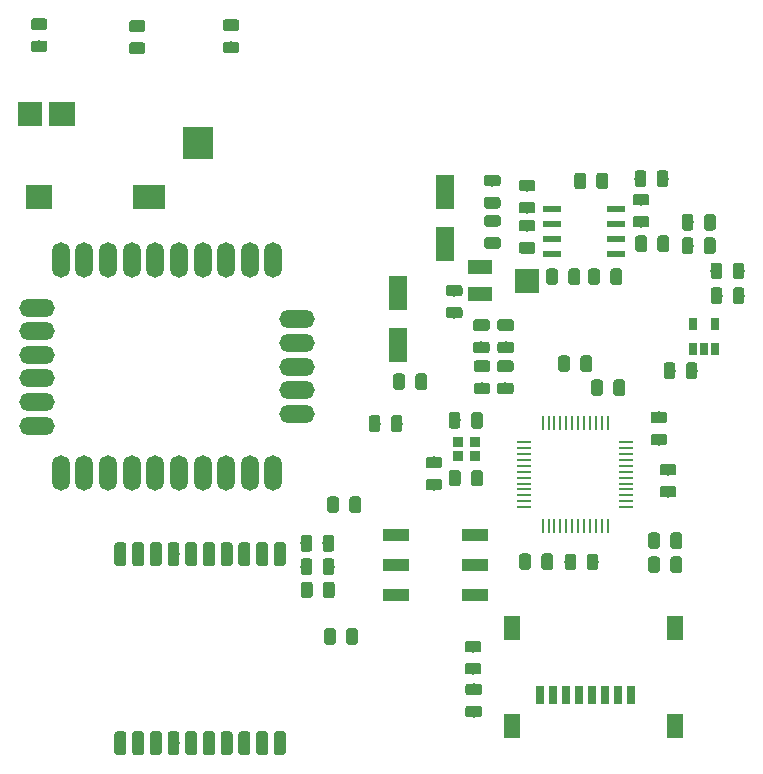
<source format=gbr>
G04 #@! TF.GenerationSoftware,KiCad,Pcbnew,(5.0.0)*
G04 #@! TF.CreationDate,2018-10-03T16:43:44-04:00*
G04 #@! TF.ProjectId,gb_walkie,67625F77616C6B69652E6B696361645F,0.1a*
G04 #@! TF.SameCoordinates,Original*
G04 #@! TF.FileFunction,Paste,Top*
G04 #@! TF.FilePolarity,Positive*
%FSLAX46Y46*%
G04 Gerber Fmt 4.6, Leading zero omitted, Abs format (unit mm)*
G04 Created by KiCad (PCBNEW (5.0.0)) date 10/03/18 16:43:44*
%MOMM*%
%LPD*%
G01*
G04 APERTURE LIST*
%ADD10O,1.500000X3.000000*%
%ADD11O,3.000000X1.500000*%
%ADD12R,0.949960X0.848360*%
%ADD13R,2.700000X2.100000*%
%ADD14R,2.200000X2.100000*%
%ADD15R,2.600000X2.700000*%
%ADD16R,2.000000X2.100000*%
%ADD17C,0.100000*%
%ADD18C,0.975000*%
%ADD19R,1.600000X3.000000*%
%ADD20R,1.450000X2.000000*%
%ADD21R,0.800000X1.500000*%
%ADD22R,0.250000X1.300000*%
%ADD23R,1.300000X0.250000*%
%ADD24R,1.550000X0.600000*%
%ADD25R,0.650000X1.060000*%
%ADD26R,2.160000X1.120000*%
%ADD27C,1.000000*%
%ADD28R,2.000000X1.300000*%
%ADD29R,2.000000X2.000000*%
G04 APERTURE END LIST*
D10*
G04 #@! TO.C,U1*
X112058000Y-57304000D03*
X114058000Y-57304000D03*
X116058000Y-57304000D03*
X118058000Y-57304000D03*
X106058000Y-57304000D03*
X110058000Y-57304000D03*
X104058000Y-57304000D03*
X108058000Y-57304000D03*
X120058000Y-57304000D03*
X122058000Y-57304000D03*
D11*
X102058000Y-61304000D03*
X102058000Y-63304000D03*
X102058000Y-65304000D03*
X102058000Y-67304000D03*
X102058000Y-69304000D03*
X102058000Y-71304000D03*
D10*
X116058000Y-75304000D03*
X118058000Y-75304000D03*
X114058000Y-75304000D03*
X112058000Y-75304000D03*
X120058000Y-75304000D03*
X122058000Y-75304000D03*
X106058000Y-75304000D03*
X104058000Y-75304000D03*
X110058000Y-75304000D03*
X108058000Y-75304000D03*
D11*
X124058000Y-64304000D03*
X124058000Y-68304000D03*
X124058000Y-62304000D03*
X124058000Y-66304000D03*
X124058000Y-70304000D03*
G04 #@! TD*
D12*
G04 #@! TO.C,Y1*
X139093900Y-72718500D03*
X137646100Y-73861500D03*
X137646100Y-72718500D03*
X139093900Y-73861500D03*
G04 #@! TD*
D13*
G04 #@! TO.C,J2*
X111550000Y-51930000D03*
D14*
X102250000Y-51930000D03*
D15*
X115650000Y-47380000D03*
D14*
X104150000Y-44930000D03*
D16*
X101450000Y-44930000D03*
G04 #@! TD*
D17*
G04 #@! TO.C,C1*
G36*
X146932142Y-65351174D02*
X146955803Y-65354684D01*
X146979007Y-65360496D01*
X147001529Y-65368554D01*
X147023153Y-65378782D01*
X147043670Y-65391079D01*
X147062883Y-65405329D01*
X147080607Y-65421393D01*
X147096671Y-65439117D01*
X147110921Y-65458330D01*
X147123218Y-65478847D01*
X147133446Y-65500471D01*
X147141504Y-65522993D01*
X147147316Y-65546197D01*
X147150826Y-65569858D01*
X147152000Y-65593750D01*
X147152000Y-66506250D01*
X147150826Y-66530142D01*
X147147316Y-66553803D01*
X147141504Y-66577007D01*
X147133446Y-66599529D01*
X147123218Y-66621153D01*
X147110921Y-66641670D01*
X147096671Y-66660883D01*
X147080607Y-66678607D01*
X147062883Y-66694671D01*
X147043670Y-66708921D01*
X147023153Y-66721218D01*
X147001529Y-66731446D01*
X146979007Y-66739504D01*
X146955803Y-66745316D01*
X146932142Y-66748826D01*
X146908250Y-66750000D01*
X146420750Y-66750000D01*
X146396858Y-66748826D01*
X146373197Y-66745316D01*
X146349993Y-66739504D01*
X146327471Y-66731446D01*
X146305847Y-66721218D01*
X146285330Y-66708921D01*
X146266117Y-66694671D01*
X146248393Y-66678607D01*
X146232329Y-66660883D01*
X146218079Y-66641670D01*
X146205782Y-66621153D01*
X146195554Y-66599529D01*
X146187496Y-66577007D01*
X146181684Y-66553803D01*
X146178174Y-66530142D01*
X146177000Y-66506250D01*
X146177000Y-65593750D01*
X146178174Y-65569858D01*
X146181684Y-65546197D01*
X146187496Y-65522993D01*
X146195554Y-65500471D01*
X146205782Y-65478847D01*
X146218079Y-65458330D01*
X146232329Y-65439117D01*
X146248393Y-65421393D01*
X146266117Y-65405329D01*
X146285330Y-65391079D01*
X146305847Y-65378782D01*
X146327471Y-65368554D01*
X146349993Y-65360496D01*
X146373197Y-65354684D01*
X146396858Y-65351174D01*
X146420750Y-65350000D01*
X146908250Y-65350000D01*
X146932142Y-65351174D01*
X146932142Y-65351174D01*
G37*
D18*
X146664500Y-66050000D03*
D17*
G36*
X148807142Y-65351174D02*
X148830803Y-65354684D01*
X148854007Y-65360496D01*
X148876529Y-65368554D01*
X148898153Y-65378782D01*
X148918670Y-65391079D01*
X148937883Y-65405329D01*
X148955607Y-65421393D01*
X148971671Y-65439117D01*
X148985921Y-65458330D01*
X148998218Y-65478847D01*
X149008446Y-65500471D01*
X149016504Y-65522993D01*
X149022316Y-65546197D01*
X149025826Y-65569858D01*
X149027000Y-65593750D01*
X149027000Y-66506250D01*
X149025826Y-66530142D01*
X149022316Y-66553803D01*
X149016504Y-66577007D01*
X149008446Y-66599529D01*
X148998218Y-66621153D01*
X148985921Y-66641670D01*
X148971671Y-66660883D01*
X148955607Y-66678607D01*
X148937883Y-66694671D01*
X148918670Y-66708921D01*
X148898153Y-66721218D01*
X148876529Y-66731446D01*
X148854007Y-66739504D01*
X148830803Y-66745316D01*
X148807142Y-66748826D01*
X148783250Y-66750000D01*
X148295750Y-66750000D01*
X148271858Y-66748826D01*
X148248197Y-66745316D01*
X148224993Y-66739504D01*
X148202471Y-66731446D01*
X148180847Y-66721218D01*
X148160330Y-66708921D01*
X148141117Y-66694671D01*
X148123393Y-66678607D01*
X148107329Y-66660883D01*
X148093079Y-66641670D01*
X148080782Y-66621153D01*
X148070554Y-66599529D01*
X148062496Y-66577007D01*
X148056684Y-66553803D01*
X148053174Y-66530142D01*
X148052000Y-66506250D01*
X148052000Y-65593750D01*
X148053174Y-65569858D01*
X148056684Y-65546197D01*
X148062496Y-65522993D01*
X148070554Y-65500471D01*
X148080782Y-65478847D01*
X148093079Y-65458330D01*
X148107329Y-65439117D01*
X148123393Y-65421393D01*
X148141117Y-65405329D01*
X148160330Y-65391079D01*
X148180847Y-65378782D01*
X148202471Y-65368554D01*
X148224993Y-65360496D01*
X148248197Y-65354684D01*
X148271858Y-65351174D01*
X148295750Y-65350000D01*
X148783250Y-65350000D01*
X148807142Y-65351174D01*
X148807142Y-65351174D01*
G37*
D18*
X148539500Y-66050000D03*
G04 #@! TD*
D17*
G04 #@! TO.C,C2*
G36*
X155956142Y-76407174D02*
X155979803Y-76410684D01*
X156003007Y-76416496D01*
X156025529Y-76424554D01*
X156047153Y-76434782D01*
X156067670Y-76447079D01*
X156086883Y-76461329D01*
X156104607Y-76477393D01*
X156120671Y-76495117D01*
X156134921Y-76514330D01*
X156147218Y-76534847D01*
X156157446Y-76556471D01*
X156165504Y-76578993D01*
X156171316Y-76602197D01*
X156174826Y-76625858D01*
X156176000Y-76649750D01*
X156176000Y-77137250D01*
X156174826Y-77161142D01*
X156171316Y-77184803D01*
X156165504Y-77208007D01*
X156157446Y-77230529D01*
X156147218Y-77252153D01*
X156134921Y-77272670D01*
X156120671Y-77291883D01*
X156104607Y-77309607D01*
X156086883Y-77325671D01*
X156067670Y-77339921D01*
X156047153Y-77352218D01*
X156025529Y-77362446D01*
X156003007Y-77370504D01*
X155979803Y-77376316D01*
X155956142Y-77379826D01*
X155932250Y-77381000D01*
X155019750Y-77381000D01*
X154995858Y-77379826D01*
X154972197Y-77376316D01*
X154948993Y-77370504D01*
X154926471Y-77362446D01*
X154904847Y-77352218D01*
X154884330Y-77339921D01*
X154865117Y-77325671D01*
X154847393Y-77309607D01*
X154831329Y-77291883D01*
X154817079Y-77272670D01*
X154804782Y-77252153D01*
X154794554Y-77230529D01*
X154786496Y-77208007D01*
X154780684Y-77184803D01*
X154777174Y-77161142D01*
X154776000Y-77137250D01*
X154776000Y-76649750D01*
X154777174Y-76625858D01*
X154780684Y-76602197D01*
X154786496Y-76578993D01*
X154794554Y-76556471D01*
X154804782Y-76534847D01*
X154817079Y-76514330D01*
X154831329Y-76495117D01*
X154847393Y-76477393D01*
X154865117Y-76461329D01*
X154884330Y-76447079D01*
X154904847Y-76434782D01*
X154926471Y-76424554D01*
X154948993Y-76416496D01*
X154972197Y-76410684D01*
X154995858Y-76407174D01*
X155019750Y-76406000D01*
X155932250Y-76406000D01*
X155956142Y-76407174D01*
X155956142Y-76407174D01*
G37*
D18*
X155476000Y-76893500D03*
D17*
G36*
X155956142Y-74532174D02*
X155979803Y-74535684D01*
X156003007Y-74541496D01*
X156025529Y-74549554D01*
X156047153Y-74559782D01*
X156067670Y-74572079D01*
X156086883Y-74586329D01*
X156104607Y-74602393D01*
X156120671Y-74620117D01*
X156134921Y-74639330D01*
X156147218Y-74659847D01*
X156157446Y-74681471D01*
X156165504Y-74703993D01*
X156171316Y-74727197D01*
X156174826Y-74750858D01*
X156176000Y-74774750D01*
X156176000Y-75262250D01*
X156174826Y-75286142D01*
X156171316Y-75309803D01*
X156165504Y-75333007D01*
X156157446Y-75355529D01*
X156147218Y-75377153D01*
X156134921Y-75397670D01*
X156120671Y-75416883D01*
X156104607Y-75434607D01*
X156086883Y-75450671D01*
X156067670Y-75464921D01*
X156047153Y-75477218D01*
X156025529Y-75487446D01*
X156003007Y-75495504D01*
X155979803Y-75501316D01*
X155956142Y-75504826D01*
X155932250Y-75506000D01*
X155019750Y-75506000D01*
X154995858Y-75504826D01*
X154972197Y-75501316D01*
X154948993Y-75495504D01*
X154926471Y-75487446D01*
X154904847Y-75477218D01*
X154884330Y-75464921D01*
X154865117Y-75450671D01*
X154847393Y-75434607D01*
X154831329Y-75416883D01*
X154817079Y-75397670D01*
X154804782Y-75377153D01*
X154794554Y-75355529D01*
X154786496Y-75333007D01*
X154780684Y-75309803D01*
X154777174Y-75286142D01*
X154776000Y-75262250D01*
X154776000Y-74774750D01*
X154777174Y-74750858D01*
X154780684Y-74727197D01*
X154786496Y-74703993D01*
X154794554Y-74681471D01*
X154804782Y-74659847D01*
X154817079Y-74639330D01*
X154831329Y-74620117D01*
X154847393Y-74602393D01*
X154865117Y-74586329D01*
X154884330Y-74572079D01*
X154904847Y-74559782D01*
X154926471Y-74549554D01*
X154948993Y-74541496D01*
X154972197Y-74535684D01*
X154995858Y-74532174D01*
X155019750Y-74531000D01*
X155932250Y-74531000D01*
X155956142Y-74532174D01*
X155956142Y-74532174D01*
G37*
D18*
X155476000Y-75018500D03*
G04 #@! TD*
D17*
G04 #@! TO.C,C3*
G36*
X137675142Y-70151174D02*
X137698803Y-70154684D01*
X137722007Y-70160496D01*
X137744529Y-70168554D01*
X137766153Y-70178782D01*
X137786670Y-70191079D01*
X137805883Y-70205329D01*
X137823607Y-70221393D01*
X137839671Y-70239117D01*
X137853921Y-70258330D01*
X137866218Y-70278847D01*
X137876446Y-70300471D01*
X137884504Y-70322993D01*
X137890316Y-70346197D01*
X137893826Y-70369858D01*
X137895000Y-70393750D01*
X137895000Y-71306250D01*
X137893826Y-71330142D01*
X137890316Y-71353803D01*
X137884504Y-71377007D01*
X137876446Y-71399529D01*
X137866218Y-71421153D01*
X137853921Y-71441670D01*
X137839671Y-71460883D01*
X137823607Y-71478607D01*
X137805883Y-71494671D01*
X137786670Y-71508921D01*
X137766153Y-71521218D01*
X137744529Y-71531446D01*
X137722007Y-71539504D01*
X137698803Y-71545316D01*
X137675142Y-71548826D01*
X137651250Y-71550000D01*
X137163750Y-71550000D01*
X137139858Y-71548826D01*
X137116197Y-71545316D01*
X137092993Y-71539504D01*
X137070471Y-71531446D01*
X137048847Y-71521218D01*
X137028330Y-71508921D01*
X137009117Y-71494671D01*
X136991393Y-71478607D01*
X136975329Y-71460883D01*
X136961079Y-71441670D01*
X136948782Y-71421153D01*
X136938554Y-71399529D01*
X136930496Y-71377007D01*
X136924684Y-71353803D01*
X136921174Y-71330142D01*
X136920000Y-71306250D01*
X136920000Y-70393750D01*
X136921174Y-70369858D01*
X136924684Y-70346197D01*
X136930496Y-70322993D01*
X136938554Y-70300471D01*
X136948782Y-70278847D01*
X136961079Y-70258330D01*
X136975329Y-70239117D01*
X136991393Y-70221393D01*
X137009117Y-70205329D01*
X137028330Y-70191079D01*
X137048847Y-70178782D01*
X137070471Y-70168554D01*
X137092993Y-70160496D01*
X137116197Y-70154684D01*
X137139858Y-70151174D01*
X137163750Y-70150000D01*
X137651250Y-70150000D01*
X137675142Y-70151174D01*
X137675142Y-70151174D01*
G37*
D18*
X137407500Y-70850000D03*
D17*
G36*
X139550142Y-70151174D02*
X139573803Y-70154684D01*
X139597007Y-70160496D01*
X139619529Y-70168554D01*
X139641153Y-70178782D01*
X139661670Y-70191079D01*
X139680883Y-70205329D01*
X139698607Y-70221393D01*
X139714671Y-70239117D01*
X139728921Y-70258330D01*
X139741218Y-70278847D01*
X139751446Y-70300471D01*
X139759504Y-70322993D01*
X139765316Y-70346197D01*
X139768826Y-70369858D01*
X139770000Y-70393750D01*
X139770000Y-71306250D01*
X139768826Y-71330142D01*
X139765316Y-71353803D01*
X139759504Y-71377007D01*
X139751446Y-71399529D01*
X139741218Y-71421153D01*
X139728921Y-71441670D01*
X139714671Y-71460883D01*
X139698607Y-71478607D01*
X139680883Y-71494671D01*
X139661670Y-71508921D01*
X139641153Y-71521218D01*
X139619529Y-71531446D01*
X139597007Y-71539504D01*
X139573803Y-71545316D01*
X139550142Y-71548826D01*
X139526250Y-71550000D01*
X139038750Y-71550000D01*
X139014858Y-71548826D01*
X138991197Y-71545316D01*
X138967993Y-71539504D01*
X138945471Y-71531446D01*
X138923847Y-71521218D01*
X138903330Y-71508921D01*
X138884117Y-71494671D01*
X138866393Y-71478607D01*
X138850329Y-71460883D01*
X138836079Y-71441670D01*
X138823782Y-71421153D01*
X138813554Y-71399529D01*
X138805496Y-71377007D01*
X138799684Y-71353803D01*
X138796174Y-71330142D01*
X138795000Y-71306250D01*
X138795000Y-70393750D01*
X138796174Y-70369858D01*
X138799684Y-70346197D01*
X138805496Y-70322993D01*
X138813554Y-70300471D01*
X138823782Y-70278847D01*
X138836079Y-70258330D01*
X138850329Y-70239117D01*
X138866393Y-70221393D01*
X138884117Y-70205329D01*
X138903330Y-70191079D01*
X138923847Y-70178782D01*
X138945471Y-70168554D01*
X138967993Y-70160496D01*
X138991197Y-70154684D01*
X139014858Y-70151174D01*
X139038750Y-70150000D01*
X139526250Y-70150000D01*
X139550142Y-70151174D01*
X139550142Y-70151174D01*
G37*
D18*
X139282500Y-70850000D03*
G04 #@! TD*
D17*
G04 #@! TO.C,C4*
G36*
X139565142Y-75051174D02*
X139588803Y-75054684D01*
X139612007Y-75060496D01*
X139634529Y-75068554D01*
X139656153Y-75078782D01*
X139676670Y-75091079D01*
X139695883Y-75105329D01*
X139713607Y-75121393D01*
X139729671Y-75139117D01*
X139743921Y-75158330D01*
X139756218Y-75178847D01*
X139766446Y-75200471D01*
X139774504Y-75222993D01*
X139780316Y-75246197D01*
X139783826Y-75269858D01*
X139785000Y-75293750D01*
X139785000Y-76206250D01*
X139783826Y-76230142D01*
X139780316Y-76253803D01*
X139774504Y-76277007D01*
X139766446Y-76299529D01*
X139756218Y-76321153D01*
X139743921Y-76341670D01*
X139729671Y-76360883D01*
X139713607Y-76378607D01*
X139695883Y-76394671D01*
X139676670Y-76408921D01*
X139656153Y-76421218D01*
X139634529Y-76431446D01*
X139612007Y-76439504D01*
X139588803Y-76445316D01*
X139565142Y-76448826D01*
X139541250Y-76450000D01*
X139053750Y-76450000D01*
X139029858Y-76448826D01*
X139006197Y-76445316D01*
X138982993Y-76439504D01*
X138960471Y-76431446D01*
X138938847Y-76421218D01*
X138918330Y-76408921D01*
X138899117Y-76394671D01*
X138881393Y-76378607D01*
X138865329Y-76360883D01*
X138851079Y-76341670D01*
X138838782Y-76321153D01*
X138828554Y-76299529D01*
X138820496Y-76277007D01*
X138814684Y-76253803D01*
X138811174Y-76230142D01*
X138810000Y-76206250D01*
X138810000Y-75293750D01*
X138811174Y-75269858D01*
X138814684Y-75246197D01*
X138820496Y-75222993D01*
X138828554Y-75200471D01*
X138838782Y-75178847D01*
X138851079Y-75158330D01*
X138865329Y-75139117D01*
X138881393Y-75121393D01*
X138899117Y-75105329D01*
X138918330Y-75091079D01*
X138938847Y-75078782D01*
X138960471Y-75068554D01*
X138982993Y-75060496D01*
X139006197Y-75054684D01*
X139029858Y-75051174D01*
X139053750Y-75050000D01*
X139541250Y-75050000D01*
X139565142Y-75051174D01*
X139565142Y-75051174D01*
G37*
D18*
X139297500Y-75750000D03*
D17*
G36*
X137690142Y-75051174D02*
X137713803Y-75054684D01*
X137737007Y-75060496D01*
X137759529Y-75068554D01*
X137781153Y-75078782D01*
X137801670Y-75091079D01*
X137820883Y-75105329D01*
X137838607Y-75121393D01*
X137854671Y-75139117D01*
X137868921Y-75158330D01*
X137881218Y-75178847D01*
X137891446Y-75200471D01*
X137899504Y-75222993D01*
X137905316Y-75246197D01*
X137908826Y-75269858D01*
X137910000Y-75293750D01*
X137910000Y-76206250D01*
X137908826Y-76230142D01*
X137905316Y-76253803D01*
X137899504Y-76277007D01*
X137891446Y-76299529D01*
X137881218Y-76321153D01*
X137868921Y-76341670D01*
X137854671Y-76360883D01*
X137838607Y-76378607D01*
X137820883Y-76394671D01*
X137801670Y-76408921D01*
X137781153Y-76421218D01*
X137759529Y-76431446D01*
X137737007Y-76439504D01*
X137713803Y-76445316D01*
X137690142Y-76448826D01*
X137666250Y-76450000D01*
X137178750Y-76450000D01*
X137154858Y-76448826D01*
X137131197Y-76445316D01*
X137107993Y-76439504D01*
X137085471Y-76431446D01*
X137063847Y-76421218D01*
X137043330Y-76408921D01*
X137024117Y-76394671D01*
X137006393Y-76378607D01*
X136990329Y-76360883D01*
X136976079Y-76341670D01*
X136963782Y-76321153D01*
X136953554Y-76299529D01*
X136945496Y-76277007D01*
X136939684Y-76253803D01*
X136936174Y-76230142D01*
X136935000Y-76206250D01*
X136935000Y-75293750D01*
X136936174Y-75269858D01*
X136939684Y-75246197D01*
X136945496Y-75222993D01*
X136953554Y-75200471D01*
X136963782Y-75178847D01*
X136976079Y-75158330D01*
X136990329Y-75139117D01*
X137006393Y-75121393D01*
X137024117Y-75105329D01*
X137043330Y-75091079D01*
X137063847Y-75078782D01*
X137085471Y-75068554D01*
X137107993Y-75060496D01*
X137131197Y-75054684D01*
X137154858Y-75051174D01*
X137178750Y-75050000D01*
X137666250Y-75050000D01*
X137690142Y-75051174D01*
X137690142Y-75051174D01*
G37*
D18*
X137422500Y-75750000D03*
G04 #@! TD*
D17*
G04 #@! TO.C,C5*
G36*
X140150142Y-62301174D02*
X140173803Y-62304684D01*
X140197007Y-62310496D01*
X140219529Y-62318554D01*
X140241153Y-62328782D01*
X140261670Y-62341079D01*
X140280883Y-62355329D01*
X140298607Y-62371393D01*
X140314671Y-62389117D01*
X140328921Y-62408330D01*
X140341218Y-62428847D01*
X140351446Y-62450471D01*
X140359504Y-62472993D01*
X140365316Y-62496197D01*
X140368826Y-62519858D01*
X140370000Y-62543750D01*
X140370000Y-63031250D01*
X140368826Y-63055142D01*
X140365316Y-63078803D01*
X140359504Y-63102007D01*
X140351446Y-63124529D01*
X140341218Y-63146153D01*
X140328921Y-63166670D01*
X140314671Y-63185883D01*
X140298607Y-63203607D01*
X140280883Y-63219671D01*
X140261670Y-63233921D01*
X140241153Y-63246218D01*
X140219529Y-63256446D01*
X140197007Y-63264504D01*
X140173803Y-63270316D01*
X140150142Y-63273826D01*
X140126250Y-63275000D01*
X139213750Y-63275000D01*
X139189858Y-63273826D01*
X139166197Y-63270316D01*
X139142993Y-63264504D01*
X139120471Y-63256446D01*
X139098847Y-63246218D01*
X139078330Y-63233921D01*
X139059117Y-63219671D01*
X139041393Y-63203607D01*
X139025329Y-63185883D01*
X139011079Y-63166670D01*
X138998782Y-63146153D01*
X138988554Y-63124529D01*
X138980496Y-63102007D01*
X138974684Y-63078803D01*
X138971174Y-63055142D01*
X138970000Y-63031250D01*
X138970000Y-62543750D01*
X138971174Y-62519858D01*
X138974684Y-62496197D01*
X138980496Y-62472993D01*
X138988554Y-62450471D01*
X138998782Y-62428847D01*
X139011079Y-62408330D01*
X139025329Y-62389117D01*
X139041393Y-62371393D01*
X139059117Y-62355329D01*
X139078330Y-62341079D01*
X139098847Y-62328782D01*
X139120471Y-62318554D01*
X139142993Y-62310496D01*
X139166197Y-62304684D01*
X139189858Y-62301174D01*
X139213750Y-62300000D01*
X140126250Y-62300000D01*
X140150142Y-62301174D01*
X140150142Y-62301174D01*
G37*
D18*
X139670000Y-62787500D03*
D17*
G36*
X140150142Y-64176174D02*
X140173803Y-64179684D01*
X140197007Y-64185496D01*
X140219529Y-64193554D01*
X140241153Y-64203782D01*
X140261670Y-64216079D01*
X140280883Y-64230329D01*
X140298607Y-64246393D01*
X140314671Y-64264117D01*
X140328921Y-64283330D01*
X140341218Y-64303847D01*
X140351446Y-64325471D01*
X140359504Y-64347993D01*
X140365316Y-64371197D01*
X140368826Y-64394858D01*
X140370000Y-64418750D01*
X140370000Y-64906250D01*
X140368826Y-64930142D01*
X140365316Y-64953803D01*
X140359504Y-64977007D01*
X140351446Y-64999529D01*
X140341218Y-65021153D01*
X140328921Y-65041670D01*
X140314671Y-65060883D01*
X140298607Y-65078607D01*
X140280883Y-65094671D01*
X140261670Y-65108921D01*
X140241153Y-65121218D01*
X140219529Y-65131446D01*
X140197007Y-65139504D01*
X140173803Y-65145316D01*
X140150142Y-65148826D01*
X140126250Y-65150000D01*
X139213750Y-65150000D01*
X139189858Y-65148826D01*
X139166197Y-65145316D01*
X139142993Y-65139504D01*
X139120471Y-65131446D01*
X139098847Y-65121218D01*
X139078330Y-65108921D01*
X139059117Y-65094671D01*
X139041393Y-65078607D01*
X139025329Y-65060883D01*
X139011079Y-65041670D01*
X138998782Y-65021153D01*
X138988554Y-64999529D01*
X138980496Y-64977007D01*
X138974684Y-64953803D01*
X138971174Y-64930142D01*
X138970000Y-64906250D01*
X138970000Y-64418750D01*
X138971174Y-64394858D01*
X138974684Y-64371197D01*
X138980496Y-64347993D01*
X138988554Y-64325471D01*
X138998782Y-64303847D01*
X139011079Y-64283330D01*
X139025329Y-64264117D01*
X139041393Y-64246393D01*
X139059117Y-64230329D01*
X139078330Y-64216079D01*
X139098847Y-64203782D01*
X139120471Y-64193554D01*
X139142993Y-64185496D01*
X139166197Y-64179684D01*
X139189858Y-64176174D01*
X139213750Y-64175000D01*
X140126250Y-64175000D01*
X140150142Y-64176174D01*
X140150142Y-64176174D01*
G37*
D18*
X139670000Y-64662500D03*
G04 #@! TD*
D17*
G04 #@! TO.C,C6*
G36*
X142200142Y-62301174D02*
X142223803Y-62304684D01*
X142247007Y-62310496D01*
X142269529Y-62318554D01*
X142291153Y-62328782D01*
X142311670Y-62341079D01*
X142330883Y-62355329D01*
X142348607Y-62371393D01*
X142364671Y-62389117D01*
X142378921Y-62408330D01*
X142391218Y-62428847D01*
X142401446Y-62450471D01*
X142409504Y-62472993D01*
X142415316Y-62496197D01*
X142418826Y-62519858D01*
X142420000Y-62543750D01*
X142420000Y-63031250D01*
X142418826Y-63055142D01*
X142415316Y-63078803D01*
X142409504Y-63102007D01*
X142401446Y-63124529D01*
X142391218Y-63146153D01*
X142378921Y-63166670D01*
X142364671Y-63185883D01*
X142348607Y-63203607D01*
X142330883Y-63219671D01*
X142311670Y-63233921D01*
X142291153Y-63246218D01*
X142269529Y-63256446D01*
X142247007Y-63264504D01*
X142223803Y-63270316D01*
X142200142Y-63273826D01*
X142176250Y-63275000D01*
X141263750Y-63275000D01*
X141239858Y-63273826D01*
X141216197Y-63270316D01*
X141192993Y-63264504D01*
X141170471Y-63256446D01*
X141148847Y-63246218D01*
X141128330Y-63233921D01*
X141109117Y-63219671D01*
X141091393Y-63203607D01*
X141075329Y-63185883D01*
X141061079Y-63166670D01*
X141048782Y-63146153D01*
X141038554Y-63124529D01*
X141030496Y-63102007D01*
X141024684Y-63078803D01*
X141021174Y-63055142D01*
X141020000Y-63031250D01*
X141020000Y-62543750D01*
X141021174Y-62519858D01*
X141024684Y-62496197D01*
X141030496Y-62472993D01*
X141038554Y-62450471D01*
X141048782Y-62428847D01*
X141061079Y-62408330D01*
X141075329Y-62389117D01*
X141091393Y-62371393D01*
X141109117Y-62355329D01*
X141128330Y-62341079D01*
X141148847Y-62328782D01*
X141170471Y-62318554D01*
X141192993Y-62310496D01*
X141216197Y-62304684D01*
X141239858Y-62301174D01*
X141263750Y-62300000D01*
X142176250Y-62300000D01*
X142200142Y-62301174D01*
X142200142Y-62301174D01*
G37*
D18*
X141720000Y-62787500D03*
D17*
G36*
X142200142Y-64176174D02*
X142223803Y-64179684D01*
X142247007Y-64185496D01*
X142269529Y-64193554D01*
X142291153Y-64203782D01*
X142311670Y-64216079D01*
X142330883Y-64230329D01*
X142348607Y-64246393D01*
X142364671Y-64264117D01*
X142378921Y-64283330D01*
X142391218Y-64303847D01*
X142401446Y-64325471D01*
X142409504Y-64347993D01*
X142415316Y-64371197D01*
X142418826Y-64394858D01*
X142420000Y-64418750D01*
X142420000Y-64906250D01*
X142418826Y-64930142D01*
X142415316Y-64953803D01*
X142409504Y-64977007D01*
X142401446Y-64999529D01*
X142391218Y-65021153D01*
X142378921Y-65041670D01*
X142364671Y-65060883D01*
X142348607Y-65078607D01*
X142330883Y-65094671D01*
X142311670Y-65108921D01*
X142291153Y-65121218D01*
X142269529Y-65131446D01*
X142247007Y-65139504D01*
X142223803Y-65145316D01*
X142200142Y-65148826D01*
X142176250Y-65150000D01*
X141263750Y-65150000D01*
X141239858Y-65148826D01*
X141216197Y-65145316D01*
X141192993Y-65139504D01*
X141170471Y-65131446D01*
X141148847Y-65121218D01*
X141128330Y-65108921D01*
X141109117Y-65094671D01*
X141091393Y-65078607D01*
X141075329Y-65060883D01*
X141061079Y-65041670D01*
X141048782Y-65021153D01*
X141038554Y-64999529D01*
X141030496Y-64977007D01*
X141024684Y-64953803D01*
X141021174Y-64930142D01*
X141020000Y-64906250D01*
X141020000Y-64418750D01*
X141021174Y-64394858D01*
X141024684Y-64371197D01*
X141030496Y-64347993D01*
X141038554Y-64325471D01*
X141048782Y-64303847D01*
X141061079Y-64283330D01*
X141075329Y-64264117D01*
X141091393Y-64246393D01*
X141109117Y-64230329D01*
X141128330Y-64216079D01*
X141148847Y-64203782D01*
X141170471Y-64193554D01*
X141192993Y-64185496D01*
X141216197Y-64179684D01*
X141239858Y-64176174D01*
X141263750Y-64175000D01*
X142176250Y-64175000D01*
X142200142Y-64176174D01*
X142200142Y-64176174D01*
G37*
D18*
X141720000Y-64662500D03*
G04 #@! TD*
D19*
G04 #@! TO.C,C7*
X132616000Y-64440000D03*
X132616000Y-60040000D03*
G04 #@! TD*
G04 #@! TO.C,C8*
X136590000Y-51510000D03*
X136590000Y-55910000D03*
G04 #@! TD*
D17*
G04 #@! TO.C,C9*
G36*
X144018142Y-53886174D02*
X144041803Y-53889684D01*
X144065007Y-53895496D01*
X144087529Y-53903554D01*
X144109153Y-53913782D01*
X144129670Y-53926079D01*
X144148883Y-53940329D01*
X144166607Y-53956393D01*
X144182671Y-53974117D01*
X144196921Y-53993330D01*
X144209218Y-54013847D01*
X144219446Y-54035471D01*
X144227504Y-54057993D01*
X144233316Y-54081197D01*
X144236826Y-54104858D01*
X144238000Y-54128750D01*
X144238000Y-54616250D01*
X144236826Y-54640142D01*
X144233316Y-54663803D01*
X144227504Y-54687007D01*
X144219446Y-54709529D01*
X144209218Y-54731153D01*
X144196921Y-54751670D01*
X144182671Y-54770883D01*
X144166607Y-54788607D01*
X144148883Y-54804671D01*
X144129670Y-54818921D01*
X144109153Y-54831218D01*
X144087529Y-54841446D01*
X144065007Y-54849504D01*
X144041803Y-54855316D01*
X144018142Y-54858826D01*
X143994250Y-54860000D01*
X143081750Y-54860000D01*
X143057858Y-54858826D01*
X143034197Y-54855316D01*
X143010993Y-54849504D01*
X142988471Y-54841446D01*
X142966847Y-54831218D01*
X142946330Y-54818921D01*
X142927117Y-54804671D01*
X142909393Y-54788607D01*
X142893329Y-54770883D01*
X142879079Y-54751670D01*
X142866782Y-54731153D01*
X142856554Y-54709529D01*
X142848496Y-54687007D01*
X142842684Y-54663803D01*
X142839174Y-54640142D01*
X142838000Y-54616250D01*
X142838000Y-54128750D01*
X142839174Y-54104858D01*
X142842684Y-54081197D01*
X142848496Y-54057993D01*
X142856554Y-54035471D01*
X142866782Y-54013847D01*
X142879079Y-53993330D01*
X142893329Y-53974117D01*
X142909393Y-53956393D01*
X142927117Y-53940329D01*
X142946330Y-53926079D01*
X142966847Y-53913782D01*
X142988471Y-53903554D01*
X143010993Y-53895496D01*
X143034197Y-53889684D01*
X143057858Y-53886174D01*
X143081750Y-53885000D01*
X143994250Y-53885000D01*
X144018142Y-53886174D01*
X144018142Y-53886174D01*
G37*
D18*
X143538000Y-54372500D03*
D17*
G36*
X144018142Y-55761174D02*
X144041803Y-55764684D01*
X144065007Y-55770496D01*
X144087529Y-55778554D01*
X144109153Y-55788782D01*
X144129670Y-55801079D01*
X144148883Y-55815329D01*
X144166607Y-55831393D01*
X144182671Y-55849117D01*
X144196921Y-55868330D01*
X144209218Y-55888847D01*
X144219446Y-55910471D01*
X144227504Y-55932993D01*
X144233316Y-55956197D01*
X144236826Y-55979858D01*
X144238000Y-56003750D01*
X144238000Y-56491250D01*
X144236826Y-56515142D01*
X144233316Y-56538803D01*
X144227504Y-56562007D01*
X144219446Y-56584529D01*
X144209218Y-56606153D01*
X144196921Y-56626670D01*
X144182671Y-56645883D01*
X144166607Y-56663607D01*
X144148883Y-56679671D01*
X144129670Y-56693921D01*
X144109153Y-56706218D01*
X144087529Y-56716446D01*
X144065007Y-56724504D01*
X144041803Y-56730316D01*
X144018142Y-56733826D01*
X143994250Y-56735000D01*
X143081750Y-56735000D01*
X143057858Y-56733826D01*
X143034197Y-56730316D01*
X143010993Y-56724504D01*
X142988471Y-56716446D01*
X142966847Y-56706218D01*
X142946330Y-56693921D01*
X142927117Y-56679671D01*
X142909393Y-56663607D01*
X142893329Y-56645883D01*
X142879079Y-56626670D01*
X142866782Y-56606153D01*
X142856554Y-56584529D01*
X142848496Y-56562007D01*
X142842684Y-56538803D01*
X142839174Y-56515142D01*
X142838000Y-56491250D01*
X142838000Y-56003750D01*
X142839174Y-55979858D01*
X142842684Y-55956197D01*
X142848496Y-55932993D01*
X142856554Y-55910471D01*
X142866782Y-55888847D01*
X142879079Y-55868330D01*
X142893329Y-55849117D01*
X142909393Y-55831393D01*
X142927117Y-55815329D01*
X142946330Y-55801079D01*
X142966847Y-55788782D01*
X142988471Y-55778554D01*
X143010993Y-55770496D01*
X143034197Y-55764684D01*
X143057858Y-55761174D01*
X143081750Y-55760000D01*
X143994250Y-55760000D01*
X144018142Y-55761174D01*
X144018142Y-55761174D01*
G37*
D18*
X143538000Y-56247500D03*
G04 #@! TD*
D17*
G04 #@! TO.C,C10*
G36*
X145916142Y-57985174D02*
X145939803Y-57988684D01*
X145963007Y-57994496D01*
X145985529Y-58002554D01*
X146007153Y-58012782D01*
X146027670Y-58025079D01*
X146046883Y-58039329D01*
X146064607Y-58055393D01*
X146080671Y-58073117D01*
X146094921Y-58092330D01*
X146107218Y-58112847D01*
X146117446Y-58134471D01*
X146125504Y-58156993D01*
X146131316Y-58180197D01*
X146134826Y-58203858D01*
X146136000Y-58227750D01*
X146136000Y-59140250D01*
X146134826Y-59164142D01*
X146131316Y-59187803D01*
X146125504Y-59211007D01*
X146117446Y-59233529D01*
X146107218Y-59255153D01*
X146094921Y-59275670D01*
X146080671Y-59294883D01*
X146064607Y-59312607D01*
X146046883Y-59328671D01*
X146027670Y-59342921D01*
X146007153Y-59355218D01*
X145985529Y-59365446D01*
X145963007Y-59373504D01*
X145939803Y-59379316D01*
X145916142Y-59382826D01*
X145892250Y-59384000D01*
X145404750Y-59384000D01*
X145380858Y-59382826D01*
X145357197Y-59379316D01*
X145333993Y-59373504D01*
X145311471Y-59365446D01*
X145289847Y-59355218D01*
X145269330Y-59342921D01*
X145250117Y-59328671D01*
X145232393Y-59312607D01*
X145216329Y-59294883D01*
X145202079Y-59275670D01*
X145189782Y-59255153D01*
X145179554Y-59233529D01*
X145171496Y-59211007D01*
X145165684Y-59187803D01*
X145162174Y-59164142D01*
X145161000Y-59140250D01*
X145161000Y-58227750D01*
X145162174Y-58203858D01*
X145165684Y-58180197D01*
X145171496Y-58156993D01*
X145179554Y-58134471D01*
X145189782Y-58112847D01*
X145202079Y-58092330D01*
X145216329Y-58073117D01*
X145232393Y-58055393D01*
X145250117Y-58039329D01*
X145269330Y-58025079D01*
X145289847Y-58012782D01*
X145311471Y-58002554D01*
X145333993Y-57994496D01*
X145357197Y-57988684D01*
X145380858Y-57985174D01*
X145404750Y-57984000D01*
X145892250Y-57984000D01*
X145916142Y-57985174D01*
X145916142Y-57985174D01*
G37*
D18*
X145648500Y-58684000D03*
D17*
G36*
X147791142Y-57985174D02*
X147814803Y-57988684D01*
X147838007Y-57994496D01*
X147860529Y-58002554D01*
X147882153Y-58012782D01*
X147902670Y-58025079D01*
X147921883Y-58039329D01*
X147939607Y-58055393D01*
X147955671Y-58073117D01*
X147969921Y-58092330D01*
X147982218Y-58112847D01*
X147992446Y-58134471D01*
X148000504Y-58156993D01*
X148006316Y-58180197D01*
X148009826Y-58203858D01*
X148011000Y-58227750D01*
X148011000Y-59140250D01*
X148009826Y-59164142D01*
X148006316Y-59187803D01*
X148000504Y-59211007D01*
X147992446Y-59233529D01*
X147982218Y-59255153D01*
X147969921Y-59275670D01*
X147955671Y-59294883D01*
X147939607Y-59312607D01*
X147921883Y-59328671D01*
X147902670Y-59342921D01*
X147882153Y-59355218D01*
X147860529Y-59365446D01*
X147838007Y-59373504D01*
X147814803Y-59379316D01*
X147791142Y-59382826D01*
X147767250Y-59384000D01*
X147279750Y-59384000D01*
X147255858Y-59382826D01*
X147232197Y-59379316D01*
X147208993Y-59373504D01*
X147186471Y-59365446D01*
X147164847Y-59355218D01*
X147144330Y-59342921D01*
X147125117Y-59328671D01*
X147107393Y-59312607D01*
X147091329Y-59294883D01*
X147077079Y-59275670D01*
X147064782Y-59255153D01*
X147054554Y-59233529D01*
X147046496Y-59211007D01*
X147040684Y-59187803D01*
X147037174Y-59164142D01*
X147036000Y-59140250D01*
X147036000Y-58227750D01*
X147037174Y-58203858D01*
X147040684Y-58180197D01*
X147046496Y-58156993D01*
X147054554Y-58134471D01*
X147064782Y-58112847D01*
X147077079Y-58092330D01*
X147091329Y-58073117D01*
X147107393Y-58055393D01*
X147125117Y-58039329D01*
X147144330Y-58025079D01*
X147164847Y-58012782D01*
X147186471Y-58002554D01*
X147208993Y-57994496D01*
X147232197Y-57988684D01*
X147255858Y-57985174D01*
X147279750Y-57984000D01*
X147767250Y-57984000D01*
X147791142Y-57985174D01*
X147791142Y-57985174D01*
G37*
D18*
X147523500Y-58684000D03*
G04 #@! TD*
D17*
G04 #@! TO.C,C11*
G36*
X153670142Y-51672174D02*
X153693803Y-51675684D01*
X153717007Y-51681496D01*
X153739529Y-51689554D01*
X153761153Y-51699782D01*
X153781670Y-51712079D01*
X153800883Y-51726329D01*
X153818607Y-51742393D01*
X153834671Y-51760117D01*
X153848921Y-51779330D01*
X153861218Y-51799847D01*
X153871446Y-51821471D01*
X153879504Y-51843993D01*
X153885316Y-51867197D01*
X153888826Y-51890858D01*
X153890000Y-51914750D01*
X153890000Y-52402250D01*
X153888826Y-52426142D01*
X153885316Y-52449803D01*
X153879504Y-52473007D01*
X153871446Y-52495529D01*
X153861218Y-52517153D01*
X153848921Y-52537670D01*
X153834671Y-52556883D01*
X153818607Y-52574607D01*
X153800883Y-52590671D01*
X153781670Y-52604921D01*
X153761153Y-52617218D01*
X153739529Y-52627446D01*
X153717007Y-52635504D01*
X153693803Y-52641316D01*
X153670142Y-52644826D01*
X153646250Y-52646000D01*
X152733750Y-52646000D01*
X152709858Y-52644826D01*
X152686197Y-52641316D01*
X152662993Y-52635504D01*
X152640471Y-52627446D01*
X152618847Y-52617218D01*
X152598330Y-52604921D01*
X152579117Y-52590671D01*
X152561393Y-52574607D01*
X152545329Y-52556883D01*
X152531079Y-52537670D01*
X152518782Y-52517153D01*
X152508554Y-52495529D01*
X152500496Y-52473007D01*
X152494684Y-52449803D01*
X152491174Y-52426142D01*
X152490000Y-52402250D01*
X152490000Y-51914750D01*
X152491174Y-51890858D01*
X152494684Y-51867197D01*
X152500496Y-51843993D01*
X152508554Y-51821471D01*
X152518782Y-51799847D01*
X152531079Y-51779330D01*
X152545329Y-51760117D01*
X152561393Y-51742393D01*
X152579117Y-51726329D01*
X152598330Y-51712079D01*
X152618847Y-51699782D01*
X152640471Y-51689554D01*
X152662993Y-51681496D01*
X152686197Y-51675684D01*
X152709858Y-51672174D01*
X152733750Y-51671000D01*
X153646250Y-51671000D01*
X153670142Y-51672174D01*
X153670142Y-51672174D01*
G37*
D18*
X153190000Y-52158500D03*
D17*
G36*
X153670142Y-53547174D02*
X153693803Y-53550684D01*
X153717007Y-53556496D01*
X153739529Y-53564554D01*
X153761153Y-53574782D01*
X153781670Y-53587079D01*
X153800883Y-53601329D01*
X153818607Y-53617393D01*
X153834671Y-53635117D01*
X153848921Y-53654330D01*
X153861218Y-53674847D01*
X153871446Y-53696471D01*
X153879504Y-53718993D01*
X153885316Y-53742197D01*
X153888826Y-53765858D01*
X153890000Y-53789750D01*
X153890000Y-54277250D01*
X153888826Y-54301142D01*
X153885316Y-54324803D01*
X153879504Y-54348007D01*
X153871446Y-54370529D01*
X153861218Y-54392153D01*
X153848921Y-54412670D01*
X153834671Y-54431883D01*
X153818607Y-54449607D01*
X153800883Y-54465671D01*
X153781670Y-54479921D01*
X153761153Y-54492218D01*
X153739529Y-54502446D01*
X153717007Y-54510504D01*
X153693803Y-54516316D01*
X153670142Y-54519826D01*
X153646250Y-54521000D01*
X152733750Y-54521000D01*
X152709858Y-54519826D01*
X152686197Y-54516316D01*
X152662993Y-54510504D01*
X152640471Y-54502446D01*
X152618847Y-54492218D01*
X152598330Y-54479921D01*
X152579117Y-54465671D01*
X152561393Y-54449607D01*
X152545329Y-54431883D01*
X152531079Y-54412670D01*
X152518782Y-54392153D01*
X152508554Y-54370529D01*
X152500496Y-54348007D01*
X152494684Y-54324803D01*
X152491174Y-54301142D01*
X152490000Y-54277250D01*
X152490000Y-53789750D01*
X152491174Y-53765858D01*
X152494684Y-53742197D01*
X152500496Y-53718993D01*
X152508554Y-53696471D01*
X152518782Y-53674847D01*
X152531079Y-53654330D01*
X152545329Y-53635117D01*
X152561393Y-53617393D01*
X152579117Y-53601329D01*
X152598330Y-53587079D01*
X152618847Y-53574782D01*
X152640471Y-53564554D01*
X152662993Y-53556496D01*
X152686197Y-53550684D01*
X152709858Y-53547174D01*
X152733750Y-53546000D01*
X153646250Y-53546000D01*
X153670142Y-53547174D01*
X153670142Y-53547174D01*
G37*
D18*
X153190000Y-54033500D03*
G04 #@! TD*
D17*
G04 #@! TO.C,C12*
G36*
X155332642Y-55191174D02*
X155356303Y-55194684D01*
X155379507Y-55200496D01*
X155402029Y-55208554D01*
X155423653Y-55218782D01*
X155444170Y-55231079D01*
X155463383Y-55245329D01*
X155481107Y-55261393D01*
X155497171Y-55279117D01*
X155511421Y-55298330D01*
X155523718Y-55318847D01*
X155533946Y-55340471D01*
X155542004Y-55362993D01*
X155547816Y-55386197D01*
X155551326Y-55409858D01*
X155552500Y-55433750D01*
X155552500Y-56346250D01*
X155551326Y-56370142D01*
X155547816Y-56393803D01*
X155542004Y-56417007D01*
X155533946Y-56439529D01*
X155523718Y-56461153D01*
X155511421Y-56481670D01*
X155497171Y-56500883D01*
X155481107Y-56518607D01*
X155463383Y-56534671D01*
X155444170Y-56548921D01*
X155423653Y-56561218D01*
X155402029Y-56571446D01*
X155379507Y-56579504D01*
X155356303Y-56585316D01*
X155332642Y-56588826D01*
X155308750Y-56590000D01*
X154821250Y-56590000D01*
X154797358Y-56588826D01*
X154773697Y-56585316D01*
X154750493Y-56579504D01*
X154727971Y-56571446D01*
X154706347Y-56561218D01*
X154685830Y-56548921D01*
X154666617Y-56534671D01*
X154648893Y-56518607D01*
X154632829Y-56500883D01*
X154618579Y-56481670D01*
X154606282Y-56461153D01*
X154596054Y-56439529D01*
X154587996Y-56417007D01*
X154582184Y-56393803D01*
X154578674Y-56370142D01*
X154577500Y-56346250D01*
X154577500Y-55433750D01*
X154578674Y-55409858D01*
X154582184Y-55386197D01*
X154587996Y-55362993D01*
X154596054Y-55340471D01*
X154606282Y-55318847D01*
X154618579Y-55298330D01*
X154632829Y-55279117D01*
X154648893Y-55261393D01*
X154666617Y-55245329D01*
X154685830Y-55231079D01*
X154706347Y-55218782D01*
X154727971Y-55208554D01*
X154750493Y-55200496D01*
X154773697Y-55194684D01*
X154797358Y-55191174D01*
X154821250Y-55190000D01*
X155308750Y-55190000D01*
X155332642Y-55191174D01*
X155332642Y-55191174D01*
G37*
D18*
X155065000Y-55890000D03*
D17*
G36*
X153457642Y-55191174D02*
X153481303Y-55194684D01*
X153504507Y-55200496D01*
X153527029Y-55208554D01*
X153548653Y-55218782D01*
X153569170Y-55231079D01*
X153588383Y-55245329D01*
X153606107Y-55261393D01*
X153622171Y-55279117D01*
X153636421Y-55298330D01*
X153648718Y-55318847D01*
X153658946Y-55340471D01*
X153667004Y-55362993D01*
X153672816Y-55386197D01*
X153676326Y-55409858D01*
X153677500Y-55433750D01*
X153677500Y-56346250D01*
X153676326Y-56370142D01*
X153672816Y-56393803D01*
X153667004Y-56417007D01*
X153658946Y-56439529D01*
X153648718Y-56461153D01*
X153636421Y-56481670D01*
X153622171Y-56500883D01*
X153606107Y-56518607D01*
X153588383Y-56534671D01*
X153569170Y-56548921D01*
X153548653Y-56561218D01*
X153527029Y-56571446D01*
X153504507Y-56579504D01*
X153481303Y-56585316D01*
X153457642Y-56588826D01*
X153433750Y-56590000D01*
X152946250Y-56590000D01*
X152922358Y-56588826D01*
X152898697Y-56585316D01*
X152875493Y-56579504D01*
X152852971Y-56571446D01*
X152831347Y-56561218D01*
X152810830Y-56548921D01*
X152791617Y-56534671D01*
X152773893Y-56518607D01*
X152757829Y-56500883D01*
X152743579Y-56481670D01*
X152731282Y-56461153D01*
X152721054Y-56439529D01*
X152712996Y-56417007D01*
X152707184Y-56393803D01*
X152703674Y-56370142D01*
X152702500Y-56346250D01*
X152702500Y-55433750D01*
X152703674Y-55409858D01*
X152707184Y-55386197D01*
X152712996Y-55362993D01*
X152721054Y-55340471D01*
X152731282Y-55318847D01*
X152743579Y-55298330D01*
X152757829Y-55279117D01*
X152773893Y-55261393D01*
X152791617Y-55245329D01*
X152810830Y-55231079D01*
X152831347Y-55218782D01*
X152852971Y-55208554D01*
X152875493Y-55200496D01*
X152898697Y-55194684D01*
X152922358Y-55191174D01*
X152946250Y-55190000D01*
X153433750Y-55190000D01*
X153457642Y-55191174D01*
X153457642Y-55191174D01*
G37*
D18*
X153190000Y-55890000D03*
G04 #@! TD*
D17*
G04 #@! TO.C,C13*
G36*
X149472142Y-57985174D02*
X149495803Y-57988684D01*
X149519007Y-57994496D01*
X149541529Y-58002554D01*
X149563153Y-58012782D01*
X149583670Y-58025079D01*
X149602883Y-58039329D01*
X149620607Y-58055393D01*
X149636671Y-58073117D01*
X149650921Y-58092330D01*
X149663218Y-58112847D01*
X149673446Y-58134471D01*
X149681504Y-58156993D01*
X149687316Y-58180197D01*
X149690826Y-58203858D01*
X149692000Y-58227750D01*
X149692000Y-59140250D01*
X149690826Y-59164142D01*
X149687316Y-59187803D01*
X149681504Y-59211007D01*
X149673446Y-59233529D01*
X149663218Y-59255153D01*
X149650921Y-59275670D01*
X149636671Y-59294883D01*
X149620607Y-59312607D01*
X149602883Y-59328671D01*
X149583670Y-59342921D01*
X149563153Y-59355218D01*
X149541529Y-59365446D01*
X149519007Y-59373504D01*
X149495803Y-59379316D01*
X149472142Y-59382826D01*
X149448250Y-59384000D01*
X148960750Y-59384000D01*
X148936858Y-59382826D01*
X148913197Y-59379316D01*
X148889993Y-59373504D01*
X148867471Y-59365446D01*
X148845847Y-59355218D01*
X148825330Y-59342921D01*
X148806117Y-59328671D01*
X148788393Y-59312607D01*
X148772329Y-59294883D01*
X148758079Y-59275670D01*
X148745782Y-59255153D01*
X148735554Y-59233529D01*
X148727496Y-59211007D01*
X148721684Y-59187803D01*
X148718174Y-59164142D01*
X148717000Y-59140250D01*
X148717000Y-58227750D01*
X148718174Y-58203858D01*
X148721684Y-58180197D01*
X148727496Y-58156993D01*
X148735554Y-58134471D01*
X148745782Y-58112847D01*
X148758079Y-58092330D01*
X148772329Y-58073117D01*
X148788393Y-58055393D01*
X148806117Y-58039329D01*
X148825330Y-58025079D01*
X148845847Y-58012782D01*
X148867471Y-58002554D01*
X148889993Y-57994496D01*
X148913197Y-57988684D01*
X148936858Y-57985174D01*
X148960750Y-57984000D01*
X149448250Y-57984000D01*
X149472142Y-57985174D01*
X149472142Y-57985174D01*
G37*
D18*
X149204500Y-58684000D03*
D17*
G36*
X151347142Y-57985174D02*
X151370803Y-57988684D01*
X151394007Y-57994496D01*
X151416529Y-58002554D01*
X151438153Y-58012782D01*
X151458670Y-58025079D01*
X151477883Y-58039329D01*
X151495607Y-58055393D01*
X151511671Y-58073117D01*
X151525921Y-58092330D01*
X151538218Y-58112847D01*
X151548446Y-58134471D01*
X151556504Y-58156993D01*
X151562316Y-58180197D01*
X151565826Y-58203858D01*
X151567000Y-58227750D01*
X151567000Y-59140250D01*
X151565826Y-59164142D01*
X151562316Y-59187803D01*
X151556504Y-59211007D01*
X151548446Y-59233529D01*
X151538218Y-59255153D01*
X151525921Y-59275670D01*
X151511671Y-59294883D01*
X151495607Y-59312607D01*
X151477883Y-59328671D01*
X151458670Y-59342921D01*
X151438153Y-59355218D01*
X151416529Y-59365446D01*
X151394007Y-59373504D01*
X151370803Y-59379316D01*
X151347142Y-59382826D01*
X151323250Y-59384000D01*
X150835750Y-59384000D01*
X150811858Y-59382826D01*
X150788197Y-59379316D01*
X150764993Y-59373504D01*
X150742471Y-59365446D01*
X150720847Y-59355218D01*
X150700330Y-59342921D01*
X150681117Y-59328671D01*
X150663393Y-59312607D01*
X150647329Y-59294883D01*
X150633079Y-59275670D01*
X150620782Y-59255153D01*
X150610554Y-59233529D01*
X150602496Y-59211007D01*
X150596684Y-59187803D01*
X150593174Y-59164142D01*
X150592000Y-59140250D01*
X150592000Y-58227750D01*
X150593174Y-58203858D01*
X150596684Y-58180197D01*
X150602496Y-58156993D01*
X150610554Y-58134471D01*
X150620782Y-58112847D01*
X150633079Y-58092330D01*
X150647329Y-58073117D01*
X150663393Y-58055393D01*
X150681117Y-58039329D01*
X150700330Y-58025079D01*
X150720847Y-58012782D01*
X150742471Y-58002554D01*
X150764993Y-57994496D01*
X150788197Y-57988684D01*
X150811858Y-57985174D01*
X150835750Y-57984000D01*
X151323250Y-57984000D01*
X151347142Y-57985174D01*
X151347142Y-57985174D01*
G37*
D18*
X151079500Y-58684000D03*
G04 #@! TD*
D17*
G04 #@! TO.C,C14*
G36*
X139446142Y-89518174D02*
X139469803Y-89521684D01*
X139493007Y-89527496D01*
X139515529Y-89535554D01*
X139537153Y-89545782D01*
X139557670Y-89558079D01*
X139576883Y-89572329D01*
X139594607Y-89588393D01*
X139610671Y-89606117D01*
X139624921Y-89625330D01*
X139637218Y-89645847D01*
X139647446Y-89667471D01*
X139655504Y-89689993D01*
X139661316Y-89713197D01*
X139664826Y-89736858D01*
X139666000Y-89760750D01*
X139666000Y-90248250D01*
X139664826Y-90272142D01*
X139661316Y-90295803D01*
X139655504Y-90319007D01*
X139647446Y-90341529D01*
X139637218Y-90363153D01*
X139624921Y-90383670D01*
X139610671Y-90402883D01*
X139594607Y-90420607D01*
X139576883Y-90436671D01*
X139557670Y-90450921D01*
X139537153Y-90463218D01*
X139515529Y-90473446D01*
X139493007Y-90481504D01*
X139469803Y-90487316D01*
X139446142Y-90490826D01*
X139422250Y-90492000D01*
X138509750Y-90492000D01*
X138485858Y-90490826D01*
X138462197Y-90487316D01*
X138438993Y-90481504D01*
X138416471Y-90473446D01*
X138394847Y-90463218D01*
X138374330Y-90450921D01*
X138355117Y-90436671D01*
X138337393Y-90420607D01*
X138321329Y-90402883D01*
X138307079Y-90383670D01*
X138294782Y-90363153D01*
X138284554Y-90341529D01*
X138276496Y-90319007D01*
X138270684Y-90295803D01*
X138267174Y-90272142D01*
X138266000Y-90248250D01*
X138266000Y-89760750D01*
X138267174Y-89736858D01*
X138270684Y-89713197D01*
X138276496Y-89689993D01*
X138284554Y-89667471D01*
X138294782Y-89645847D01*
X138307079Y-89625330D01*
X138321329Y-89606117D01*
X138337393Y-89588393D01*
X138355117Y-89572329D01*
X138374330Y-89558079D01*
X138394847Y-89545782D01*
X138416471Y-89535554D01*
X138438993Y-89527496D01*
X138462197Y-89521684D01*
X138485858Y-89518174D01*
X138509750Y-89517000D01*
X139422250Y-89517000D01*
X139446142Y-89518174D01*
X139446142Y-89518174D01*
G37*
D18*
X138966000Y-90004500D03*
D17*
G36*
X139446142Y-91393174D02*
X139469803Y-91396684D01*
X139493007Y-91402496D01*
X139515529Y-91410554D01*
X139537153Y-91420782D01*
X139557670Y-91433079D01*
X139576883Y-91447329D01*
X139594607Y-91463393D01*
X139610671Y-91481117D01*
X139624921Y-91500330D01*
X139637218Y-91520847D01*
X139647446Y-91542471D01*
X139655504Y-91564993D01*
X139661316Y-91588197D01*
X139664826Y-91611858D01*
X139666000Y-91635750D01*
X139666000Y-92123250D01*
X139664826Y-92147142D01*
X139661316Y-92170803D01*
X139655504Y-92194007D01*
X139647446Y-92216529D01*
X139637218Y-92238153D01*
X139624921Y-92258670D01*
X139610671Y-92277883D01*
X139594607Y-92295607D01*
X139576883Y-92311671D01*
X139557670Y-92325921D01*
X139537153Y-92338218D01*
X139515529Y-92348446D01*
X139493007Y-92356504D01*
X139469803Y-92362316D01*
X139446142Y-92365826D01*
X139422250Y-92367000D01*
X138509750Y-92367000D01*
X138485858Y-92365826D01*
X138462197Y-92362316D01*
X138438993Y-92356504D01*
X138416471Y-92348446D01*
X138394847Y-92338218D01*
X138374330Y-92325921D01*
X138355117Y-92311671D01*
X138337393Y-92295607D01*
X138321329Y-92277883D01*
X138307079Y-92258670D01*
X138294782Y-92238153D01*
X138284554Y-92216529D01*
X138276496Y-92194007D01*
X138270684Y-92170803D01*
X138267174Y-92147142D01*
X138266000Y-92123250D01*
X138266000Y-91635750D01*
X138267174Y-91611858D01*
X138270684Y-91588197D01*
X138276496Y-91564993D01*
X138284554Y-91542471D01*
X138294782Y-91520847D01*
X138307079Y-91500330D01*
X138321329Y-91481117D01*
X138337393Y-91463393D01*
X138355117Y-91447329D01*
X138374330Y-91433079D01*
X138394847Y-91420782D01*
X138416471Y-91410554D01*
X138438993Y-91402496D01*
X138462197Y-91396684D01*
X138485858Y-91393174D01*
X138509750Y-91392000D01*
X139422250Y-91392000D01*
X139446142Y-91393174D01*
X139446142Y-91393174D01*
G37*
D18*
X138966000Y-91879500D03*
G04 #@! TD*
D17*
G04 #@! TO.C,C15*
G36*
X126995142Y-82541174D02*
X127018803Y-82544684D01*
X127042007Y-82550496D01*
X127064529Y-82558554D01*
X127086153Y-82568782D01*
X127106670Y-82581079D01*
X127125883Y-82595329D01*
X127143607Y-82611393D01*
X127159671Y-82629117D01*
X127173921Y-82648330D01*
X127186218Y-82668847D01*
X127196446Y-82690471D01*
X127204504Y-82712993D01*
X127210316Y-82736197D01*
X127213826Y-82759858D01*
X127215000Y-82783750D01*
X127215000Y-83696250D01*
X127213826Y-83720142D01*
X127210316Y-83743803D01*
X127204504Y-83767007D01*
X127196446Y-83789529D01*
X127186218Y-83811153D01*
X127173921Y-83831670D01*
X127159671Y-83850883D01*
X127143607Y-83868607D01*
X127125883Y-83884671D01*
X127106670Y-83898921D01*
X127086153Y-83911218D01*
X127064529Y-83921446D01*
X127042007Y-83929504D01*
X127018803Y-83935316D01*
X126995142Y-83938826D01*
X126971250Y-83940000D01*
X126483750Y-83940000D01*
X126459858Y-83938826D01*
X126436197Y-83935316D01*
X126412993Y-83929504D01*
X126390471Y-83921446D01*
X126368847Y-83911218D01*
X126348330Y-83898921D01*
X126329117Y-83884671D01*
X126311393Y-83868607D01*
X126295329Y-83850883D01*
X126281079Y-83831670D01*
X126268782Y-83811153D01*
X126258554Y-83789529D01*
X126250496Y-83767007D01*
X126244684Y-83743803D01*
X126241174Y-83720142D01*
X126240000Y-83696250D01*
X126240000Y-82783750D01*
X126241174Y-82759858D01*
X126244684Y-82736197D01*
X126250496Y-82712993D01*
X126258554Y-82690471D01*
X126268782Y-82668847D01*
X126281079Y-82648330D01*
X126295329Y-82629117D01*
X126311393Y-82611393D01*
X126329117Y-82595329D01*
X126348330Y-82581079D01*
X126368847Y-82568782D01*
X126390471Y-82558554D01*
X126412993Y-82550496D01*
X126436197Y-82544684D01*
X126459858Y-82541174D01*
X126483750Y-82540000D01*
X126971250Y-82540000D01*
X126995142Y-82541174D01*
X126995142Y-82541174D01*
G37*
D18*
X126727500Y-83240000D03*
D17*
G36*
X125120142Y-82541174D02*
X125143803Y-82544684D01*
X125167007Y-82550496D01*
X125189529Y-82558554D01*
X125211153Y-82568782D01*
X125231670Y-82581079D01*
X125250883Y-82595329D01*
X125268607Y-82611393D01*
X125284671Y-82629117D01*
X125298921Y-82648330D01*
X125311218Y-82668847D01*
X125321446Y-82690471D01*
X125329504Y-82712993D01*
X125335316Y-82736197D01*
X125338826Y-82759858D01*
X125340000Y-82783750D01*
X125340000Y-83696250D01*
X125338826Y-83720142D01*
X125335316Y-83743803D01*
X125329504Y-83767007D01*
X125321446Y-83789529D01*
X125311218Y-83811153D01*
X125298921Y-83831670D01*
X125284671Y-83850883D01*
X125268607Y-83868607D01*
X125250883Y-83884671D01*
X125231670Y-83898921D01*
X125211153Y-83911218D01*
X125189529Y-83921446D01*
X125167007Y-83929504D01*
X125143803Y-83935316D01*
X125120142Y-83938826D01*
X125096250Y-83940000D01*
X124608750Y-83940000D01*
X124584858Y-83938826D01*
X124561197Y-83935316D01*
X124537993Y-83929504D01*
X124515471Y-83921446D01*
X124493847Y-83911218D01*
X124473330Y-83898921D01*
X124454117Y-83884671D01*
X124436393Y-83868607D01*
X124420329Y-83850883D01*
X124406079Y-83831670D01*
X124393782Y-83811153D01*
X124383554Y-83789529D01*
X124375496Y-83767007D01*
X124369684Y-83743803D01*
X124366174Y-83720142D01*
X124365000Y-83696250D01*
X124365000Y-82783750D01*
X124366174Y-82759858D01*
X124369684Y-82736197D01*
X124375496Y-82712993D01*
X124383554Y-82690471D01*
X124393782Y-82668847D01*
X124406079Y-82648330D01*
X124420329Y-82629117D01*
X124436393Y-82611393D01*
X124454117Y-82595329D01*
X124473330Y-82581079D01*
X124493847Y-82568782D01*
X124515471Y-82558554D01*
X124537993Y-82550496D01*
X124561197Y-82544684D01*
X124584858Y-82541174D01*
X124608750Y-82540000D01*
X125096250Y-82540000D01*
X125120142Y-82541174D01*
X125120142Y-82541174D01*
G37*
D18*
X124852500Y-83240000D03*
G04 #@! TD*
D17*
G04 #@! TO.C,C16*
G36*
X126985142Y-80571174D02*
X127008803Y-80574684D01*
X127032007Y-80580496D01*
X127054529Y-80588554D01*
X127076153Y-80598782D01*
X127096670Y-80611079D01*
X127115883Y-80625329D01*
X127133607Y-80641393D01*
X127149671Y-80659117D01*
X127163921Y-80678330D01*
X127176218Y-80698847D01*
X127186446Y-80720471D01*
X127194504Y-80742993D01*
X127200316Y-80766197D01*
X127203826Y-80789858D01*
X127205000Y-80813750D01*
X127205000Y-81726250D01*
X127203826Y-81750142D01*
X127200316Y-81773803D01*
X127194504Y-81797007D01*
X127186446Y-81819529D01*
X127176218Y-81841153D01*
X127163921Y-81861670D01*
X127149671Y-81880883D01*
X127133607Y-81898607D01*
X127115883Y-81914671D01*
X127096670Y-81928921D01*
X127076153Y-81941218D01*
X127054529Y-81951446D01*
X127032007Y-81959504D01*
X127008803Y-81965316D01*
X126985142Y-81968826D01*
X126961250Y-81970000D01*
X126473750Y-81970000D01*
X126449858Y-81968826D01*
X126426197Y-81965316D01*
X126402993Y-81959504D01*
X126380471Y-81951446D01*
X126358847Y-81941218D01*
X126338330Y-81928921D01*
X126319117Y-81914671D01*
X126301393Y-81898607D01*
X126285329Y-81880883D01*
X126271079Y-81861670D01*
X126258782Y-81841153D01*
X126248554Y-81819529D01*
X126240496Y-81797007D01*
X126234684Y-81773803D01*
X126231174Y-81750142D01*
X126230000Y-81726250D01*
X126230000Y-80813750D01*
X126231174Y-80789858D01*
X126234684Y-80766197D01*
X126240496Y-80742993D01*
X126248554Y-80720471D01*
X126258782Y-80698847D01*
X126271079Y-80678330D01*
X126285329Y-80659117D01*
X126301393Y-80641393D01*
X126319117Y-80625329D01*
X126338330Y-80611079D01*
X126358847Y-80598782D01*
X126380471Y-80588554D01*
X126402993Y-80580496D01*
X126426197Y-80574684D01*
X126449858Y-80571174D01*
X126473750Y-80570000D01*
X126961250Y-80570000D01*
X126985142Y-80571174D01*
X126985142Y-80571174D01*
G37*
D18*
X126717500Y-81270000D03*
D17*
G36*
X125110142Y-80571174D02*
X125133803Y-80574684D01*
X125157007Y-80580496D01*
X125179529Y-80588554D01*
X125201153Y-80598782D01*
X125221670Y-80611079D01*
X125240883Y-80625329D01*
X125258607Y-80641393D01*
X125274671Y-80659117D01*
X125288921Y-80678330D01*
X125301218Y-80698847D01*
X125311446Y-80720471D01*
X125319504Y-80742993D01*
X125325316Y-80766197D01*
X125328826Y-80789858D01*
X125330000Y-80813750D01*
X125330000Y-81726250D01*
X125328826Y-81750142D01*
X125325316Y-81773803D01*
X125319504Y-81797007D01*
X125311446Y-81819529D01*
X125301218Y-81841153D01*
X125288921Y-81861670D01*
X125274671Y-81880883D01*
X125258607Y-81898607D01*
X125240883Y-81914671D01*
X125221670Y-81928921D01*
X125201153Y-81941218D01*
X125179529Y-81951446D01*
X125157007Y-81959504D01*
X125133803Y-81965316D01*
X125110142Y-81968826D01*
X125086250Y-81970000D01*
X124598750Y-81970000D01*
X124574858Y-81968826D01*
X124551197Y-81965316D01*
X124527993Y-81959504D01*
X124505471Y-81951446D01*
X124483847Y-81941218D01*
X124463330Y-81928921D01*
X124444117Y-81914671D01*
X124426393Y-81898607D01*
X124410329Y-81880883D01*
X124396079Y-81861670D01*
X124383782Y-81841153D01*
X124373554Y-81819529D01*
X124365496Y-81797007D01*
X124359684Y-81773803D01*
X124356174Y-81750142D01*
X124355000Y-81726250D01*
X124355000Y-80813750D01*
X124356174Y-80789858D01*
X124359684Y-80766197D01*
X124365496Y-80742993D01*
X124373554Y-80720471D01*
X124383782Y-80698847D01*
X124396079Y-80678330D01*
X124410329Y-80659117D01*
X124426393Y-80641393D01*
X124444117Y-80625329D01*
X124463330Y-80611079D01*
X124483847Y-80598782D01*
X124505471Y-80588554D01*
X124527993Y-80580496D01*
X124551197Y-80574684D01*
X124574858Y-80571174D01*
X124598750Y-80570000D01*
X125086250Y-80570000D01*
X125110142Y-80571174D01*
X125110142Y-80571174D01*
G37*
D18*
X124842500Y-81270000D03*
G04 #@! TD*
D17*
G04 #@! TO.C,C17*
G36*
X149350142Y-82126174D02*
X149373803Y-82129684D01*
X149397007Y-82135496D01*
X149419529Y-82143554D01*
X149441153Y-82153782D01*
X149461670Y-82166079D01*
X149480883Y-82180329D01*
X149498607Y-82196393D01*
X149514671Y-82214117D01*
X149528921Y-82233330D01*
X149541218Y-82253847D01*
X149551446Y-82275471D01*
X149559504Y-82297993D01*
X149565316Y-82321197D01*
X149568826Y-82344858D01*
X149570000Y-82368750D01*
X149570000Y-83281250D01*
X149568826Y-83305142D01*
X149565316Y-83328803D01*
X149559504Y-83352007D01*
X149551446Y-83374529D01*
X149541218Y-83396153D01*
X149528921Y-83416670D01*
X149514671Y-83435883D01*
X149498607Y-83453607D01*
X149480883Y-83469671D01*
X149461670Y-83483921D01*
X149441153Y-83496218D01*
X149419529Y-83506446D01*
X149397007Y-83514504D01*
X149373803Y-83520316D01*
X149350142Y-83523826D01*
X149326250Y-83525000D01*
X148838750Y-83525000D01*
X148814858Y-83523826D01*
X148791197Y-83520316D01*
X148767993Y-83514504D01*
X148745471Y-83506446D01*
X148723847Y-83496218D01*
X148703330Y-83483921D01*
X148684117Y-83469671D01*
X148666393Y-83453607D01*
X148650329Y-83435883D01*
X148636079Y-83416670D01*
X148623782Y-83396153D01*
X148613554Y-83374529D01*
X148605496Y-83352007D01*
X148599684Y-83328803D01*
X148596174Y-83305142D01*
X148595000Y-83281250D01*
X148595000Y-82368750D01*
X148596174Y-82344858D01*
X148599684Y-82321197D01*
X148605496Y-82297993D01*
X148613554Y-82275471D01*
X148623782Y-82253847D01*
X148636079Y-82233330D01*
X148650329Y-82214117D01*
X148666393Y-82196393D01*
X148684117Y-82180329D01*
X148703330Y-82166079D01*
X148723847Y-82153782D01*
X148745471Y-82143554D01*
X148767993Y-82135496D01*
X148791197Y-82129684D01*
X148814858Y-82126174D01*
X148838750Y-82125000D01*
X149326250Y-82125000D01*
X149350142Y-82126174D01*
X149350142Y-82126174D01*
G37*
D18*
X149082500Y-82825000D03*
D17*
G36*
X147475142Y-82126174D02*
X147498803Y-82129684D01*
X147522007Y-82135496D01*
X147544529Y-82143554D01*
X147566153Y-82153782D01*
X147586670Y-82166079D01*
X147605883Y-82180329D01*
X147623607Y-82196393D01*
X147639671Y-82214117D01*
X147653921Y-82233330D01*
X147666218Y-82253847D01*
X147676446Y-82275471D01*
X147684504Y-82297993D01*
X147690316Y-82321197D01*
X147693826Y-82344858D01*
X147695000Y-82368750D01*
X147695000Y-83281250D01*
X147693826Y-83305142D01*
X147690316Y-83328803D01*
X147684504Y-83352007D01*
X147676446Y-83374529D01*
X147666218Y-83396153D01*
X147653921Y-83416670D01*
X147639671Y-83435883D01*
X147623607Y-83453607D01*
X147605883Y-83469671D01*
X147586670Y-83483921D01*
X147566153Y-83496218D01*
X147544529Y-83506446D01*
X147522007Y-83514504D01*
X147498803Y-83520316D01*
X147475142Y-83523826D01*
X147451250Y-83525000D01*
X146963750Y-83525000D01*
X146939858Y-83523826D01*
X146916197Y-83520316D01*
X146892993Y-83514504D01*
X146870471Y-83506446D01*
X146848847Y-83496218D01*
X146828330Y-83483921D01*
X146809117Y-83469671D01*
X146791393Y-83453607D01*
X146775329Y-83435883D01*
X146761079Y-83416670D01*
X146748782Y-83396153D01*
X146738554Y-83374529D01*
X146730496Y-83352007D01*
X146724684Y-83328803D01*
X146721174Y-83305142D01*
X146720000Y-83281250D01*
X146720000Y-82368750D01*
X146721174Y-82344858D01*
X146724684Y-82321197D01*
X146730496Y-82297993D01*
X146738554Y-82275471D01*
X146748782Y-82253847D01*
X146761079Y-82233330D01*
X146775329Y-82214117D01*
X146791393Y-82196393D01*
X146809117Y-82180329D01*
X146828330Y-82166079D01*
X146848847Y-82153782D01*
X146870471Y-82143554D01*
X146892993Y-82135496D01*
X146916197Y-82129684D01*
X146939858Y-82126174D01*
X146963750Y-82125000D01*
X147451250Y-82125000D01*
X147475142Y-82126174D01*
X147475142Y-82126174D01*
G37*
D18*
X147207500Y-82825000D03*
G04 #@! TD*
D20*
G04 #@! TO.C,J3*
X142270000Y-96700000D03*
X156020000Y-96700000D03*
X156020000Y-88400000D03*
X142270000Y-88400000D03*
D21*
X144645000Y-94100000D03*
X145745000Y-94100000D03*
X146845000Y-94100000D03*
X147945000Y-94100000D03*
X149045000Y-94100000D03*
X150145000Y-94100000D03*
X151245000Y-94100000D03*
X152345000Y-94100000D03*
G04 #@! TD*
D17*
G04 #@! TO.C,L1*
G36*
X127025142Y-84501174D02*
X127048803Y-84504684D01*
X127072007Y-84510496D01*
X127094529Y-84518554D01*
X127116153Y-84528782D01*
X127136670Y-84541079D01*
X127155883Y-84555329D01*
X127173607Y-84571393D01*
X127189671Y-84589117D01*
X127203921Y-84608330D01*
X127216218Y-84628847D01*
X127226446Y-84650471D01*
X127234504Y-84672993D01*
X127240316Y-84696197D01*
X127243826Y-84719858D01*
X127245000Y-84743750D01*
X127245000Y-85656250D01*
X127243826Y-85680142D01*
X127240316Y-85703803D01*
X127234504Y-85727007D01*
X127226446Y-85749529D01*
X127216218Y-85771153D01*
X127203921Y-85791670D01*
X127189671Y-85810883D01*
X127173607Y-85828607D01*
X127155883Y-85844671D01*
X127136670Y-85858921D01*
X127116153Y-85871218D01*
X127094529Y-85881446D01*
X127072007Y-85889504D01*
X127048803Y-85895316D01*
X127025142Y-85898826D01*
X127001250Y-85900000D01*
X126513750Y-85900000D01*
X126489858Y-85898826D01*
X126466197Y-85895316D01*
X126442993Y-85889504D01*
X126420471Y-85881446D01*
X126398847Y-85871218D01*
X126378330Y-85858921D01*
X126359117Y-85844671D01*
X126341393Y-85828607D01*
X126325329Y-85810883D01*
X126311079Y-85791670D01*
X126298782Y-85771153D01*
X126288554Y-85749529D01*
X126280496Y-85727007D01*
X126274684Y-85703803D01*
X126271174Y-85680142D01*
X126270000Y-85656250D01*
X126270000Y-84743750D01*
X126271174Y-84719858D01*
X126274684Y-84696197D01*
X126280496Y-84672993D01*
X126288554Y-84650471D01*
X126298782Y-84628847D01*
X126311079Y-84608330D01*
X126325329Y-84589117D01*
X126341393Y-84571393D01*
X126359117Y-84555329D01*
X126378330Y-84541079D01*
X126398847Y-84528782D01*
X126420471Y-84518554D01*
X126442993Y-84510496D01*
X126466197Y-84504684D01*
X126489858Y-84501174D01*
X126513750Y-84500000D01*
X127001250Y-84500000D01*
X127025142Y-84501174D01*
X127025142Y-84501174D01*
G37*
D18*
X126757500Y-85200000D03*
D17*
G36*
X125150142Y-84501174D02*
X125173803Y-84504684D01*
X125197007Y-84510496D01*
X125219529Y-84518554D01*
X125241153Y-84528782D01*
X125261670Y-84541079D01*
X125280883Y-84555329D01*
X125298607Y-84571393D01*
X125314671Y-84589117D01*
X125328921Y-84608330D01*
X125341218Y-84628847D01*
X125351446Y-84650471D01*
X125359504Y-84672993D01*
X125365316Y-84696197D01*
X125368826Y-84719858D01*
X125370000Y-84743750D01*
X125370000Y-85656250D01*
X125368826Y-85680142D01*
X125365316Y-85703803D01*
X125359504Y-85727007D01*
X125351446Y-85749529D01*
X125341218Y-85771153D01*
X125328921Y-85791670D01*
X125314671Y-85810883D01*
X125298607Y-85828607D01*
X125280883Y-85844671D01*
X125261670Y-85858921D01*
X125241153Y-85871218D01*
X125219529Y-85881446D01*
X125197007Y-85889504D01*
X125173803Y-85895316D01*
X125150142Y-85898826D01*
X125126250Y-85900000D01*
X124638750Y-85900000D01*
X124614858Y-85898826D01*
X124591197Y-85895316D01*
X124567993Y-85889504D01*
X124545471Y-85881446D01*
X124523847Y-85871218D01*
X124503330Y-85858921D01*
X124484117Y-85844671D01*
X124466393Y-85828607D01*
X124450329Y-85810883D01*
X124436079Y-85791670D01*
X124423782Y-85771153D01*
X124413554Y-85749529D01*
X124405496Y-85727007D01*
X124399684Y-85703803D01*
X124396174Y-85680142D01*
X124395000Y-85656250D01*
X124395000Y-84743750D01*
X124396174Y-84719858D01*
X124399684Y-84696197D01*
X124405496Y-84672993D01*
X124413554Y-84650471D01*
X124423782Y-84628847D01*
X124436079Y-84608330D01*
X124450329Y-84589117D01*
X124466393Y-84571393D01*
X124484117Y-84555329D01*
X124503330Y-84541079D01*
X124523847Y-84528782D01*
X124545471Y-84518554D01*
X124567993Y-84510496D01*
X124591197Y-84504684D01*
X124614858Y-84501174D01*
X124638750Y-84500000D01*
X125126250Y-84500000D01*
X125150142Y-84501174D01*
X125150142Y-84501174D01*
G37*
D18*
X124882500Y-85200000D03*
G04 #@! TD*
D17*
G04 #@! TO.C,L2*
G36*
X145505142Y-82115174D02*
X145528803Y-82118684D01*
X145552007Y-82124496D01*
X145574529Y-82132554D01*
X145596153Y-82142782D01*
X145616670Y-82155079D01*
X145635883Y-82169329D01*
X145653607Y-82185393D01*
X145669671Y-82203117D01*
X145683921Y-82222330D01*
X145696218Y-82242847D01*
X145706446Y-82264471D01*
X145714504Y-82286993D01*
X145720316Y-82310197D01*
X145723826Y-82333858D01*
X145725000Y-82357750D01*
X145725000Y-83270250D01*
X145723826Y-83294142D01*
X145720316Y-83317803D01*
X145714504Y-83341007D01*
X145706446Y-83363529D01*
X145696218Y-83385153D01*
X145683921Y-83405670D01*
X145669671Y-83424883D01*
X145653607Y-83442607D01*
X145635883Y-83458671D01*
X145616670Y-83472921D01*
X145596153Y-83485218D01*
X145574529Y-83495446D01*
X145552007Y-83503504D01*
X145528803Y-83509316D01*
X145505142Y-83512826D01*
X145481250Y-83514000D01*
X144993750Y-83514000D01*
X144969858Y-83512826D01*
X144946197Y-83509316D01*
X144922993Y-83503504D01*
X144900471Y-83495446D01*
X144878847Y-83485218D01*
X144858330Y-83472921D01*
X144839117Y-83458671D01*
X144821393Y-83442607D01*
X144805329Y-83424883D01*
X144791079Y-83405670D01*
X144778782Y-83385153D01*
X144768554Y-83363529D01*
X144760496Y-83341007D01*
X144754684Y-83317803D01*
X144751174Y-83294142D01*
X144750000Y-83270250D01*
X144750000Y-82357750D01*
X144751174Y-82333858D01*
X144754684Y-82310197D01*
X144760496Y-82286993D01*
X144768554Y-82264471D01*
X144778782Y-82242847D01*
X144791079Y-82222330D01*
X144805329Y-82203117D01*
X144821393Y-82185393D01*
X144839117Y-82169329D01*
X144858330Y-82155079D01*
X144878847Y-82142782D01*
X144900471Y-82132554D01*
X144922993Y-82124496D01*
X144946197Y-82118684D01*
X144969858Y-82115174D01*
X144993750Y-82114000D01*
X145481250Y-82114000D01*
X145505142Y-82115174D01*
X145505142Y-82115174D01*
G37*
D18*
X145237500Y-82814000D03*
D17*
G36*
X143630142Y-82115174D02*
X143653803Y-82118684D01*
X143677007Y-82124496D01*
X143699529Y-82132554D01*
X143721153Y-82142782D01*
X143741670Y-82155079D01*
X143760883Y-82169329D01*
X143778607Y-82185393D01*
X143794671Y-82203117D01*
X143808921Y-82222330D01*
X143821218Y-82242847D01*
X143831446Y-82264471D01*
X143839504Y-82286993D01*
X143845316Y-82310197D01*
X143848826Y-82333858D01*
X143850000Y-82357750D01*
X143850000Y-83270250D01*
X143848826Y-83294142D01*
X143845316Y-83317803D01*
X143839504Y-83341007D01*
X143831446Y-83363529D01*
X143821218Y-83385153D01*
X143808921Y-83405670D01*
X143794671Y-83424883D01*
X143778607Y-83442607D01*
X143760883Y-83458671D01*
X143741670Y-83472921D01*
X143721153Y-83485218D01*
X143699529Y-83495446D01*
X143677007Y-83503504D01*
X143653803Y-83509316D01*
X143630142Y-83512826D01*
X143606250Y-83514000D01*
X143118750Y-83514000D01*
X143094858Y-83512826D01*
X143071197Y-83509316D01*
X143047993Y-83503504D01*
X143025471Y-83495446D01*
X143003847Y-83485218D01*
X142983330Y-83472921D01*
X142964117Y-83458671D01*
X142946393Y-83442607D01*
X142930329Y-83424883D01*
X142916079Y-83405670D01*
X142903782Y-83385153D01*
X142893554Y-83363529D01*
X142885496Y-83341007D01*
X142879684Y-83317803D01*
X142876174Y-83294142D01*
X142875000Y-83270250D01*
X142875000Y-82357750D01*
X142876174Y-82333858D01*
X142879684Y-82310197D01*
X142885496Y-82286993D01*
X142893554Y-82264471D01*
X142903782Y-82242847D01*
X142916079Y-82222330D01*
X142930329Y-82203117D01*
X142946393Y-82185393D01*
X142964117Y-82169329D01*
X142983330Y-82155079D01*
X143003847Y-82142782D01*
X143025471Y-82132554D01*
X143047993Y-82124496D01*
X143071197Y-82118684D01*
X143094858Y-82115174D01*
X143118750Y-82114000D01*
X143606250Y-82114000D01*
X143630142Y-82115174D01*
X143630142Y-82115174D01*
G37*
D18*
X143362500Y-82814000D03*
G04 #@! TD*
D17*
G04 #@! TO.C,L3*
G36*
X155175142Y-71988674D02*
X155198803Y-71992184D01*
X155222007Y-71997996D01*
X155244529Y-72006054D01*
X155266153Y-72016282D01*
X155286670Y-72028579D01*
X155305883Y-72042829D01*
X155323607Y-72058893D01*
X155339671Y-72076617D01*
X155353921Y-72095830D01*
X155366218Y-72116347D01*
X155376446Y-72137971D01*
X155384504Y-72160493D01*
X155390316Y-72183697D01*
X155393826Y-72207358D01*
X155395000Y-72231250D01*
X155395000Y-72718750D01*
X155393826Y-72742642D01*
X155390316Y-72766303D01*
X155384504Y-72789507D01*
X155376446Y-72812029D01*
X155366218Y-72833653D01*
X155353921Y-72854170D01*
X155339671Y-72873383D01*
X155323607Y-72891107D01*
X155305883Y-72907171D01*
X155286670Y-72921421D01*
X155266153Y-72933718D01*
X155244529Y-72943946D01*
X155222007Y-72952004D01*
X155198803Y-72957816D01*
X155175142Y-72961326D01*
X155151250Y-72962500D01*
X154238750Y-72962500D01*
X154214858Y-72961326D01*
X154191197Y-72957816D01*
X154167993Y-72952004D01*
X154145471Y-72943946D01*
X154123847Y-72933718D01*
X154103330Y-72921421D01*
X154084117Y-72907171D01*
X154066393Y-72891107D01*
X154050329Y-72873383D01*
X154036079Y-72854170D01*
X154023782Y-72833653D01*
X154013554Y-72812029D01*
X154005496Y-72789507D01*
X153999684Y-72766303D01*
X153996174Y-72742642D01*
X153995000Y-72718750D01*
X153995000Y-72231250D01*
X153996174Y-72207358D01*
X153999684Y-72183697D01*
X154005496Y-72160493D01*
X154013554Y-72137971D01*
X154023782Y-72116347D01*
X154036079Y-72095830D01*
X154050329Y-72076617D01*
X154066393Y-72058893D01*
X154084117Y-72042829D01*
X154103330Y-72028579D01*
X154123847Y-72016282D01*
X154145471Y-72006054D01*
X154167993Y-71997996D01*
X154191197Y-71992184D01*
X154214858Y-71988674D01*
X154238750Y-71987500D01*
X155151250Y-71987500D01*
X155175142Y-71988674D01*
X155175142Y-71988674D01*
G37*
D18*
X154695000Y-72475000D03*
D17*
G36*
X155175142Y-70113674D02*
X155198803Y-70117184D01*
X155222007Y-70122996D01*
X155244529Y-70131054D01*
X155266153Y-70141282D01*
X155286670Y-70153579D01*
X155305883Y-70167829D01*
X155323607Y-70183893D01*
X155339671Y-70201617D01*
X155353921Y-70220830D01*
X155366218Y-70241347D01*
X155376446Y-70262971D01*
X155384504Y-70285493D01*
X155390316Y-70308697D01*
X155393826Y-70332358D01*
X155395000Y-70356250D01*
X155395000Y-70843750D01*
X155393826Y-70867642D01*
X155390316Y-70891303D01*
X155384504Y-70914507D01*
X155376446Y-70937029D01*
X155366218Y-70958653D01*
X155353921Y-70979170D01*
X155339671Y-70998383D01*
X155323607Y-71016107D01*
X155305883Y-71032171D01*
X155286670Y-71046421D01*
X155266153Y-71058718D01*
X155244529Y-71068946D01*
X155222007Y-71077004D01*
X155198803Y-71082816D01*
X155175142Y-71086326D01*
X155151250Y-71087500D01*
X154238750Y-71087500D01*
X154214858Y-71086326D01*
X154191197Y-71082816D01*
X154167993Y-71077004D01*
X154145471Y-71068946D01*
X154123847Y-71058718D01*
X154103330Y-71046421D01*
X154084117Y-71032171D01*
X154066393Y-71016107D01*
X154050329Y-70998383D01*
X154036079Y-70979170D01*
X154023782Y-70958653D01*
X154013554Y-70937029D01*
X154005496Y-70914507D01*
X153999684Y-70891303D01*
X153996174Y-70867642D01*
X153995000Y-70843750D01*
X153995000Y-70356250D01*
X153996174Y-70332358D01*
X153999684Y-70308697D01*
X154005496Y-70285493D01*
X154013554Y-70262971D01*
X154023782Y-70241347D01*
X154036079Y-70220830D01*
X154050329Y-70201617D01*
X154066393Y-70183893D01*
X154084117Y-70167829D01*
X154103330Y-70153579D01*
X154123847Y-70141282D01*
X154145471Y-70131054D01*
X154167993Y-70122996D01*
X154191197Y-70117184D01*
X154214858Y-70113674D01*
X154238750Y-70112500D01*
X155151250Y-70112500D01*
X155175142Y-70113674D01*
X155175142Y-70113674D01*
G37*
D18*
X154695000Y-70600000D03*
G04 #@! TD*
D17*
G04 #@! TO.C,R1*
G36*
X102700142Y-36826174D02*
X102723803Y-36829684D01*
X102747007Y-36835496D01*
X102769529Y-36843554D01*
X102791153Y-36853782D01*
X102811670Y-36866079D01*
X102830883Y-36880329D01*
X102848607Y-36896393D01*
X102864671Y-36914117D01*
X102878921Y-36933330D01*
X102891218Y-36953847D01*
X102901446Y-36975471D01*
X102909504Y-36997993D01*
X102915316Y-37021197D01*
X102918826Y-37044858D01*
X102920000Y-37068750D01*
X102920000Y-37556250D01*
X102918826Y-37580142D01*
X102915316Y-37603803D01*
X102909504Y-37627007D01*
X102901446Y-37649529D01*
X102891218Y-37671153D01*
X102878921Y-37691670D01*
X102864671Y-37710883D01*
X102848607Y-37728607D01*
X102830883Y-37744671D01*
X102811670Y-37758921D01*
X102791153Y-37771218D01*
X102769529Y-37781446D01*
X102747007Y-37789504D01*
X102723803Y-37795316D01*
X102700142Y-37798826D01*
X102676250Y-37800000D01*
X101763750Y-37800000D01*
X101739858Y-37798826D01*
X101716197Y-37795316D01*
X101692993Y-37789504D01*
X101670471Y-37781446D01*
X101648847Y-37771218D01*
X101628330Y-37758921D01*
X101609117Y-37744671D01*
X101591393Y-37728607D01*
X101575329Y-37710883D01*
X101561079Y-37691670D01*
X101548782Y-37671153D01*
X101538554Y-37649529D01*
X101530496Y-37627007D01*
X101524684Y-37603803D01*
X101521174Y-37580142D01*
X101520000Y-37556250D01*
X101520000Y-37068750D01*
X101521174Y-37044858D01*
X101524684Y-37021197D01*
X101530496Y-36997993D01*
X101538554Y-36975471D01*
X101548782Y-36953847D01*
X101561079Y-36933330D01*
X101575329Y-36914117D01*
X101591393Y-36896393D01*
X101609117Y-36880329D01*
X101628330Y-36866079D01*
X101648847Y-36853782D01*
X101670471Y-36843554D01*
X101692993Y-36835496D01*
X101716197Y-36829684D01*
X101739858Y-36826174D01*
X101763750Y-36825000D01*
X102676250Y-36825000D01*
X102700142Y-36826174D01*
X102700142Y-36826174D01*
G37*
D18*
X102220000Y-37312500D03*
D17*
G36*
X102700142Y-38701174D02*
X102723803Y-38704684D01*
X102747007Y-38710496D01*
X102769529Y-38718554D01*
X102791153Y-38728782D01*
X102811670Y-38741079D01*
X102830883Y-38755329D01*
X102848607Y-38771393D01*
X102864671Y-38789117D01*
X102878921Y-38808330D01*
X102891218Y-38828847D01*
X102901446Y-38850471D01*
X102909504Y-38872993D01*
X102915316Y-38896197D01*
X102918826Y-38919858D01*
X102920000Y-38943750D01*
X102920000Y-39431250D01*
X102918826Y-39455142D01*
X102915316Y-39478803D01*
X102909504Y-39502007D01*
X102901446Y-39524529D01*
X102891218Y-39546153D01*
X102878921Y-39566670D01*
X102864671Y-39585883D01*
X102848607Y-39603607D01*
X102830883Y-39619671D01*
X102811670Y-39633921D01*
X102791153Y-39646218D01*
X102769529Y-39656446D01*
X102747007Y-39664504D01*
X102723803Y-39670316D01*
X102700142Y-39673826D01*
X102676250Y-39675000D01*
X101763750Y-39675000D01*
X101739858Y-39673826D01*
X101716197Y-39670316D01*
X101692993Y-39664504D01*
X101670471Y-39656446D01*
X101648847Y-39646218D01*
X101628330Y-39633921D01*
X101609117Y-39619671D01*
X101591393Y-39603607D01*
X101575329Y-39585883D01*
X101561079Y-39566670D01*
X101548782Y-39546153D01*
X101538554Y-39524529D01*
X101530496Y-39502007D01*
X101524684Y-39478803D01*
X101521174Y-39455142D01*
X101520000Y-39431250D01*
X101520000Y-38943750D01*
X101521174Y-38919858D01*
X101524684Y-38896197D01*
X101530496Y-38872993D01*
X101538554Y-38850471D01*
X101548782Y-38828847D01*
X101561079Y-38808330D01*
X101575329Y-38789117D01*
X101591393Y-38771393D01*
X101609117Y-38755329D01*
X101628330Y-38741079D01*
X101648847Y-38728782D01*
X101670471Y-38718554D01*
X101692993Y-38710496D01*
X101716197Y-38704684D01*
X101739858Y-38701174D01*
X101763750Y-38700000D01*
X102676250Y-38700000D01*
X102700142Y-38701174D01*
X102700142Y-38701174D01*
G37*
D18*
X102220000Y-39187500D03*
G04 #@! TD*
D17*
G04 #@! TO.C,R2*
G36*
X151601142Y-67383174D02*
X151624803Y-67386684D01*
X151648007Y-67392496D01*
X151670529Y-67400554D01*
X151692153Y-67410782D01*
X151712670Y-67423079D01*
X151731883Y-67437329D01*
X151749607Y-67453393D01*
X151765671Y-67471117D01*
X151779921Y-67490330D01*
X151792218Y-67510847D01*
X151802446Y-67532471D01*
X151810504Y-67554993D01*
X151816316Y-67578197D01*
X151819826Y-67601858D01*
X151821000Y-67625750D01*
X151821000Y-68538250D01*
X151819826Y-68562142D01*
X151816316Y-68585803D01*
X151810504Y-68609007D01*
X151802446Y-68631529D01*
X151792218Y-68653153D01*
X151779921Y-68673670D01*
X151765671Y-68692883D01*
X151749607Y-68710607D01*
X151731883Y-68726671D01*
X151712670Y-68740921D01*
X151692153Y-68753218D01*
X151670529Y-68763446D01*
X151648007Y-68771504D01*
X151624803Y-68777316D01*
X151601142Y-68780826D01*
X151577250Y-68782000D01*
X151089750Y-68782000D01*
X151065858Y-68780826D01*
X151042197Y-68777316D01*
X151018993Y-68771504D01*
X150996471Y-68763446D01*
X150974847Y-68753218D01*
X150954330Y-68740921D01*
X150935117Y-68726671D01*
X150917393Y-68710607D01*
X150901329Y-68692883D01*
X150887079Y-68673670D01*
X150874782Y-68653153D01*
X150864554Y-68631529D01*
X150856496Y-68609007D01*
X150850684Y-68585803D01*
X150847174Y-68562142D01*
X150846000Y-68538250D01*
X150846000Y-67625750D01*
X150847174Y-67601858D01*
X150850684Y-67578197D01*
X150856496Y-67554993D01*
X150864554Y-67532471D01*
X150874782Y-67510847D01*
X150887079Y-67490330D01*
X150901329Y-67471117D01*
X150917393Y-67453393D01*
X150935117Y-67437329D01*
X150954330Y-67423079D01*
X150974847Y-67410782D01*
X150996471Y-67400554D01*
X151018993Y-67392496D01*
X151042197Y-67386684D01*
X151065858Y-67383174D01*
X151089750Y-67382000D01*
X151577250Y-67382000D01*
X151601142Y-67383174D01*
X151601142Y-67383174D01*
G37*
D18*
X151333500Y-68082000D03*
D17*
G36*
X149726142Y-67383174D02*
X149749803Y-67386684D01*
X149773007Y-67392496D01*
X149795529Y-67400554D01*
X149817153Y-67410782D01*
X149837670Y-67423079D01*
X149856883Y-67437329D01*
X149874607Y-67453393D01*
X149890671Y-67471117D01*
X149904921Y-67490330D01*
X149917218Y-67510847D01*
X149927446Y-67532471D01*
X149935504Y-67554993D01*
X149941316Y-67578197D01*
X149944826Y-67601858D01*
X149946000Y-67625750D01*
X149946000Y-68538250D01*
X149944826Y-68562142D01*
X149941316Y-68585803D01*
X149935504Y-68609007D01*
X149927446Y-68631529D01*
X149917218Y-68653153D01*
X149904921Y-68673670D01*
X149890671Y-68692883D01*
X149874607Y-68710607D01*
X149856883Y-68726671D01*
X149837670Y-68740921D01*
X149817153Y-68753218D01*
X149795529Y-68763446D01*
X149773007Y-68771504D01*
X149749803Y-68777316D01*
X149726142Y-68780826D01*
X149702250Y-68782000D01*
X149214750Y-68782000D01*
X149190858Y-68780826D01*
X149167197Y-68777316D01*
X149143993Y-68771504D01*
X149121471Y-68763446D01*
X149099847Y-68753218D01*
X149079330Y-68740921D01*
X149060117Y-68726671D01*
X149042393Y-68710607D01*
X149026329Y-68692883D01*
X149012079Y-68673670D01*
X148999782Y-68653153D01*
X148989554Y-68631529D01*
X148981496Y-68609007D01*
X148975684Y-68585803D01*
X148972174Y-68562142D01*
X148971000Y-68538250D01*
X148971000Y-67625750D01*
X148972174Y-67601858D01*
X148975684Y-67578197D01*
X148981496Y-67554993D01*
X148989554Y-67532471D01*
X148999782Y-67510847D01*
X149012079Y-67490330D01*
X149026329Y-67471117D01*
X149042393Y-67453393D01*
X149060117Y-67437329D01*
X149079330Y-67423079D01*
X149099847Y-67410782D01*
X149121471Y-67400554D01*
X149143993Y-67392496D01*
X149167197Y-67386684D01*
X149190858Y-67383174D01*
X149214750Y-67382000D01*
X149702250Y-67382000D01*
X149726142Y-67383174D01*
X149726142Y-67383174D01*
G37*
D18*
X149458500Y-68082000D03*
G04 #@! TD*
D17*
G04 #@! TO.C,R3*
G36*
X136125142Y-73926174D02*
X136148803Y-73929684D01*
X136172007Y-73935496D01*
X136194529Y-73943554D01*
X136216153Y-73953782D01*
X136236670Y-73966079D01*
X136255883Y-73980329D01*
X136273607Y-73996393D01*
X136289671Y-74014117D01*
X136303921Y-74033330D01*
X136316218Y-74053847D01*
X136326446Y-74075471D01*
X136334504Y-74097993D01*
X136340316Y-74121197D01*
X136343826Y-74144858D01*
X136345000Y-74168750D01*
X136345000Y-74656250D01*
X136343826Y-74680142D01*
X136340316Y-74703803D01*
X136334504Y-74727007D01*
X136326446Y-74749529D01*
X136316218Y-74771153D01*
X136303921Y-74791670D01*
X136289671Y-74810883D01*
X136273607Y-74828607D01*
X136255883Y-74844671D01*
X136236670Y-74858921D01*
X136216153Y-74871218D01*
X136194529Y-74881446D01*
X136172007Y-74889504D01*
X136148803Y-74895316D01*
X136125142Y-74898826D01*
X136101250Y-74900000D01*
X135188750Y-74900000D01*
X135164858Y-74898826D01*
X135141197Y-74895316D01*
X135117993Y-74889504D01*
X135095471Y-74881446D01*
X135073847Y-74871218D01*
X135053330Y-74858921D01*
X135034117Y-74844671D01*
X135016393Y-74828607D01*
X135000329Y-74810883D01*
X134986079Y-74791670D01*
X134973782Y-74771153D01*
X134963554Y-74749529D01*
X134955496Y-74727007D01*
X134949684Y-74703803D01*
X134946174Y-74680142D01*
X134945000Y-74656250D01*
X134945000Y-74168750D01*
X134946174Y-74144858D01*
X134949684Y-74121197D01*
X134955496Y-74097993D01*
X134963554Y-74075471D01*
X134973782Y-74053847D01*
X134986079Y-74033330D01*
X135000329Y-74014117D01*
X135016393Y-73996393D01*
X135034117Y-73980329D01*
X135053330Y-73966079D01*
X135073847Y-73953782D01*
X135095471Y-73943554D01*
X135117993Y-73935496D01*
X135141197Y-73929684D01*
X135164858Y-73926174D01*
X135188750Y-73925000D01*
X136101250Y-73925000D01*
X136125142Y-73926174D01*
X136125142Y-73926174D01*
G37*
D18*
X135645000Y-74412500D03*
D17*
G36*
X136125142Y-75801174D02*
X136148803Y-75804684D01*
X136172007Y-75810496D01*
X136194529Y-75818554D01*
X136216153Y-75828782D01*
X136236670Y-75841079D01*
X136255883Y-75855329D01*
X136273607Y-75871393D01*
X136289671Y-75889117D01*
X136303921Y-75908330D01*
X136316218Y-75928847D01*
X136326446Y-75950471D01*
X136334504Y-75972993D01*
X136340316Y-75996197D01*
X136343826Y-76019858D01*
X136345000Y-76043750D01*
X136345000Y-76531250D01*
X136343826Y-76555142D01*
X136340316Y-76578803D01*
X136334504Y-76602007D01*
X136326446Y-76624529D01*
X136316218Y-76646153D01*
X136303921Y-76666670D01*
X136289671Y-76685883D01*
X136273607Y-76703607D01*
X136255883Y-76719671D01*
X136236670Y-76733921D01*
X136216153Y-76746218D01*
X136194529Y-76756446D01*
X136172007Y-76764504D01*
X136148803Y-76770316D01*
X136125142Y-76773826D01*
X136101250Y-76775000D01*
X135188750Y-76775000D01*
X135164858Y-76773826D01*
X135141197Y-76770316D01*
X135117993Y-76764504D01*
X135095471Y-76756446D01*
X135073847Y-76746218D01*
X135053330Y-76733921D01*
X135034117Y-76719671D01*
X135016393Y-76703607D01*
X135000329Y-76685883D01*
X134986079Y-76666670D01*
X134973782Y-76646153D01*
X134963554Y-76624529D01*
X134955496Y-76602007D01*
X134949684Y-76578803D01*
X134946174Y-76555142D01*
X134945000Y-76531250D01*
X134945000Y-76043750D01*
X134946174Y-76019858D01*
X134949684Y-75996197D01*
X134955496Y-75972993D01*
X134963554Y-75950471D01*
X134973782Y-75928847D01*
X134986079Y-75908330D01*
X135000329Y-75889117D01*
X135016393Y-75871393D01*
X135034117Y-75855329D01*
X135053330Y-75841079D01*
X135073847Y-75828782D01*
X135095471Y-75818554D01*
X135117993Y-75810496D01*
X135141197Y-75804684D01*
X135164858Y-75801174D01*
X135188750Y-75800000D01*
X136101250Y-75800000D01*
X136125142Y-75801174D01*
X136125142Y-75801174D01*
G37*
D18*
X135645000Y-76287500D03*
G04 #@! TD*
D17*
G04 #@! TO.C,R4*
G36*
X140200142Y-65776174D02*
X140223803Y-65779684D01*
X140247007Y-65785496D01*
X140269529Y-65793554D01*
X140291153Y-65803782D01*
X140311670Y-65816079D01*
X140330883Y-65830329D01*
X140348607Y-65846393D01*
X140364671Y-65864117D01*
X140378921Y-65883330D01*
X140391218Y-65903847D01*
X140401446Y-65925471D01*
X140409504Y-65947993D01*
X140415316Y-65971197D01*
X140418826Y-65994858D01*
X140420000Y-66018750D01*
X140420000Y-66506250D01*
X140418826Y-66530142D01*
X140415316Y-66553803D01*
X140409504Y-66577007D01*
X140401446Y-66599529D01*
X140391218Y-66621153D01*
X140378921Y-66641670D01*
X140364671Y-66660883D01*
X140348607Y-66678607D01*
X140330883Y-66694671D01*
X140311670Y-66708921D01*
X140291153Y-66721218D01*
X140269529Y-66731446D01*
X140247007Y-66739504D01*
X140223803Y-66745316D01*
X140200142Y-66748826D01*
X140176250Y-66750000D01*
X139263750Y-66750000D01*
X139239858Y-66748826D01*
X139216197Y-66745316D01*
X139192993Y-66739504D01*
X139170471Y-66731446D01*
X139148847Y-66721218D01*
X139128330Y-66708921D01*
X139109117Y-66694671D01*
X139091393Y-66678607D01*
X139075329Y-66660883D01*
X139061079Y-66641670D01*
X139048782Y-66621153D01*
X139038554Y-66599529D01*
X139030496Y-66577007D01*
X139024684Y-66553803D01*
X139021174Y-66530142D01*
X139020000Y-66506250D01*
X139020000Y-66018750D01*
X139021174Y-65994858D01*
X139024684Y-65971197D01*
X139030496Y-65947993D01*
X139038554Y-65925471D01*
X139048782Y-65903847D01*
X139061079Y-65883330D01*
X139075329Y-65864117D01*
X139091393Y-65846393D01*
X139109117Y-65830329D01*
X139128330Y-65816079D01*
X139148847Y-65803782D01*
X139170471Y-65793554D01*
X139192993Y-65785496D01*
X139216197Y-65779684D01*
X139239858Y-65776174D01*
X139263750Y-65775000D01*
X140176250Y-65775000D01*
X140200142Y-65776174D01*
X140200142Y-65776174D01*
G37*
D18*
X139720000Y-66262500D03*
D17*
G36*
X140200142Y-67651174D02*
X140223803Y-67654684D01*
X140247007Y-67660496D01*
X140269529Y-67668554D01*
X140291153Y-67678782D01*
X140311670Y-67691079D01*
X140330883Y-67705329D01*
X140348607Y-67721393D01*
X140364671Y-67739117D01*
X140378921Y-67758330D01*
X140391218Y-67778847D01*
X140401446Y-67800471D01*
X140409504Y-67822993D01*
X140415316Y-67846197D01*
X140418826Y-67869858D01*
X140420000Y-67893750D01*
X140420000Y-68381250D01*
X140418826Y-68405142D01*
X140415316Y-68428803D01*
X140409504Y-68452007D01*
X140401446Y-68474529D01*
X140391218Y-68496153D01*
X140378921Y-68516670D01*
X140364671Y-68535883D01*
X140348607Y-68553607D01*
X140330883Y-68569671D01*
X140311670Y-68583921D01*
X140291153Y-68596218D01*
X140269529Y-68606446D01*
X140247007Y-68614504D01*
X140223803Y-68620316D01*
X140200142Y-68623826D01*
X140176250Y-68625000D01*
X139263750Y-68625000D01*
X139239858Y-68623826D01*
X139216197Y-68620316D01*
X139192993Y-68614504D01*
X139170471Y-68606446D01*
X139148847Y-68596218D01*
X139128330Y-68583921D01*
X139109117Y-68569671D01*
X139091393Y-68553607D01*
X139075329Y-68535883D01*
X139061079Y-68516670D01*
X139048782Y-68496153D01*
X139038554Y-68474529D01*
X139030496Y-68452007D01*
X139024684Y-68428803D01*
X139021174Y-68405142D01*
X139020000Y-68381250D01*
X139020000Y-67893750D01*
X139021174Y-67869858D01*
X139024684Y-67846197D01*
X139030496Y-67822993D01*
X139038554Y-67800471D01*
X139048782Y-67778847D01*
X139061079Y-67758330D01*
X139075329Y-67739117D01*
X139091393Y-67721393D01*
X139109117Y-67705329D01*
X139128330Y-67691079D01*
X139148847Y-67678782D01*
X139170471Y-67668554D01*
X139192993Y-67660496D01*
X139216197Y-67654684D01*
X139239858Y-67651174D01*
X139263750Y-67650000D01*
X140176250Y-67650000D01*
X140200142Y-67651174D01*
X140200142Y-67651174D01*
G37*
D18*
X139720000Y-68137500D03*
G04 #@! TD*
D17*
G04 #@! TO.C,R5*
G36*
X134837142Y-66875174D02*
X134860803Y-66878684D01*
X134884007Y-66884496D01*
X134906529Y-66892554D01*
X134928153Y-66902782D01*
X134948670Y-66915079D01*
X134967883Y-66929329D01*
X134985607Y-66945393D01*
X135001671Y-66963117D01*
X135015921Y-66982330D01*
X135028218Y-67002847D01*
X135038446Y-67024471D01*
X135046504Y-67046993D01*
X135052316Y-67070197D01*
X135055826Y-67093858D01*
X135057000Y-67117750D01*
X135057000Y-68030250D01*
X135055826Y-68054142D01*
X135052316Y-68077803D01*
X135046504Y-68101007D01*
X135038446Y-68123529D01*
X135028218Y-68145153D01*
X135015921Y-68165670D01*
X135001671Y-68184883D01*
X134985607Y-68202607D01*
X134967883Y-68218671D01*
X134948670Y-68232921D01*
X134928153Y-68245218D01*
X134906529Y-68255446D01*
X134884007Y-68263504D01*
X134860803Y-68269316D01*
X134837142Y-68272826D01*
X134813250Y-68274000D01*
X134325750Y-68274000D01*
X134301858Y-68272826D01*
X134278197Y-68269316D01*
X134254993Y-68263504D01*
X134232471Y-68255446D01*
X134210847Y-68245218D01*
X134190330Y-68232921D01*
X134171117Y-68218671D01*
X134153393Y-68202607D01*
X134137329Y-68184883D01*
X134123079Y-68165670D01*
X134110782Y-68145153D01*
X134100554Y-68123529D01*
X134092496Y-68101007D01*
X134086684Y-68077803D01*
X134083174Y-68054142D01*
X134082000Y-68030250D01*
X134082000Y-67117750D01*
X134083174Y-67093858D01*
X134086684Y-67070197D01*
X134092496Y-67046993D01*
X134100554Y-67024471D01*
X134110782Y-67002847D01*
X134123079Y-66982330D01*
X134137329Y-66963117D01*
X134153393Y-66945393D01*
X134171117Y-66929329D01*
X134190330Y-66915079D01*
X134210847Y-66902782D01*
X134232471Y-66892554D01*
X134254993Y-66884496D01*
X134278197Y-66878684D01*
X134301858Y-66875174D01*
X134325750Y-66874000D01*
X134813250Y-66874000D01*
X134837142Y-66875174D01*
X134837142Y-66875174D01*
G37*
D18*
X134569500Y-67574000D03*
D17*
G36*
X132962142Y-66875174D02*
X132985803Y-66878684D01*
X133009007Y-66884496D01*
X133031529Y-66892554D01*
X133053153Y-66902782D01*
X133073670Y-66915079D01*
X133092883Y-66929329D01*
X133110607Y-66945393D01*
X133126671Y-66963117D01*
X133140921Y-66982330D01*
X133153218Y-67002847D01*
X133163446Y-67024471D01*
X133171504Y-67046993D01*
X133177316Y-67070197D01*
X133180826Y-67093858D01*
X133182000Y-67117750D01*
X133182000Y-68030250D01*
X133180826Y-68054142D01*
X133177316Y-68077803D01*
X133171504Y-68101007D01*
X133163446Y-68123529D01*
X133153218Y-68145153D01*
X133140921Y-68165670D01*
X133126671Y-68184883D01*
X133110607Y-68202607D01*
X133092883Y-68218671D01*
X133073670Y-68232921D01*
X133053153Y-68245218D01*
X133031529Y-68255446D01*
X133009007Y-68263504D01*
X132985803Y-68269316D01*
X132962142Y-68272826D01*
X132938250Y-68274000D01*
X132450750Y-68274000D01*
X132426858Y-68272826D01*
X132403197Y-68269316D01*
X132379993Y-68263504D01*
X132357471Y-68255446D01*
X132335847Y-68245218D01*
X132315330Y-68232921D01*
X132296117Y-68218671D01*
X132278393Y-68202607D01*
X132262329Y-68184883D01*
X132248079Y-68165670D01*
X132235782Y-68145153D01*
X132225554Y-68123529D01*
X132217496Y-68101007D01*
X132211684Y-68077803D01*
X132208174Y-68054142D01*
X132207000Y-68030250D01*
X132207000Y-67117750D01*
X132208174Y-67093858D01*
X132211684Y-67070197D01*
X132217496Y-67046993D01*
X132225554Y-67024471D01*
X132235782Y-67002847D01*
X132248079Y-66982330D01*
X132262329Y-66963117D01*
X132278393Y-66945393D01*
X132296117Y-66929329D01*
X132315330Y-66915079D01*
X132335847Y-66902782D01*
X132357471Y-66892554D01*
X132379993Y-66884496D01*
X132403197Y-66878684D01*
X132426858Y-66875174D01*
X132450750Y-66874000D01*
X132938250Y-66874000D01*
X132962142Y-66875174D01*
X132962142Y-66875174D01*
G37*
D18*
X132694500Y-67574000D03*
G04 #@! TD*
D17*
G04 #@! TO.C,R6*
G36*
X142175142Y-67651174D02*
X142198803Y-67654684D01*
X142222007Y-67660496D01*
X142244529Y-67668554D01*
X142266153Y-67678782D01*
X142286670Y-67691079D01*
X142305883Y-67705329D01*
X142323607Y-67721393D01*
X142339671Y-67739117D01*
X142353921Y-67758330D01*
X142366218Y-67778847D01*
X142376446Y-67800471D01*
X142384504Y-67822993D01*
X142390316Y-67846197D01*
X142393826Y-67869858D01*
X142395000Y-67893750D01*
X142395000Y-68381250D01*
X142393826Y-68405142D01*
X142390316Y-68428803D01*
X142384504Y-68452007D01*
X142376446Y-68474529D01*
X142366218Y-68496153D01*
X142353921Y-68516670D01*
X142339671Y-68535883D01*
X142323607Y-68553607D01*
X142305883Y-68569671D01*
X142286670Y-68583921D01*
X142266153Y-68596218D01*
X142244529Y-68606446D01*
X142222007Y-68614504D01*
X142198803Y-68620316D01*
X142175142Y-68623826D01*
X142151250Y-68625000D01*
X141238750Y-68625000D01*
X141214858Y-68623826D01*
X141191197Y-68620316D01*
X141167993Y-68614504D01*
X141145471Y-68606446D01*
X141123847Y-68596218D01*
X141103330Y-68583921D01*
X141084117Y-68569671D01*
X141066393Y-68553607D01*
X141050329Y-68535883D01*
X141036079Y-68516670D01*
X141023782Y-68496153D01*
X141013554Y-68474529D01*
X141005496Y-68452007D01*
X140999684Y-68428803D01*
X140996174Y-68405142D01*
X140995000Y-68381250D01*
X140995000Y-67893750D01*
X140996174Y-67869858D01*
X140999684Y-67846197D01*
X141005496Y-67822993D01*
X141013554Y-67800471D01*
X141023782Y-67778847D01*
X141036079Y-67758330D01*
X141050329Y-67739117D01*
X141066393Y-67721393D01*
X141084117Y-67705329D01*
X141103330Y-67691079D01*
X141123847Y-67678782D01*
X141145471Y-67668554D01*
X141167993Y-67660496D01*
X141191197Y-67654684D01*
X141214858Y-67651174D01*
X141238750Y-67650000D01*
X142151250Y-67650000D01*
X142175142Y-67651174D01*
X142175142Y-67651174D01*
G37*
D18*
X141695000Y-68137500D03*
D17*
G36*
X142175142Y-65776174D02*
X142198803Y-65779684D01*
X142222007Y-65785496D01*
X142244529Y-65793554D01*
X142266153Y-65803782D01*
X142286670Y-65816079D01*
X142305883Y-65830329D01*
X142323607Y-65846393D01*
X142339671Y-65864117D01*
X142353921Y-65883330D01*
X142366218Y-65903847D01*
X142376446Y-65925471D01*
X142384504Y-65947993D01*
X142390316Y-65971197D01*
X142393826Y-65994858D01*
X142395000Y-66018750D01*
X142395000Y-66506250D01*
X142393826Y-66530142D01*
X142390316Y-66553803D01*
X142384504Y-66577007D01*
X142376446Y-66599529D01*
X142366218Y-66621153D01*
X142353921Y-66641670D01*
X142339671Y-66660883D01*
X142323607Y-66678607D01*
X142305883Y-66694671D01*
X142286670Y-66708921D01*
X142266153Y-66721218D01*
X142244529Y-66731446D01*
X142222007Y-66739504D01*
X142198803Y-66745316D01*
X142175142Y-66748826D01*
X142151250Y-66750000D01*
X141238750Y-66750000D01*
X141214858Y-66748826D01*
X141191197Y-66745316D01*
X141167993Y-66739504D01*
X141145471Y-66731446D01*
X141123847Y-66721218D01*
X141103330Y-66708921D01*
X141084117Y-66694671D01*
X141066393Y-66678607D01*
X141050329Y-66660883D01*
X141036079Y-66641670D01*
X141023782Y-66621153D01*
X141013554Y-66599529D01*
X141005496Y-66577007D01*
X140999684Y-66553803D01*
X140996174Y-66530142D01*
X140995000Y-66506250D01*
X140995000Y-66018750D01*
X140996174Y-65994858D01*
X140999684Y-65971197D01*
X141005496Y-65947993D01*
X141013554Y-65925471D01*
X141023782Y-65903847D01*
X141036079Y-65883330D01*
X141050329Y-65864117D01*
X141066393Y-65846393D01*
X141084117Y-65830329D01*
X141103330Y-65816079D01*
X141123847Y-65803782D01*
X141145471Y-65793554D01*
X141167993Y-65785496D01*
X141191197Y-65779684D01*
X141214858Y-65776174D01*
X141238750Y-65775000D01*
X142151250Y-65775000D01*
X142175142Y-65776174D01*
X142175142Y-65776174D01*
G37*
D18*
X141695000Y-66262500D03*
G04 #@! TD*
D17*
G04 #@! TO.C,R7*
G36*
X137850142Y-59376174D02*
X137873803Y-59379684D01*
X137897007Y-59385496D01*
X137919529Y-59393554D01*
X137941153Y-59403782D01*
X137961670Y-59416079D01*
X137980883Y-59430329D01*
X137998607Y-59446393D01*
X138014671Y-59464117D01*
X138028921Y-59483330D01*
X138041218Y-59503847D01*
X138051446Y-59525471D01*
X138059504Y-59547993D01*
X138065316Y-59571197D01*
X138068826Y-59594858D01*
X138070000Y-59618750D01*
X138070000Y-60106250D01*
X138068826Y-60130142D01*
X138065316Y-60153803D01*
X138059504Y-60177007D01*
X138051446Y-60199529D01*
X138041218Y-60221153D01*
X138028921Y-60241670D01*
X138014671Y-60260883D01*
X137998607Y-60278607D01*
X137980883Y-60294671D01*
X137961670Y-60308921D01*
X137941153Y-60321218D01*
X137919529Y-60331446D01*
X137897007Y-60339504D01*
X137873803Y-60345316D01*
X137850142Y-60348826D01*
X137826250Y-60350000D01*
X136913750Y-60350000D01*
X136889858Y-60348826D01*
X136866197Y-60345316D01*
X136842993Y-60339504D01*
X136820471Y-60331446D01*
X136798847Y-60321218D01*
X136778330Y-60308921D01*
X136759117Y-60294671D01*
X136741393Y-60278607D01*
X136725329Y-60260883D01*
X136711079Y-60241670D01*
X136698782Y-60221153D01*
X136688554Y-60199529D01*
X136680496Y-60177007D01*
X136674684Y-60153803D01*
X136671174Y-60130142D01*
X136670000Y-60106250D01*
X136670000Y-59618750D01*
X136671174Y-59594858D01*
X136674684Y-59571197D01*
X136680496Y-59547993D01*
X136688554Y-59525471D01*
X136698782Y-59503847D01*
X136711079Y-59483330D01*
X136725329Y-59464117D01*
X136741393Y-59446393D01*
X136759117Y-59430329D01*
X136778330Y-59416079D01*
X136798847Y-59403782D01*
X136820471Y-59393554D01*
X136842993Y-59385496D01*
X136866197Y-59379684D01*
X136889858Y-59376174D01*
X136913750Y-59375000D01*
X137826250Y-59375000D01*
X137850142Y-59376174D01*
X137850142Y-59376174D01*
G37*
D18*
X137370000Y-59862500D03*
D17*
G36*
X137850142Y-61251174D02*
X137873803Y-61254684D01*
X137897007Y-61260496D01*
X137919529Y-61268554D01*
X137941153Y-61278782D01*
X137961670Y-61291079D01*
X137980883Y-61305329D01*
X137998607Y-61321393D01*
X138014671Y-61339117D01*
X138028921Y-61358330D01*
X138041218Y-61378847D01*
X138051446Y-61400471D01*
X138059504Y-61422993D01*
X138065316Y-61446197D01*
X138068826Y-61469858D01*
X138070000Y-61493750D01*
X138070000Y-61981250D01*
X138068826Y-62005142D01*
X138065316Y-62028803D01*
X138059504Y-62052007D01*
X138051446Y-62074529D01*
X138041218Y-62096153D01*
X138028921Y-62116670D01*
X138014671Y-62135883D01*
X137998607Y-62153607D01*
X137980883Y-62169671D01*
X137961670Y-62183921D01*
X137941153Y-62196218D01*
X137919529Y-62206446D01*
X137897007Y-62214504D01*
X137873803Y-62220316D01*
X137850142Y-62223826D01*
X137826250Y-62225000D01*
X136913750Y-62225000D01*
X136889858Y-62223826D01*
X136866197Y-62220316D01*
X136842993Y-62214504D01*
X136820471Y-62206446D01*
X136798847Y-62196218D01*
X136778330Y-62183921D01*
X136759117Y-62169671D01*
X136741393Y-62153607D01*
X136725329Y-62135883D01*
X136711079Y-62116670D01*
X136698782Y-62096153D01*
X136688554Y-62074529D01*
X136680496Y-62052007D01*
X136674684Y-62028803D01*
X136671174Y-62005142D01*
X136670000Y-61981250D01*
X136670000Y-61493750D01*
X136671174Y-61469858D01*
X136674684Y-61446197D01*
X136680496Y-61422993D01*
X136688554Y-61400471D01*
X136698782Y-61378847D01*
X136711079Y-61358330D01*
X136725329Y-61339117D01*
X136741393Y-61321393D01*
X136759117Y-61305329D01*
X136778330Y-61291079D01*
X136798847Y-61278782D01*
X136820471Y-61268554D01*
X136842993Y-61260496D01*
X136866197Y-61254684D01*
X136889858Y-61251174D01*
X136913750Y-61250000D01*
X137826250Y-61250000D01*
X137850142Y-61251174D01*
X137850142Y-61251174D01*
G37*
D18*
X137370000Y-61737500D03*
G04 #@! TD*
D17*
G04 #@! TO.C,R8*
G36*
X156427142Y-82369174D02*
X156450803Y-82372684D01*
X156474007Y-82378496D01*
X156496529Y-82386554D01*
X156518153Y-82396782D01*
X156538670Y-82409079D01*
X156557883Y-82423329D01*
X156575607Y-82439393D01*
X156591671Y-82457117D01*
X156605921Y-82476330D01*
X156618218Y-82496847D01*
X156628446Y-82518471D01*
X156636504Y-82540993D01*
X156642316Y-82564197D01*
X156645826Y-82587858D01*
X156647000Y-82611750D01*
X156647000Y-83524250D01*
X156645826Y-83548142D01*
X156642316Y-83571803D01*
X156636504Y-83595007D01*
X156628446Y-83617529D01*
X156618218Y-83639153D01*
X156605921Y-83659670D01*
X156591671Y-83678883D01*
X156575607Y-83696607D01*
X156557883Y-83712671D01*
X156538670Y-83726921D01*
X156518153Y-83739218D01*
X156496529Y-83749446D01*
X156474007Y-83757504D01*
X156450803Y-83763316D01*
X156427142Y-83766826D01*
X156403250Y-83768000D01*
X155915750Y-83768000D01*
X155891858Y-83766826D01*
X155868197Y-83763316D01*
X155844993Y-83757504D01*
X155822471Y-83749446D01*
X155800847Y-83739218D01*
X155780330Y-83726921D01*
X155761117Y-83712671D01*
X155743393Y-83696607D01*
X155727329Y-83678883D01*
X155713079Y-83659670D01*
X155700782Y-83639153D01*
X155690554Y-83617529D01*
X155682496Y-83595007D01*
X155676684Y-83571803D01*
X155673174Y-83548142D01*
X155672000Y-83524250D01*
X155672000Y-82611750D01*
X155673174Y-82587858D01*
X155676684Y-82564197D01*
X155682496Y-82540993D01*
X155690554Y-82518471D01*
X155700782Y-82496847D01*
X155713079Y-82476330D01*
X155727329Y-82457117D01*
X155743393Y-82439393D01*
X155761117Y-82423329D01*
X155780330Y-82409079D01*
X155800847Y-82396782D01*
X155822471Y-82386554D01*
X155844993Y-82378496D01*
X155868197Y-82372684D01*
X155891858Y-82369174D01*
X155915750Y-82368000D01*
X156403250Y-82368000D01*
X156427142Y-82369174D01*
X156427142Y-82369174D01*
G37*
D18*
X156159500Y-83068000D03*
D17*
G36*
X154552142Y-82369174D02*
X154575803Y-82372684D01*
X154599007Y-82378496D01*
X154621529Y-82386554D01*
X154643153Y-82396782D01*
X154663670Y-82409079D01*
X154682883Y-82423329D01*
X154700607Y-82439393D01*
X154716671Y-82457117D01*
X154730921Y-82476330D01*
X154743218Y-82496847D01*
X154753446Y-82518471D01*
X154761504Y-82540993D01*
X154767316Y-82564197D01*
X154770826Y-82587858D01*
X154772000Y-82611750D01*
X154772000Y-83524250D01*
X154770826Y-83548142D01*
X154767316Y-83571803D01*
X154761504Y-83595007D01*
X154753446Y-83617529D01*
X154743218Y-83639153D01*
X154730921Y-83659670D01*
X154716671Y-83678883D01*
X154700607Y-83696607D01*
X154682883Y-83712671D01*
X154663670Y-83726921D01*
X154643153Y-83739218D01*
X154621529Y-83749446D01*
X154599007Y-83757504D01*
X154575803Y-83763316D01*
X154552142Y-83766826D01*
X154528250Y-83768000D01*
X154040750Y-83768000D01*
X154016858Y-83766826D01*
X153993197Y-83763316D01*
X153969993Y-83757504D01*
X153947471Y-83749446D01*
X153925847Y-83739218D01*
X153905330Y-83726921D01*
X153886117Y-83712671D01*
X153868393Y-83696607D01*
X153852329Y-83678883D01*
X153838079Y-83659670D01*
X153825782Y-83639153D01*
X153815554Y-83617529D01*
X153807496Y-83595007D01*
X153801684Y-83571803D01*
X153798174Y-83548142D01*
X153797000Y-83524250D01*
X153797000Y-82611750D01*
X153798174Y-82587858D01*
X153801684Y-82564197D01*
X153807496Y-82540993D01*
X153815554Y-82518471D01*
X153825782Y-82496847D01*
X153838079Y-82476330D01*
X153852329Y-82457117D01*
X153868393Y-82439393D01*
X153886117Y-82423329D01*
X153905330Y-82409079D01*
X153925847Y-82396782D01*
X153947471Y-82386554D01*
X153969993Y-82378496D01*
X153993197Y-82372684D01*
X154016858Y-82369174D01*
X154040750Y-82368000D01*
X154528250Y-82368000D01*
X154552142Y-82369174D01*
X154552142Y-82369174D01*
G37*
D18*
X154284500Y-83068000D03*
G04 #@! TD*
D17*
G04 #@! TO.C,R9*
G36*
X127374142Y-77289174D02*
X127397803Y-77292684D01*
X127421007Y-77298496D01*
X127443529Y-77306554D01*
X127465153Y-77316782D01*
X127485670Y-77329079D01*
X127504883Y-77343329D01*
X127522607Y-77359393D01*
X127538671Y-77377117D01*
X127552921Y-77396330D01*
X127565218Y-77416847D01*
X127575446Y-77438471D01*
X127583504Y-77460993D01*
X127589316Y-77484197D01*
X127592826Y-77507858D01*
X127594000Y-77531750D01*
X127594000Y-78444250D01*
X127592826Y-78468142D01*
X127589316Y-78491803D01*
X127583504Y-78515007D01*
X127575446Y-78537529D01*
X127565218Y-78559153D01*
X127552921Y-78579670D01*
X127538671Y-78598883D01*
X127522607Y-78616607D01*
X127504883Y-78632671D01*
X127485670Y-78646921D01*
X127465153Y-78659218D01*
X127443529Y-78669446D01*
X127421007Y-78677504D01*
X127397803Y-78683316D01*
X127374142Y-78686826D01*
X127350250Y-78688000D01*
X126862750Y-78688000D01*
X126838858Y-78686826D01*
X126815197Y-78683316D01*
X126791993Y-78677504D01*
X126769471Y-78669446D01*
X126747847Y-78659218D01*
X126727330Y-78646921D01*
X126708117Y-78632671D01*
X126690393Y-78616607D01*
X126674329Y-78598883D01*
X126660079Y-78579670D01*
X126647782Y-78559153D01*
X126637554Y-78537529D01*
X126629496Y-78515007D01*
X126623684Y-78491803D01*
X126620174Y-78468142D01*
X126619000Y-78444250D01*
X126619000Y-77531750D01*
X126620174Y-77507858D01*
X126623684Y-77484197D01*
X126629496Y-77460993D01*
X126637554Y-77438471D01*
X126647782Y-77416847D01*
X126660079Y-77396330D01*
X126674329Y-77377117D01*
X126690393Y-77359393D01*
X126708117Y-77343329D01*
X126727330Y-77329079D01*
X126747847Y-77316782D01*
X126769471Y-77306554D01*
X126791993Y-77298496D01*
X126815197Y-77292684D01*
X126838858Y-77289174D01*
X126862750Y-77288000D01*
X127350250Y-77288000D01*
X127374142Y-77289174D01*
X127374142Y-77289174D01*
G37*
D18*
X127106500Y-77988000D03*
D17*
G36*
X129249142Y-77289174D02*
X129272803Y-77292684D01*
X129296007Y-77298496D01*
X129318529Y-77306554D01*
X129340153Y-77316782D01*
X129360670Y-77329079D01*
X129379883Y-77343329D01*
X129397607Y-77359393D01*
X129413671Y-77377117D01*
X129427921Y-77396330D01*
X129440218Y-77416847D01*
X129450446Y-77438471D01*
X129458504Y-77460993D01*
X129464316Y-77484197D01*
X129467826Y-77507858D01*
X129469000Y-77531750D01*
X129469000Y-78444250D01*
X129467826Y-78468142D01*
X129464316Y-78491803D01*
X129458504Y-78515007D01*
X129450446Y-78537529D01*
X129440218Y-78559153D01*
X129427921Y-78579670D01*
X129413671Y-78598883D01*
X129397607Y-78616607D01*
X129379883Y-78632671D01*
X129360670Y-78646921D01*
X129340153Y-78659218D01*
X129318529Y-78669446D01*
X129296007Y-78677504D01*
X129272803Y-78683316D01*
X129249142Y-78686826D01*
X129225250Y-78688000D01*
X128737750Y-78688000D01*
X128713858Y-78686826D01*
X128690197Y-78683316D01*
X128666993Y-78677504D01*
X128644471Y-78669446D01*
X128622847Y-78659218D01*
X128602330Y-78646921D01*
X128583117Y-78632671D01*
X128565393Y-78616607D01*
X128549329Y-78598883D01*
X128535079Y-78579670D01*
X128522782Y-78559153D01*
X128512554Y-78537529D01*
X128504496Y-78515007D01*
X128498684Y-78491803D01*
X128495174Y-78468142D01*
X128494000Y-78444250D01*
X128494000Y-77531750D01*
X128495174Y-77507858D01*
X128498684Y-77484197D01*
X128504496Y-77460993D01*
X128512554Y-77438471D01*
X128522782Y-77416847D01*
X128535079Y-77396330D01*
X128549329Y-77377117D01*
X128565393Y-77359393D01*
X128583117Y-77343329D01*
X128602330Y-77329079D01*
X128622847Y-77316782D01*
X128644471Y-77306554D01*
X128666993Y-77298496D01*
X128690197Y-77292684D01*
X128713858Y-77289174D01*
X128737750Y-77288000D01*
X129225250Y-77288000D01*
X129249142Y-77289174D01*
X129249142Y-77289174D01*
G37*
D18*
X128981500Y-77988000D03*
G04 #@! TD*
D17*
G04 #@! TO.C,R10*
G36*
X156427142Y-80337174D02*
X156450803Y-80340684D01*
X156474007Y-80346496D01*
X156496529Y-80354554D01*
X156518153Y-80364782D01*
X156538670Y-80377079D01*
X156557883Y-80391329D01*
X156575607Y-80407393D01*
X156591671Y-80425117D01*
X156605921Y-80444330D01*
X156618218Y-80464847D01*
X156628446Y-80486471D01*
X156636504Y-80508993D01*
X156642316Y-80532197D01*
X156645826Y-80555858D01*
X156647000Y-80579750D01*
X156647000Y-81492250D01*
X156645826Y-81516142D01*
X156642316Y-81539803D01*
X156636504Y-81563007D01*
X156628446Y-81585529D01*
X156618218Y-81607153D01*
X156605921Y-81627670D01*
X156591671Y-81646883D01*
X156575607Y-81664607D01*
X156557883Y-81680671D01*
X156538670Y-81694921D01*
X156518153Y-81707218D01*
X156496529Y-81717446D01*
X156474007Y-81725504D01*
X156450803Y-81731316D01*
X156427142Y-81734826D01*
X156403250Y-81736000D01*
X155915750Y-81736000D01*
X155891858Y-81734826D01*
X155868197Y-81731316D01*
X155844993Y-81725504D01*
X155822471Y-81717446D01*
X155800847Y-81707218D01*
X155780330Y-81694921D01*
X155761117Y-81680671D01*
X155743393Y-81664607D01*
X155727329Y-81646883D01*
X155713079Y-81627670D01*
X155700782Y-81607153D01*
X155690554Y-81585529D01*
X155682496Y-81563007D01*
X155676684Y-81539803D01*
X155673174Y-81516142D01*
X155672000Y-81492250D01*
X155672000Y-80579750D01*
X155673174Y-80555858D01*
X155676684Y-80532197D01*
X155682496Y-80508993D01*
X155690554Y-80486471D01*
X155700782Y-80464847D01*
X155713079Y-80444330D01*
X155727329Y-80425117D01*
X155743393Y-80407393D01*
X155761117Y-80391329D01*
X155780330Y-80377079D01*
X155800847Y-80364782D01*
X155822471Y-80354554D01*
X155844993Y-80346496D01*
X155868197Y-80340684D01*
X155891858Y-80337174D01*
X155915750Y-80336000D01*
X156403250Y-80336000D01*
X156427142Y-80337174D01*
X156427142Y-80337174D01*
G37*
D18*
X156159500Y-81036000D03*
D17*
G36*
X154552142Y-80337174D02*
X154575803Y-80340684D01*
X154599007Y-80346496D01*
X154621529Y-80354554D01*
X154643153Y-80364782D01*
X154663670Y-80377079D01*
X154682883Y-80391329D01*
X154700607Y-80407393D01*
X154716671Y-80425117D01*
X154730921Y-80444330D01*
X154743218Y-80464847D01*
X154753446Y-80486471D01*
X154761504Y-80508993D01*
X154767316Y-80532197D01*
X154770826Y-80555858D01*
X154772000Y-80579750D01*
X154772000Y-81492250D01*
X154770826Y-81516142D01*
X154767316Y-81539803D01*
X154761504Y-81563007D01*
X154753446Y-81585529D01*
X154743218Y-81607153D01*
X154730921Y-81627670D01*
X154716671Y-81646883D01*
X154700607Y-81664607D01*
X154682883Y-81680671D01*
X154663670Y-81694921D01*
X154643153Y-81707218D01*
X154621529Y-81717446D01*
X154599007Y-81725504D01*
X154575803Y-81731316D01*
X154552142Y-81734826D01*
X154528250Y-81736000D01*
X154040750Y-81736000D01*
X154016858Y-81734826D01*
X153993197Y-81731316D01*
X153969993Y-81725504D01*
X153947471Y-81717446D01*
X153925847Y-81707218D01*
X153905330Y-81694921D01*
X153886117Y-81680671D01*
X153868393Y-81664607D01*
X153852329Y-81646883D01*
X153838079Y-81627670D01*
X153825782Y-81607153D01*
X153815554Y-81585529D01*
X153807496Y-81563007D01*
X153801684Y-81539803D01*
X153798174Y-81516142D01*
X153797000Y-81492250D01*
X153797000Y-80579750D01*
X153798174Y-80555858D01*
X153801684Y-80532197D01*
X153807496Y-80508993D01*
X153815554Y-80486471D01*
X153825782Y-80464847D01*
X153838079Y-80444330D01*
X153852329Y-80425117D01*
X153868393Y-80407393D01*
X153886117Y-80391329D01*
X153905330Y-80377079D01*
X153925847Y-80364782D01*
X153947471Y-80354554D01*
X153969993Y-80346496D01*
X153993197Y-80340684D01*
X154016858Y-80337174D01*
X154040750Y-80336000D01*
X154528250Y-80336000D01*
X154552142Y-80337174D01*
X154552142Y-80337174D01*
G37*
D18*
X154284500Y-81036000D03*
G04 #@! TD*
D17*
G04 #@! TO.C,R11*
G36*
X128985142Y-88441174D02*
X129008803Y-88444684D01*
X129032007Y-88450496D01*
X129054529Y-88458554D01*
X129076153Y-88468782D01*
X129096670Y-88481079D01*
X129115883Y-88495329D01*
X129133607Y-88511393D01*
X129149671Y-88529117D01*
X129163921Y-88548330D01*
X129176218Y-88568847D01*
X129186446Y-88590471D01*
X129194504Y-88612993D01*
X129200316Y-88636197D01*
X129203826Y-88659858D01*
X129205000Y-88683750D01*
X129205000Y-89596250D01*
X129203826Y-89620142D01*
X129200316Y-89643803D01*
X129194504Y-89667007D01*
X129186446Y-89689529D01*
X129176218Y-89711153D01*
X129163921Y-89731670D01*
X129149671Y-89750883D01*
X129133607Y-89768607D01*
X129115883Y-89784671D01*
X129096670Y-89798921D01*
X129076153Y-89811218D01*
X129054529Y-89821446D01*
X129032007Y-89829504D01*
X129008803Y-89835316D01*
X128985142Y-89838826D01*
X128961250Y-89840000D01*
X128473750Y-89840000D01*
X128449858Y-89838826D01*
X128426197Y-89835316D01*
X128402993Y-89829504D01*
X128380471Y-89821446D01*
X128358847Y-89811218D01*
X128338330Y-89798921D01*
X128319117Y-89784671D01*
X128301393Y-89768607D01*
X128285329Y-89750883D01*
X128271079Y-89731670D01*
X128258782Y-89711153D01*
X128248554Y-89689529D01*
X128240496Y-89667007D01*
X128234684Y-89643803D01*
X128231174Y-89620142D01*
X128230000Y-89596250D01*
X128230000Y-88683750D01*
X128231174Y-88659858D01*
X128234684Y-88636197D01*
X128240496Y-88612993D01*
X128248554Y-88590471D01*
X128258782Y-88568847D01*
X128271079Y-88548330D01*
X128285329Y-88529117D01*
X128301393Y-88511393D01*
X128319117Y-88495329D01*
X128338330Y-88481079D01*
X128358847Y-88468782D01*
X128380471Y-88458554D01*
X128402993Y-88450496D01*
X128426197Y-88444684D01*
X128449858Y-88441174D01*
X128473750Y-88440000D01*
X128961250Y-88440000D01*
X128985142Y-88441174D01*
X128985142Y-88441174D01*
G37*
D18*
X128717500Y-89140000D03*
D17*
G36*
X127110142Y-88441174D02*
X127133803Y-88444684D01*
X127157007Y-88450496D01*
X127179529Y-88458554D01*
X127201153Y-88468782D01*
X127221670Y-88481079D01*
X127240883Y-88495329D01*
X127258607Y-88511393D01*
X127274671Y-88529117D01*
X127288921Y-88548330D01*
X127301218Y-88568847D01*
X127311446Y-88590471D01*
X127319504Y-88612993D01*
X127325316Y-88636197D01*
X127328826Y-88659858D01*
X127330000Y-88683750D01*
X127330000Y-89596250D01*
X127328826Y-89620142D01*
X127325316Y-89643803D01*
X127319504Y-89667007D01*
X127311446Y-89689529D01*
X127301218Y-89711153D01*
X127288921Y-89731670D01*
X127274671Y-89750883D01*
X127258607Y-89768607D01*
X127240883Y-89784671D01*
X127221670Y-89798921D01*
X127201153Y-89811218D01*
X127179529Y-89821446D01*
X127157007Y-89829504D01*
X127133803Y-89835316D01*
X127110142Y-89838826D01*
X127086250Y-89840000D01*
X126598750Y-89840000D01*
X126574858Y-89838826D01*
X126551197Y-89835316D01*
X126527993Y-89829504D01*
X126505471Y-89821446D01*
X126483847Y-89811218D01*
X126463330Y-89798921D01*
X126444117Y-89784671D01*
X126426393Y-89768607D01*
X126410329Y-89750883D01*
X126396079Y-89731670D01*
X126383782Y-89711153D01*
X126373554Y-89689529D01*
X126365496Y-89667007D01*
X126359684Y-89643803D01*
X126356174Y-89620142D01*
X126355000Y-89596250D01*
X126355000Y-88683750D01*
X126356174Y-88659858D01*
X126359684Y-88636197D01*
X126365496Y-88612993D01*
X126373554Y-88590471D01*
X126383782Y-88568847D01*
X126396079Y-88548330D01*
X126410329Y-88529117D01*
X126426393Y-88511393D01*
X126444117Y-88495329D01*
X126463330Y-88481079D01*
X126483847Y-88468782D01*
X126505471Y-88458554D01*
X126527993Y-88450496D01*
X126551197Y-88444684D01*
X126574858Y-88441174D01*
X126598750Y-88440000D01*
X127086250Y-88440000D01*
X127110142Y-88441174D01*
X127110142Y-88441174D01*
G37*
D18*
X126842500Y-89140000D03*
G04 #@! TD*
D17*
G04 #@! TO.C,R12*
G36*
X144018142Y-52355674D02*
X144041803Y-52359184D01*
X144065007Y-52364996D01*
X144087529Y-52373054D01*
X144109153Y-52383282D01*
X144129670Y-52395579D01*
X144148883Y-52409829D01*
X144166607Y-52425893D01*
X144182671Y-52443617D01*
X144196921Y-52462830D01*
X144209218Y-52483347D01*
X144219446Y-52504971D01*
X144227504Y-52527493D01*
X144233316Y-52550697D01*
X144236826Y-52574358D01*
X144238000Y-52598250D01*
X144238000Y-53085750D01*
X144236826Y-53109642D01*
X144233316Y-53133303D01*
X144227504Y-53156507D01*
X144219446Y-53179029D01*
X144209218Y-53200653D01*
X144196921Y-53221170D01*
X144182671Y-53240383D01*
X144166607Y-53258107D01*
X144148883Y-53274171D01*
X144129670Y-53288421D01*
X144109153Y-53300718D01*
X144087529Y-53310946D01*
X144065007Y-53319004D01*
X144041803Y-53324816D01*
X144018142Y-53328326D01*
X143994250Y-53329500D01*
X143081750Y-53329500D01*
X143057858Y-53328326D01*
X143034197Y-53324816D01*
X143010993Y-53319004D01*
X142988471Y-53310946D01*
X142966847Y-53300718D01*
X142946330Y-53288421D01*
X142927117Y-53274171D01*
X142909393Y-53258107D01*
X142893329Y-53240383D01*
X142879079Y-53221170D01*
X142866782Y-53200653D01*
X142856554Y-53179029D01*
X142848496Y-53156507D01*
X142842684Y-53133303D01*
X142839174Y-53109642D01*
X142838000Y-53085750D01*
X142838000Y-52598250D01*
X142839174Y-52574358D01*
X142842684Y-52550697D01*
X142848496Y-52527493D01*
X142856554Y-52504971D01*
X142866782Y-52483347D01*
X142879079Y-52462830D01*
X142893329Y-52443617D01*
X142909393Y-52425893D01*
X142927117Y-52409829D01*
X142946330Y-52395579D01*
X142966847Y-52383282D01*
X142988471Y-52373054D01*
X143010993Y-52364996D01*
X143034197Y-52359184D01*
X143057858Y-52355674D01*
X143081750Y-52354500D01*
X143994250Y-52354500D01*
X144018142Y-52355674D01*
X144018142Y-52355674D01*
G37*
D18*
X143538000Y-52842000D03*
D17*
G36*
X144018142Y-50480674D02*
X144041803Y-50484184D01*
X144065007Y-50489996D01*
X144087529Y-50498054D01*
X144109153Y-50508282D01*
X144129670Y-50520579D01*
X144148883Y-50534829D01*
X144166607Y-50550893D01*
X144182671Y-50568617D01*
X144196921Y-50587830D01*
X144209218Y-50608347D01*
X144219446Y-50629971D01*
X144227504Y-50652493D01*
X144233316Y-50675697D01*
X144236826Y-50699358D01*
X144238000Y-50723250D01*
X144238000Y-51210750D01*
X144236826Y-51234642D01*
X144233316Y-51258303D01*
X144227504Y-51281507D01*
X144219446Y-51304029D01*
X144209218Y-51325653D01*
X144196921Y-51346170D01*
X144182671Y-51365383D01*
X144166607Y-51383107D01*
X144148883Y-51399171D01*
X144129670Y-51413421D01*
X144109153Y-51425718D01*
X144087529Y-51435946D01*
X144065007Y-51444004D01*
X144041803Y-51449816D01*
X144018142Y-51453326D01*
X143994250Y-51454500D01*
X143081750Y-51454500D01*
X143057858Y-51453326D01*
X143034197Y-51449816D01*
X143010993Y-51444004D01*
X142988471Y-51435946D01*
X142966847Y-51425718D01*
X142946330Y-51413421D01*
X142927117Y-51399171D01*
X142909393Y-51383107D01*
X142893329Y-51365383D01*
X142879079Y-51346170D01*
X142866782Y-51325653D01*
X142856554Y-51304029D01*
X142848496Y-51281507D01*
X142842684Y-51258303D01*
X142839174Y-51234642D01*
X142838000Y-51210750D01*
X142838000Y-50723250D01*
X142839174Y-50699358D01*
X142842684Y-50675697D01*
X142848496Y-50652493D01*
X142856554Y-50629971D01*
X142866782Y-50608347D01*
X142879079Y-50587830D01*
X142893329Y-50568617D01*
X142909393Y-50550893D01*
X142927117Y-50534829D01*
X142946330Y-50520579D01*
X142966847Y-50508282D01*
X142988471Y-50498054D01*
X143010993Y-50489996D01*
X143034197Y-50484184D01*
X143057858Y-50480674D01*
X143081750Y-50479500D01*
X143994250Y-50479500D01*
X144018142Y-50480674D01*
X144018142Y-50480674D01*
G37*
D18*
X143538000Y-50967000D03*
G04 #@! TD*
D17*
G04 #@! TO.C,R14*
G36*
X111000142Y-38851174D02*
X111023803Y-38854684D01*
X111047007Y-38860496D01*
X111069529Y-38868554D01*
X111091153Y-38878782D01*
X111111670Y-38891079D01*
X111130883Y-38905329D01*
X111148607Y-38921393D01*
X111164671Y-38939117D01*
X111178921Y-38958330D01*
X111191218Y-38978847D01*
X111201446Y-39000471D01*
X111209504Y-39022993D01*
X111215316Y-39046197D01*
X111218826Y-39069858D01*
X111220000Y-39093750D01*
X111220000Y-39581250D01*
X111218826Y-39605142D01*
X111215316Y-39628803D01*
X111209504Y-39652007D01*
X111201446Y-39674529D01*
X111191218Y-39696153D01*
X111178921Y-39716670D01*
X111164671Y-39735883D01*
X111148607Y-39753607D01*
X111130883Y-39769671D01*
X111111670Y-39783921D01*
X111091153Y-39796218D01*
X111069529Y-39806446D01*
X111047007Y-39814504D01*
X111023803Y-39820316D01*
X111000142Y-39823826D01*
X110976250Y-39825000D01*
X110063750Y-39825000D01*
X110039858Y-39823826D01*
X110016197Y-39820316D01*
X109992993Y-39814504D01*
X109970471Y-39806446D01*
X109948847Y-39796218D01*
X109928330Y-39783921D01*
X109909117Y-39769671D01*
X109891393Y-39753607D01*
X109875329Y-39735883D01*
X109861079Y-39716670D01*
X109848782Y-39696153D01*
X109838554Y-39674529D01*
X109830496Y-39652007D01*
X109824684Y-39628803D01*
X109821174Y-39605142D01*
X109820000Y-39581250D01*
X109820000Y-39093750D01*
X109821174Y-39069858D01*
X109824684Y-39046197D01*
X109830496Y-39022993D01*
X109838554Y-39000471D01*
X109848782Y-38978847D01*
X109861079Y-38958330D01*
X109875329Y-38939117D01*
X109891393Y-38921393D01*
X109909117Y-38905329D01*
X109928330Y-38891079D01*
X109948847Y-38878782D01*
X109970471Y-38868554D01*
X109992993Y-38860496D01*
X110016197Y-38854684D01*
X110039858Y-38851174D01*
X110063750Y-38850000D01*
X110976250Y-38850000D01*
X111000142Y-38851174D01*
X111000142Y-38851174D01*
G37*
D18*
X110520000Y-39337500D03*
D17*
G36*
X111000142Y-36976174D02*
X111023803Y-36979684D01*
X111047007Y-36985496D01*
X111069529Y-36993554D01*
X111091153Y-37003782D01*
X111111670Y-37016079D01*
X111130883Y-37030329D01*
X111148607Y-37046393D01*
X111164671Y-37064117D01*
X111178921Y-37083330D01*
X111191218Y-37103847D01*
X111201446Y-37125471D01*
X111209504Y-37147993D01*
X111215316Y-37171197D01*
X111218826Y-37194858D01*
X111220000Y-37218750D01*
X111220000Y-37706250D01*
X111218826Y-37730142D01*
X111215316Y-37753803D01*
X111209504Y-37777007D01*
X111201446Y-37799529D01*
X111191218Y-37821153D01*
X111178921Y-37841670D01*
X111164671Y-37860883D01*
X111148607Y-37878607D01*
X111130883Y-37894671D01*
X111111670Y-37908921D01*
X111091153Y-37921218D01*
X111069529Y-37931446D01*
X111047007Y-37939504D01*
X111023803Y-37945316D01*
X111000142Y-37948826D01*
X110976250Y-37950000D01*
X110063750Y-37950000D01*
X110039858Y-37948826D01*
X110016197Y-37945316D01*
X109992993Y-37939504D01*
X109970471Y-37931446D01*
X109948847Y-37921218D01*
X109928330Y-37908921D01*
X109909117Y-37894671D01*
X109891393Y-37878607D01*
X109875329Y-37860883D01*
X109861079Y-37841670D01*
X109848782Y-37821153D01*
X109838554Y-37799529D01*
X109830496Y-37777007D01*
X109824684Y-37753803D01*
X109821174Y-37730142D01*
X109820000Y-37706250D01*
X109820000Y-37218750D01*
X109821174Y-37194858D01*
X109824684Y-37171197D01*
X109830496Y-37147993D01*
X109838554Y-37125471D01*
X109848782Y-37103847D01*
X109861079Y-37083330D01*
X109875329Y-37064117D01*
X109891393Y-37046393D01*
X109909117Y-37030329D01*
X109928330Y-37016079D01*
X109948847Y-37003782D01*
X109970471Y-36993554D01*
X109992993Y-36985496D01*
X110016197Y-36979684D01*
X110039858Y-36976174D01*
X110063750Y-36975000D01*
X110976250Y-36975000D01*
X111000142Y-36976174D01*
X111000142Y-36976174D01*
G37*
D18*
X110520000Y-37462500D03*
G04 #@! TD*
D17*
G04 #@! TO.C,R16*
G36*
X118950142Y-38776174D02*
X118973803Y-38779684D01*
X118997007Y-38785496D01*
X119019529Y-38793554D01*
X119041153Y-38803782D01*
X119061670Y-38816079D01*
X119080883Y-38830329D01*
X119098607Y-38846393D01*
X119114671Y-38864117D01*
X119128921Y-38883330D01*
X119141218Y-38903847D01*
X119151446Y-38925471D01*
X119159504Y-38947993D01*
X119165316Y-38971197D01*
X119168826Y-38994858D01*
X119170000Y-39018750D01*
X119170000Y-39506250D01*
X119168826Y-39530142D01*
X119165316Y-39553803D01*
X119159504Y-39577007D01*
X119151446Y-39599529D01*
X119141218Y-39621153D01*
X119128921Y-39641670D01*
X119114671Y-39660883D01*
X119098607Y-39678607D01*
X119080883Y-39694671D01*
X119061670Y-39708921D01*
X119041153Y-39721218D01*
X119019529Y-39731446D01*
X118997007Y-39739504D01*
X118973803Y-39745316D01*
X118950142Y-39748826D01*
X118926250Y-39750000D01*
X118013750Y-39750000D01*
X117989858Y-39748826D01*
X117966197Y-39745316D01*
X117942993Y-39739504D01*
X117920471Y-39731446D01*
X117898847Y-39721218D01*
X117878330Y-39708921D01*
X117859117Y-39694671D01*
X117841393Y-39678607D01*
X117825329Y-39660883D01*
X117811079Y-39641670D01*
X117798782Y-39621153D01*
X117788554Y-39599529D01*
X117780496Y-39577007D01*
X117774684Y-39553803D01*
X117771174Y-39530142D01*
X117770000Y-39506250D01*
X117770000Y-39018750D01*
X117771174Y-38994858D01*
X117774684Y-38971197D01*
X117780496Y-38947993D01*
X117788554Y-38925471D01*
X117798782Y-38903847D01*
X117811079Y-38883330D01*
X117825329Y-38864117D01*
X117841393Y-38846393D01*
X117859117Y-38830329D01*
X117878330Y-38816079D01*
X117898847Y-38803782D01*
X117920471Y-38793554D01*
X117942993Y-38785496D01*
X117966197Y-38779684D01*
X117989858Y-38776174D01*
X118013750Y-38775000D01*
X118926250Y-38775000D01*
X118950142Y-38776174D01*
X118950142Y-38776174D01*
G37*
D18*
X118470000Y-39262500D03*
D17*
G36*
X118950142Y-36901174D02*
X118973803Y-36904684D01*
X118997007Y-36910496D01*
X119019529Y-36918554D01*
X119041153Y-36928782D01*
X119061670Y-36941079D01*
X119080883Y-36955329D01*
X119098607Y-36971393D01*
X119114671Y-36989117D01*
X119128921Y-37008330D01*
X119141218Y-37028847D01*
X119151446Y-37050471D01*
X119159504Y-37072993D01*
X119165316Y-37096197D01*
X119168826Y-37119858D01*
X119170000Y-37143750D01*
X119170000Y-37631250D01*
X119168826Y-37655142D01*
X119165316Y-37678803D01*
X119159504Y-37702007D01*
X119151446Y-37724529D01*
X119141218Y-37746153D01*
X119128921Y-37766670D01*
X119114671Y-37785883D01*
X119098607Y-37803607D01*
X119080883Y-37819671D01*
X119061670Y-37833921D01*
X119041153Y-37846218D01*
X119019529Y-37856446D01*
X118997007Y-37864504D01*
X118973803Y-37870316D01*
X118950142Y-37873826D01*
X118926250Y-37875000D01*
X118013750Y-37875000D01*
X117989858Y-37873826D01*
X117966197Y-37870316D01*
X117942993Y-37864504D01*
X117920471Y-37856446D01*
X117898847Y-37846218D01*
X117878330Y-37833921D01*
X117859117Y-37819671D01*
X117841393Y-37803607D01*
X117825329Y-37785883D01*
X117811079Y-37766670D01*
X117798782Y-37746153D01*
X117788554Y-37724529D01*
X117780496Y-37702007D01*
X117774684Y-37678803D01*
X117771174Y-37655142D01*
X117770000Y-37631250D01*
X117770000Y-37143750D01*
X117771174Y-37119858D01*
X117774684Y-37096197D01*
X117780496Y-37072993D01*
X117788554Y-37050471D01*
X117798782Y-37028847D01*
X117811079Y-37008330D01*
X117825329Y-36989117D01*
X117841393Y-36971393D01*
X117859117Y-36955329D01*
X117878330Y-36941079D01*
X117898847Y-36928782D01*
X117920471Y-36918554D01*
X117942993Y-36910496D01*
X117966197Y-36904684D01*
X117989858Y-36901174D01*
X118013750Y-36900000D01*
X118926250Y-36900000D01*
X118950142Y-36901174D01*
X118950142Y-36901174D01*
G37*
D18*
X118470000Y-37387500D03*
G04 #@! TD*
D17*
G04 #@! TO.C,R17*
G36*
X139490142Y-93146174D02*
X139513803Y-93149684D01*
X139537007Y-93155496D01*
X139559529Y-93163554D01*
X139581153Y-93173782D01*
X139601670Y-93186079D01*
X139620883Y-93200329D01*
X139638607Y-93216393D01*
X139654671Y-93234117D01*
X139668921Y-93253330D01*
X139681218Y-93273847D01*
X139691446Y-93295471D01*
X139699504Y-93317993D01*
X139705316Y-93341197D01*
X139708826Y-93364858D01*
X139710000Y-93388750D01*
X139710000Y-93876250D01*
X139708826Y-93900142D01*
X139705316Y-93923803D01*
X139699504Y-93947007D01*
X139691446Y-93969529D01*
X139681218Y-93991153D01*
X139668921Y-94011670D01*
X139654671Y-94030883D01*
X139638607Y-94048607D01*
X139620883Y-94064671D01*
X139601670Y-94078921D01*
X139581153Y-94091218D01*
X139559529Y-94101446D01*
X139537007Y-94109504D01*
X139513803Y-94115316D01*
X139490142Y-94118826D01*
X139466250Y-94120000D01*
X138553750Y-94120000D01*
X138529858Y-94118826D01*
X138506197Y-94115316D01*
X138482993Y-94109504D01*
X138460471Y-94101446D01*
X138438847Y-94091218D01*
X138418330Y-94078921D01*
X138399117Y-94064671D01*
X138381393Y-94048607D01*
X138365329Y-94030883D01*
X138351079Y-94011670D01*
X138338782Y-93991153D01*
X138328554Y-93969529D01*
X138320496Y-93947007D01*
X138314684Y-93923803D01*
X138311174Y-93900142D01*
X138310000Y-93876250D01*
X138310000Y-93388750D01*
X138311174Y-93364858D01*
X138314684Y-93341197D01*
X138320496Y-93317993D01*
X138328554Y-93295471D01*
X138338782Y-93273847D01*
X138351079Y-93253330D01*
X138365329Y-93234117D01*
X138381393Y-93216393D01*
X138399117Y-93200329D01*
X138418330Y-93186079D01*
X138438847Y-93173782D01*
X138460471Y-93163554D01*
X138482993Y-93155496D01*
X138506197Y-93149684D01*
X138529858Y-93146174D01*
X138553750Y-93145000D01*
X139466250Y-93145000D01*
X139490142Y-93146174D01*
X139490142Y-93146174D01*
G37*
D18*
X139010000Y-93632500D03*
D17*
G36*
X139490142Y-95021174D02*
X139513803Y-95024684D01*
X139537007Y-95030496D01*
X139559529Y-95038554D01*
X139581153Y-95048782D01*
X139601670Y-95061079D01*
X139620883Y-95075329D01*
X139638607Y-95091393D01*
X139654671Y-95109117D01*
X139668921Y-95128330D01*
X139681218Y-95148847D01*
X139691446Y-95170471D01*
X139699504Y-95192993D01*
X139705316Y-95216197D01*
X139708826Y-95239858D01*
X139710000Y-95263750D01*
X139710000Y-95751250D01*
X139708826Y-95775142D01*
X139705316Y-95798803D01*
X139699504Y-95822007D01*
X139691446Y-95844529D01*
X139681218Y-95866153D01*
X139668921Y-95886670D01*
X139654671Y-95905883D01*
X139638607Y-95923607D01*
X139620883Y-95939671D01*
X139601670Y-95953921D01*
X139581153Y-95966218D01*
X139559529Y-95976446D01*
X139537007Y-95984504D01*
X139513803Y-95990316D01*
X139490142Y-95993826D01*
X139466250Y-95995000D01*
X138553750Y-95995000D01*
X138529858Y-95993826D01*
X138506197Y-95990316D01*
X138482993Y-95984504D01*
X138460471Y-95976446D01*
X138438847Y-95966218D01*
X138418330Y-95953921D01*
X138399117Y-95939671D01*
X138381393Y-95923607D01*
X138365329Y-95905883D01*
X138351079Y-95886670D01*
X138338782Y-95866153D01*
X138328554Y-95844529D01*
X138320496Y-95822007D01*
X138314684Y-95798803D01*
X138311174Y-95775142D01*
X138310000Y-95751250D01*
X138310000Y-95263750D01*
X138311174Y-95239858D01*
X138314684Y-95216197D01*
X138320496Y-95192993D01*
X138328554Y-95170471D01*
X138338782Y-95148847D01*
X138351079Y-95128330D01*
X138365329Y-95109117D01*
X138381393Y-95091393D01*
X138399117Y-95075329D01*
X138418330Y-95061079D01*
X138438847Y-95048782D01*
X138460471Y-95038554D01*
X138482993Y-95030496D01*
X138506197Y-95024684D01*
X138529858Y-95021174D01*
X138553750Y-95020000D01*
X139466250Y-95020000D01*
X139490142Y-95021174D01*
X139490142Y-95021174D01*
G37*
D18*
X139010000Y-95507500D03*
G04 #@! TD*
D22*
G04 #@! TO.C,U2*
X150352000Y-71098000D03*
X149852000Y-71098000D03*
X149352000Y-71098000D03*
X148852000Y-71098000D03*
X148352000Y-71098000D03*
X147852000Y-71098000D03*
X147352000Y-71098000D03*
X146852000Y-71098000D03*
X146352000Y-71098000D03*
X145852000Y-71098000D03*
X145352000Y-71098000D03*
X144852000Y-71098000D03*
D23*
X143252000Y-72698000D03*
X143252000Y-73198000D03*
X143252000Y-73698000D03*
X143252000Y-74198000D03*
X143252000Y-74698000D03*
X143252000Y-75198000D03*
X143252000Y-75698000D03*
X143252000Y-76198000D03*
X143252000Y-76698000D03*
X143252000Y-77198000D03*
X143252000Y-77698000D03*
X143252000Y-78198000D03*
D22*
X144852000Y-79798000D03*
X145352000Y-79798000D03*
X145852000Y-79798000D03*
X146352000Y-79798000D03*
X146852000Y-79798000D03*
X147352000Y-79798000D03*
X147852000Y-79798000D03*
X148352000Y-79798000D03*
X148852000Y-79798000D03*
X149352000Y-79798000D03*
X149852000Y-79798000D03*
X150352000Y-79798000D03*
D23*
X151952000Y-78198000D03*
X151952000Y-77698000D03*
X151952000Y-77198000D03*
X151952000Y-76698000D03*
X151952000Y-76198000D03*
X151952000Y-75698000D03*
X151952000Y-75198000D03*
X151952000Y-74698000D03*
X151952000Y-74198000D03*
X151952000Y-73698000D03*
X151952000Y-73198000D03*
X151952000Y-72698000D03*
G04 #@! TD*
D24*
G04 #@! TO.C,U3*
X145664000Y-52969000D03*
X145664000Y-54239000D03*
X145664000Y-55509000D03*
X145664000Y-56779000D03*
X151064000Y-56779000D03*
X151064000Y-55509000D03*
X151064000Y-54239000D03*
X151064000Y-52969000D03*
G04 #@! TD*
D25*
G04 #@! TO.C,U5*
X157574000Y-64850000D03*
X158524000Y-64850000D03*
X159474000Y-64850000D03*
X159474000Y-62650000D03*
X157574000Y-62650000D03*
G04 #@! TD*
D26*
G04 #@! TO.C,SW6*
X139135000Y-85608000D03*
X132405000Y-80528000D03*
X139135000Y-83068000D03*
X132405000Y-83068000D03*
X139135000Y-80528000D03*
X132405000Y-85608000D03*
G04 #@! TD*
D17*
G04 #@! TO.C,C18*
G36*
X161705142Y-57491174D02*
X161728803Y-57494684D01*
X161752007Y-57500496D01*
X161774529Y-57508554D01*
X161796153Y-57518782D01*
X161816670Y-57531079D01*
X161835883Y-57545329D01*
X161853607Y-57561393D01*
X161869671Y-57579117D01*
X161883921Y-57598330D01*
X161896218Y-57618847D01*
X161906446Y-57640471D01*
X161914504Y-57662993D01*
X161920316Y-57686197D01*
X161923826Y-57709858D01*
X161925000Y-57733750D01*
X161925000Y-58646250D01*
X161923826Y-58670142D01*
X161920316Y-58693803D01*
X161914504Y-58717007D01*
X161906446Y-58739529D01*
X161896218Y-58761153D01*
X161883921Y-58781670D01*
X161869671Y-58800883D01*
X161853607Y-58818607D01*
X161835883Y-58834671D01*
X161816670Y-58848921D01*
X161796153Y-58861218D01*
X161774529Y-58871446D01*
X161752007Y-58879504D01*
X161728803Y-58885316D01*
X161705142Y-58888826D01*
X161681250Y-58890000D01*
X161193750Y-58890000D01*
X161169858Y-58888826D01*
X161146197Y-58885316D01*
X161122993Y-58879504D01*
X161100471Y-58871446D01*
X161078847Y-58861218D01*
X161058330Y-58848921D01*
X161039117Y-58834671D01*
X161021393Y-58818607D01*
X161005329Y-58800883D01*
X160991079Y-58781670D01*
X160978782Y-58761153D01*
X160968554Y-58739529D01*
X160960496Y-58717007D01*
X160954684Y-58693803D01*
X160951174Y-58670142D01*
X160950000Y-58646250D01*
X160950000Y-57733750D01*
X160951174Y-57709858D01*
X160954684Y-57686197D01*
X160960496Y-57662993D01*
X160968554Y-57640471D01*
X160978782Y-57618847D01*
X160991079Y-57598330D01*
X161005329Y-57579117D01*
X161021393Y-57561393D01*
X161039117Y-57545329D01*
X161058330Y-57531079D01*
X161078847Y-57518782D01*
X161100471Y-57508554D01*
X161122993Y-57500496D01*
X161146197Y-57494684D01*
X161169858Y-57491174D01*
X161193750Y-57490000D01*
X161681250Y-57490000D01*
X161705142Y-57491174D01*
X161705142Y-57491174D01*
G37*
D18*
X161437500Y-58190000D03*
D17*
G36*
X159830142Y-57491174D02*
X159853803Y-57494684D01*
X159877007Y-57500496D01*
X159899529Y-57508554D01*
X159921153Y-57518782D01*
X159941670Y-57531079D01*
X159960883Y-57545329D01*
X159978607Y-57561393D01*
X159994671Y-57579117D01*
X160008921Y-57598330D01*
X160021218Y-57618847D01*
X160031446Y-57640471D01*
X160039504Y-57662993D01*
X160045316Y-57686197D01*
X160048826Y-57709858D01*
X160050000Y-57733750D01*
X160050000Y-58646250D01*
X160048826Y-58670142D01*
X160045316Y-58693803D01*
X160039504Y-58717007D01*
X160031446Y-58739529D01*
X160021218Y-58761153D01*
X160008921Y-58781670D01*
X159994671Y-58800883D01*
X159978607Y-58818607D01*
X159960883Y-58834671D01*
X159941670Y-58848921D01*
X159921153Y-58861218D01*
X159899529Y-58871446D01*
X159877007Y-58879504D01*
X159853803Y-58885316D01*
X159830142Y-58888826D01*
X159806250Y-58890000D01*
X159318750Y-58890000D01*
X159294858Y-58888826D01*
X159271197Y-58885316D01*
X159247993Y-58879504D01*
X159225471Y-58871446D01*
X159203847Y-58861218D01*
X159183330Y-58848921D01*
X159164117Y-58834671D01*
X159146393Y-58818607D01*
X159130329Y-58800883D01*
X159116079Y-58781670D01*
X159103782Y-58761153D01*
X159093554Y-58739529D01*
X159085496Y-58717007D01*
X159079684Y-58693803D01*
X159076174Y-58670142D01*
X159075000Y-58646250D01*
X159075000Y-57733750D01*
X159076174Y-57709858D01*
X159079684Y-57686197D01*
X159085496Y-57662993D01*
X159093554Y-57640471D01*
X159103782Y-57618847D01*
X159116079Y-57598330D01*
X159130329Y-57579117D01*
X159146393Y-57561393D01*
X159164117Y-57545329D01*
X159183330Y-57531079D01*
X159203847Y-57518782D01*
X159225471Y-57508554D01*
X159247993Y-57500496D01*
X159271197Y-57494684D01*
X159294858Y-57491174D01*
X159318750Y-57490000D01*
X159806250Y-57490000D01*
X159830142Y-57491174D01*
X159830142Y-57491174D01*
G37*
D18*
X159562500Y-58190000D03*
G04 #@! TD*
D17*
G04 #@! TO.C,C19*
G36*
X159850142Y-59591174D02*
X159873803Y-59594684D01*
X159897007Y-59600496D01*
X159919529Y-59608554D01*
X159941153Y-59618782D01*
X159961670Y-59631079D01*
X159980883Y-59645329D01*
X159998607Y-59661393D01*
X160014671Y-59679117D01*
X160028921Y-59698330D01*
X160041218Y-59718847D01*
X160051446Y-59740471D01*
X160059504Y-59762993D01*
X160065316Y-59786197D01*
X160068826Y-59809858D01*
X160070000Y-59833750D01*
X160070000Y-60746250D01*
X160068826Y-60770142D01*
X160065316Y-60793803D01*
X160059504Y-60817007D01*
X160051446Y-60839529D01*
X160041218Y-60861153D01*
X160028921Y-60881670D01*
X160014671Y-60900883D01*
X159998607Y-60918607D01*
X159980883Y-60934671D01*
X159961670Y-60948921D01*
X159941153Y-60961218D01*
X159919529Y-60971446D01*
X159897007Y-60979504D01*
X159873803Y-60985316D01*
X159850142Y-60988826D01*
X159826250Y-60990000D01*
X159338750Y-60990000D01*
X159314858Y-60988826D01*
X159291197Y-60985316D01*
X159267993Y-60979504D01*
X159245471Y-60971446D01*
X159223847Y-60961218D01*
X159203330Y-60948921D01*
X159184117Y-60934671D01*
X159166393Y-60918607D01*
X159150329Y-60900883D01*
X159136079Y-60881670D01*
X159123782Y-60861153D01*
X159113554Y-60839529D01*
X159105496Y-60817007D01*
X159099684Y-60793803D01*
X159096174Y-60770142D01*
X159095000Y-60746250D01*
X159095000Y-59833750D01*
X159096174Y-59809858D01*
X159099684Y-59786197D01*
X159105496Y-59762993D01*
X159113554Y-59740471D01*
X159123782Y-59718847D01*
X159136079Y-59698330D01*
X159150329Y-59679117D01*
X159166393Y-59661393D01*
X159184117Y-59645329D01*
X159203330Y-59631079D01*
X159223847Y-59618782D01*
X159245471Y-59608554D01*
X159267993Y-59600496D01*
X159291197Y-59594684D01*
X159314858Y-59591174D01*
X159338750Y-59590000D01*
X159826250Y-59590000D01*
X159850142Y-59591174D01*
X159850142Y-59591174D01*
G37*
D18*
X159582500Y-60290000D03*
D17*
G36*
X161725142Y-59591174D02*
X161748803Y-59594684D01*
X161772007Y-59600496D01*
X161794529Y-59608554D01*
X161816153Y-59618782D01*
X161836670Y-59631079D01*
X161855883Y-59645329D01*
X161873607Y-59661393D01*
X161889671Y-59679117D01*
X161903921Y-59698330D01*
X161916218Y-59718847D01*
X161926446Y-59740471D01*
X161934504Y-59762993D01*
X161940316Y-59786197D01*
X161943826Y-59809858D01*
X161945000Y-59833750D01*
X161945000Y-60746250D01*
X161943826Y-60770142D01*
X161940316Y-60793803D01*
X161934504Y-60817007D01*
X161926446Y-60839529D01*
X161916218Y-60861153D01*
X161903921Y-60881670D01*
X161889671Y-60900883D01*
X161873607Y-60918607D01*
X161855883Y-60934671D01*
X161836670Y-60948921D01*
X161816153Y-60961218D01*
X161794529Y-60971446D01*
X161772007Y-60979504D01*
X161748803Y-60985316D01*
X161725142Y-60988826D01*
X161701250Y-60990000D01*
X161213750Y-60990000D01*
X161189858Y-60988826D01*
X161166197Y-60985316D01*
X161142993Y-60979504D01*
X161120471Y-60971446D01*
X161098847Y-60961218D01*
X161078330Y-60948921D01*
X161059117Y-60934671D01*
X161041393Y-60918607D01*
X161025329Y-60900883D01*
X161011079Y-60881670D01*
X160998782Y-60861153D01*
X160988554Y-60839529D01*
X160980496Y-60817007D01*
X160974684Y-60793803D01*
X160971174Y-60770142D01*
X160970000Y-60746250D01*
X160970000Y-59833750D01*
X160971174Y-59809858D01*
X160974684Y-59786197D01*
X160980496Y-59762993D01*
X160988554Y-59740471D01*
X160998782Y-59718847D01*
X161011079Y-59698330D01*
X161025329Y-59679117D01*
X161041393Y-59661393D01*
X161059117Y-59645329D01*
X161078330Y-59631079D01*
X161098847Y-59618782D01*
X161120471Y-59608554D01*
X161142993Y-59600496D01*
X161166197Y-59594684D01*
X161189858Y-59591174D01*
X161213750Y-59590000D01*
X161701250Y-59590000D01*
X161725142Y-59591174D01*
X161725142Y-59591174D01*
G37*
D18*
X161457500Y-60290000D03*
G04 #@! TD*
D17*
G04 #@! TO.C,C20*
G36*
X155870142Y-65941174D02*
X155893803Y-65944684D01*
X155917007Y-65950496D01*
X155939529Y-65958554D01*
X155961153Y-65968782D01*
X155981670Y-65981079D01*
X156000883Y-65995329D01*
X156018607Y-66011393D01*
X156034671Y-66029117D01*
X156048921Y-66048330D01*
X156061218Y-66068847D01*
X156071446Y-66090471D01*
X156079504Y-66112993D01*
X156085316Y-66136197D01*
X156088826Y-66159858D01*
X156090000Y-66183750D01*
X156090000Y-67096250D01*
X156088826Y-67120142D01*
X156085316Y-67143803D01*
X156079504Y-67167007D01*
X156071446Y-67189529D01*
X156061218Y-67211153D01*
X156048921Y-67231670D01*
X156034671Y-67250883D01*
X156018607Y-67268607D01*
X156000883Y-67284671D01*
X155981670Y-67298921D01*
X155961153Y-67311218D01*
X155939529Y-67321446D01*
X155917007Y-67329504D01*
X155893803Y-67335316D01*
X155870142Y-67338826D01*
X155846250Y-67340000D01*
X155358750Y-67340000D01*
X155334858Y-67338826D01*
X155311197Y-67335316D01*
X155287993Y-67329504D01*
X155265471Y-67321446D01*
X155243847Y-67311218D01*
X155223330Y-67298921D01*
X155204117Y-67284671D01*
X155186393Y-67268607D01*
X155170329Y-67250883D01*
X155156079Y-67231670D01*
X155143782Y-67211153D01*
X155133554Y-67189529D01*
X155125496Y-67167007D01*
X155119684Y-67143803D01*
X155116174Y-67120142D01*
X155115000Y-67096250D01*
X155115000Y-66183750D01*
X155116174Y-66159858D01*
X155119684Y-66136197D01*
X155125496Y-66112993D01*
X155133554Y-66090471D01*
X155143782Y-66068847D01*
X155156079Y-66048330D01*
X155170329Y-66029117D01*
X155186393Y-66011393D01*
X155204117Y-65995329D01*
X155223330Y-65981079D01*
X155243847Y-65968782D01*
X155265471Y-65958554D01*
X155287993Y-65950496D01*
X155311197Y-65944684D01*
X155334858Y-65941174D01*
X155358750Y-65940000D01*
X155846250Y-65940000D01*
X155870142Y-65941174D01*
X155870142Y-65941174D01*
G37*
D18*
X155602500Y-66640000D03*
D17*
G36*
X157745142Y-65941174D02*
X157768803Y-65944684D01*
X157792007Y-65950496D01*
X157814529Y-65958554D01*
X157836153Y-65968782D01*
X157856670Y-65981079D01*
X157875883Y-65995329D01*
X157893607Y-66011393D01*
X157909671Y-66029117D01*
X157923921Y-66048330D01*
X157936218Y-66068847D01*
X157946446Y-66090471D01*
X157954504Y-66112993D01*
X157960316Y-66136197D01*
X157963826Y-66159858D01*
X157965000Y-66183750D01*
X157965000Y-67096250D01*
X157963826Y-67120142D01*
X157960316Y-67143803D01*
X157954504Y-67167007D01*
X157946446Y-67189529D01*
X157936218Y-67211153D01*
X157923921Y-67231670D01*
X157909671Y-67250883D01*
X157893607Y-67268607D01*
X157875883Y-67284671D01*
X157856670Y-67298921D01*
X157836153Y-67311218D01*
X157814529Y-67321446D01*
X157792007Y-67329504D01*
X157768803Y-67335316D01*
X157745142Y-67338826D01*
X157721250Y-67340000D01*
X157233750Y-67340000D01*
X157209858Y-67338826D01*
X157186197Y-67335316D01*
X157162993Y-67329504D01*
X157140471Y-67321446D01*
X157118847Y-67311218D01*
X157098330Y-67298921D01*
X157079117Y-67284671D01*
X157061393Y-67268607D01*
X157045329Y-67250883D01*
X157031079Y-67231670D01*
X157018782Y-67211153D01*
X157008554Y-67189529D01*
X157000496Y-67167007D01*
X156994684Y-67143803D01*
X156991174Y-67120142D01*
X156990000Y-67096250D01*
X156990000Y-66183750D01*
X156991174Y-66159858D01*
X156994684Y-66136197D01*
X157000496Y-66112993D01*
X157008554Y-66090471D01*
X157018782Y-66068847D01*
X157031079Y-66048330D01*
X157045329Y-66029117D01*
X157061393Y-66011393D01*
X157079117Y-65995329D01*
X157098330Y-65981079D01*
X157118847Y-65968782D01*
X157140471Y-65958554D01*
X157162993Y-65950496D01*
X157186197Y-65944684D01*
X157209858Y-65941174D01*
X157233750Y-65940000D01*
X157721250Y-65940000D01*
X157745142Y-65941174D01*
X157745142Y-65941174D01*
G37*
D18*
X157477500Y-66640000D03*
G04 #@! TD*
D17*
G04 #@! TO.C,U4*
G36*
X115376504Y-97181204D02*
X115400773Y-97184804D01*
X115424571Y-97190765D01*
X115447671Y-97199030D01*
X115469849Y-97209520D01*
X115490893Y-97222133D01*
X115510598Y-97236747D01*
X115528777Y-97253223D01*
X115545253Y-97271402D01*
X115559867Y-97291107D01*
X115572480Y-97312151D01*
X115582970Y-97334329D01*
X115591235Y-97357429D01*
X115597196Y-97381227D01*
X115600796Y-97405496D01*
X115602000Y-97430000D01*
X115602000Y-98930000D01*
X115600796Y-98954504D01*
X115597196Y-98978773D01*
X115591235Y-99002571D01*
X115582970Y-99025671D01*
X115572480Y-99047849D01*
X115559867Y-99068893D01*
X115545253Y-99088598D01*
X115528777Y-99106777D01*
X115510598Y-99123253D01*
X115490893Y-99137867D01*
X115469849Y-99150480D01*
X115447671Y-99160970D01*
X115424571Y-99169235D01*
X115400773Y-99175196D01*
X115376504Y-99178796D01*
X115352000Y-99180000D01*
X114852000Y-99180000D01*
X114827496Y-99178796D01*
X114803227Y-99175196D01*
X114779429Y-99169235D01*
X114756329Y-99160970D01*
X114734151Y-99150480D01*
X114713107Y-99137867D01*
X114693402Y-99123253D01*
X114675223Y-99106777D01*
X114658747Y-99088598D01*
X114644133Y-99068893D01*
X114631520Y-99047849D01*
X114621030Y-99025671D01*
X114612765Y-99002571D01*
X114606804Y-98978773D01*
X114603204Y-98954504D01*
X114602000Y-98930000D01*
X114602000Y-97430000D01*
X114603204Y-97405496D01*
X114606804Y-97381227D01*
X114612765Y-97357429D01*
X114621030Y-97334329D01*
X114631520Y-97312151D01*
X114644133Y-97291107D01*
X114658747Y-97271402D01*
X114675223Y-97253223D01*
X114693402Y-97236747D01*
X114713107Y-97222133D01*
X114734151Y-97209520D01*
X114756329Y-97199030D01*
X114779429Y-97190765D01*
X114803227Y-97184804D01*
X114827496Y-97181204D01*
X114852000Y-97180000D01*
X115352000Y-97180000D01*
X115376504Y-97181204D01*
X115376504Y-97181204D01*
G37*
D27*
X115102000Y-98180000D03*
D17*
G36*
X113876504Y-97181204D02*
X113900773Y-97184804D01*
X113924571Y-97190765D01*
X113947671Y-97199030D01*
X113969849Y-97209520D01*
X113990893Y-97222133D01*
X114010598Y-97236747D01*
X114028777Y-97253223D01*
X114045253Y-97271402D01*
X114059867Y-97291107D01*
X114072480Y-97312151D01*
X114082970Y-97334329D01*
X114091235Y-97357429D01*
X114097196Y-97381227D01*
X114100796Y-97405496D01*
X114102000Y-97430000D01*
X114102000Y-98930000D01*
X114100796Y-98954504D01*
X114097196Y-98978773D01*
X114091235Y-99002571D01*
X114082970Y-99025671D01*
X114072480Y-99047849D01*
X114059867Y-99068893D01*
X114045253Y-99088598D01*
X114028777Y-99106777D01*
X114010598Y-99123253D01*
X113990893Y-99137867D01*
X113969849Y-99150480D01*
X113947671Y-99160970D01*
X113924571Y-99169235D01*
X113900773Y-99175196D01*
X113876504Y-99178796D01*
X113852000Y-99180000D01*
X113352000Y-99180000D01*
X113327496Y-99178796D01*
X113303227Y-99175196D01*
X113279429Y-99169235D01*
X113256329Y-99160970D01*
X113234151Y-99150480D01*
X113213107Y-99137867D01*
X113193402Y-99123253D01*
X113175223Y-99106777D01*
X113158747Y-99088598D01*
X113144133Y-99068893D01*
X113131520Y-99047849D01*
X113121030Y-99025671D01*
X113112765Y-99002571D01*
X113106804Y-98978773D01*
X113103204Y-98954504D01*
X113102000Y-98930000D01*
X113102000Y-97430000D01*
X113103204Y-97405496D01*
X113106804Y-97381227D01*
X113112765Y-97357429D01*
X113121030Y-97334329D01*
X113131520Y-97312151D01*
X113144133Y-97291107D01*
X113158747Y-97271402D01*
X113175223Y-97253223D01*
X113193402Y-97236747D01*
X113213107Y-97222133D01*
X113234151Y-97209520D01*
X113256329Y-97199030D01*
X113279429Y-97190765D01*
X113303227Y-97184804D01*
X113327496Y-97181204D01*
X113352000Y-97180000D01*
X113852000Y-97180000D01*
X113876504Y-97181204D01*
X113876504Y-97181204D01*
G37*
D27*
X113602000Y-98180000D03*
D17*
G36*
X121376504Y-97181204D02*
X121400773Y-97184804D01*
X121424571Y-97190765D01*
X121447671Y-97199030D01*
X121469849Y-97209520D01*
X121490893Y-97222133D01*
X121510598Y-97236747D01*
X121528777Y-97253223D01*
X121545253Y-97271402D01*
X121559867Y-97291107D01*
X121572480Y-97312151D01*
X121582970Y-97334329D01*
X121591235Y-97357429D01*
X121597196Y-97381227D01*
X121600796Y-97405496D01*
X121602000Y-97430000D01*
X121602000Y-98930000D01*
X121600796Y-98954504D01*
X121597196Y-98978773D01*
X121591235Y-99002571D01*
X121582970Y-99025671D01*
X121572480Y-99047849D01*
X121559867Y-99068893D01*
X121545253Y-99088598D01*
X121528777Y-99106777D01*
X121510598Y-99123253D01*
X121490893Y-99137867D01*
X121469849Y-99150480D01*
X121447671Y-99160970D01*
X121424571Y-99169235D01*
X121400773Y-99175196D01*
X121376504Y-99178796D01*
X121352000Y-99180000D01*
X120852000Y-99180000D01*
X120827496Y-99178796D01*
X120803227Y-99175196D01*
X120779429Y-99169235D01*
X120756329Y-99160970D01*
X120734151Y-99150480D01*
X120713107Y-99137867D01*
X120693402Y-99123253D01*
X120675223Y-99106777D01*
X120658747Y-99088598D01*
X120644133Y-99068893D01*
X120631520Y-99047849D01*
X120621030Y-99025671D01*
X120612765Y-99002571D01*
X120606804Y-98978773D01*
X120603204Y-98954504D01*
X120602000Y-98930000D01*
X120602000Y-97430000D01*
X120603204Y-97405496D01*
X120606804Y-97381227D01*
X120612765Y-97357429D01*
X120621030Y-97334329D01*
X120631520Y-97312151D01*
X120644133Y-97291107D01*
X120658747Y-97271402D01*
X120675223Y-97253223D01*
X120693402Y-97236747D01*
X120713107Y-97222133D01*
X120734151Y-97209520D01*
X120756329Y-97199030D01*
X120779429Y-97190765D01*
X120803227Y-97184804D01*
X120827496Y-97181204D01*
X120852000Y-97180000D01*
X121352000Y-97180000D01*
X121376504Y-97181204D01*
X121376504Y-97181204D01*
G37*
D27*
X121102000Y-98180000D03*
D17*
G36*
X112376504Y-97181204D02*
X112400773Y-97184804D01*
X112424571Y-97190765D01*
X112447671Y-97199030D01*
X112469849Y-97209520D01*
X112490893Y-97222133D01*
X112510598Y-97236747D01*
X112528777Y-97253223D01*
X112545253Y-97271402D01*
X112559867Y-97291107D01*
X112572480Y-97312151D01*
X112582970Y-97334329D01*
X112591235Y-97357429D01*
X112597196Y-97381227D01*
X112600796Y-97405496D01*
X112602000Y-97430000D01*
X112602000Y-98930000D01*
X112600796Y-98954504D01*
X112597196Y-98978773D01*
X112591235Y-99002571D01*
X112582970Y-99025671D01*
X112572480Y-99047849D01*
X112559867Y-99068893D01*
X112545253Y-99088598D01*
X112528777Y-99106777D01*
X112510598Y-99123253D01*
X112490893Y-99137867D01*
X112469849Y-99150480D01*
X112447671Y-99160970D01*
X112424571Y-99169235D01*
X112400773Y-99175196D01*
X112376504Y-99178796D01*
X112352000Y-99180000D01*
X111852000Y-99180000D01*
X111827496Y-99178796D01*
X111803227Y-99175196D01*
X111779429Y-99169235D01*
X111756329Y-99160970D01*
X111734151Y-99150480D01*
X111713107Y-99137867D01*
X111693402Y-99123253D01*
X111675223Y-99106777D01*
X111658747Y-99088598D01*
X111644133Y-99068893D01*
X111631520Y-99047849D01*
X111621030Y-99025671D01*
X111612765Y-99002571D01*
X111606804Y-98978773D01*
X111603204Y-98954504D01*
X111602000Y-98930000D01*
X111602000Y-97430000D01*
X111603204Y-97405496D01*
X111606804Y-97381227D01*
X111612765Y-97357429D01*
X111621030Y-97334329D01*
X111631520Y-97312151D01*
X111644133Y-97291107D01*
X111658747Y-97271402D01*
X111675223Y-97253223D01*
X111693402Y-97236747D01*
X111713107Y-97222133D01*
X111734151Y-97209520D01*
X111756329Y-97199030D01*
X111779429Y-97190765D01*
X111803227Y-97184804D01*
X111827496Y-97181204D01*
X111852000Y-97180000D01*
X112352000Y-97180000D01*
X112376504Y-97181204D01*
X112376504Y-97181204D01*
G37*
D27*
X112102000Y-98180000D03*
D17*
G36*
X110876504Y-97181204D02*
X110900773Y-97184804D01*
X110924571Y-97190765D01*
X110947671Y-97199030D01*
X110969849Y-97209520D01*
X110990893Y-97222133D01*
X111010598Y-97236747D01*
X111028777Y-97253223D01*
X111045253Y-97271402D01*
X111059867Y-97291107D01*
X111072480Y-97312151D01*
X111082970Y-97334329D01*
X111091235Y-97357429D01*
X111097196Y-97381227D01*
X111100796Y-97405496D01*
X111102000Y-97430000D01*
X111102000Y-98930000D01*
X111100796Y-98954504D01*
X111097196Y-98978773D01*
X111091235Y-99002571D01*
X111082970Y-99025671D01*
X111072480Y-99047849D01*
X111059867Y-99068893D01*
X111045253Y-99088598D01*
X111028777Y-99106777D01*
X111010598Y-99123253D01*
X110990893Y-99137867D01*
X110969849Y-99150480D01*
X110947671Y-99160970D01*
X110924571Y-99169235D01*
X110900773Y-99175196D01*
X110876504Y-99178796D01*
X110852000Y-99180000D01*
X110352000Y-99180000D01*
X110327496Y-99178796D01*
X110303227Y-99175196D01*
X110279429Y-99169235D01*
X110256329Y-99160970D01*
X110234151Y-99150480D01*
X110213107Y-99137867D01*
X110193402Y-99123253D01*
X110175223Y-99106777D01*
X110158747Y-99088598D01*
X110144133Y-99068893D01*
X110131520Y-99047849D01*
X110121030Y-99025671D01*
X110112765Y-99002571D01*
X110106804Y-98978773D01*
X110103204Y-98954504D01*
X110102000Y-98930000D01*
X110102000Y-97430000D01*
X110103204Y-97405496D01*
X110106804Y-97381227D01*
X110112765Y-97357429D01*
X110121030Y-97334329D01*
X110131520Y-97312151D01*
X110144133Y-97291107D01*
X110158747Y-97271402D01*
X110175223Y-97253223D01*
X110193402Y-97236747D01*
X110213107Y-97222133D01*
X110234151Y-97209520D01*
X110256329Y-97199030D01*
X110279429Y-97190765D01*
X110303227Y-97184804D01*
X110327496Y-97181204D01*
X110352000Y-97180000D01*
X110852000Y-97180000D01*
X110876504Y-97181204D01*
X110876504Y-97181204D01*
G37*
D27*
X110602000Y-98180000D03*
D17*
G36*
X109376504Y-97181204D02*
X109400773Y-97184804D01*
X109424571Y-97190765D01*
X109447671Y-97199030D01*
X109469849Y-97209520D01*
X109490893Y-97222133D01*
X109510598Y-97236747D01*
X109528777Y-97253223D01*
X109545253Y-97271402D01*
X109559867Y-97291107D01*
X109572480Y-97312151D01*
X109582970Y-97334329D01*
X109591235Y-97357429D01*
X109597196Y-97381227D01*
X109600796Y-97405496D01*
X109602000Y-97430000D01*
X109602000Y-98930000D01*
X109600796Y-98954504D01*
X109597196Y-98978773D01*
X109591235Y-99002571D01*
X109582970Y-99025671D01*
X109572480Y-99047849D01*
X109559867Y-99068893D01*
X109545253Y-99088598D01*
X109528777Y-99106777D01*
X109510598Y-99123253D01*
X109490893Y-99137867D01*
X109469849Y-99150480D01*
X109447671Y-99160970D01*
X109424571Y-99169235D01*
X109400773Y-99175196D01*
X109376504Y-99178796D01*
X109352000Y-99180000D01*
X108852000Y-99180000D01*
X108827496Y-99178796D01*
X108803227Y-99175196D01*
X108779429Y-99169235D01*
X108756329Y-99160970D01*
X108734151Y-99150480D01*
X108713107Y-99137867D01*
X108693402Y-99123253D01*
X108675223Y-99106777D01*
X108658747Y-99088598D01*
X108644133Y-99068893D01*
X108631520Y-99047849D01*
X108621030Y-99025671D01*
X108612765Y-99002571D01*
X108606804Y-98978773D01*
X108603204Y-98954504D01*
X108602000Y-98930000D01*
X108602000Y-97430000D01*
X108603204Y-97405496D01*
X108606804Y-97381227D01*
X108612765Y-97357429D01*
X108621030Y-97334329D01*
X108631520Y-97312151D01*
X108644133Y-97291107D01*
X108658747Y-97271402D01*
X108675223Y-97253223D01*
X108693402Y-97236747D01*
X108713107Y-97222133D01*
X108734151Y-97209520D01*
X108756329Y-97199030D01*
X108779429Y-97190765D01*
X108803227Y-97184804D01*
X108827496Y-97181204D01*
X108852000Y-97180000D01*
X109352000Y-97180000D01*
X109376504Y-97181204D01*
X109376504Y-97181204D01*
G37*
D27*
X109102000Y-98180000D03*
D17*
G36*
X116876504Y-97181204D02*
X116900773Y-97184804D01*
X116924571Y-97190765D01*
X116947671Y-97199030D01*
X116969849Y-97209520D01*
X116990893Y-97222133D01*
X117010598Y-97236747D01*
X117028777Y-97253223D01*
X117045253Y-97271402D01*
X117059867Y-97291107D01*
X117072480Y-97312151D01*
X117082970Y-97334329D01*
X117091235Y-97357429D01*
X117097196Y-97381227D01*
X117100796Y-97405496D01*
X117102000Y-97430000D01*
X117102000Y-98930000D01*
X117100796Y-98954504D01*
X117097196Y-98978773D01*
X117091235Y-99002571D01*
X117082970Y-99025671D01*
X117072480Y-99047849D01*
X117059867Y-99068893D01*
X117045253Y-99088598D01*
X117028777Y-99106777D01*
X117010598Y-99123253D01*
X116990893Y-99137867D01*
X116969849Y-99150480D01*
X116947671Y-99160970D01*
X116924571Y-99169235D01*
X116900773Y-99175196D01*
X116876504Y-99178796D01*
X116852000Y-99180000D01*
X116352000Y-99180000D01*
X116327496Y-99178796D01*
X116303227Y-99175196D01*
X116279429Y-99169235D01*
X116256329Y-99160970D01*
X116234151Y-99150480D01*
X116213107Y-99137867D01*
X116193402Y-99123253D01*
X116175223Y-99106777D01*
X116158747Y-99088598D01*
X116144133Y-99068893D01*
X116131520Y-99047849D01*
X116121030Y-99025671D01*
X116112765Y-99002571D01*
X116106804Y-98978773D01*
X116103204Y-98954504D01*
X116102000Y-98930000D01*
X116102000Y-97430000D01*
X116103204Y-97405496D01*
X116106804Y-97381227D01*
X116112765Y-97357429D01*
X116121030Y-97334329D01*
X116131520Y-97312151D01*
X116144133Y-97291107D01*
X116158747Y-97271402D01*
X116175223Y-97253223D01*
X116193402Y-97236747D01*
X116213107Y-97222133D01*
X116234151Y-97209520D01*
X116256329Y-97199030D01*
X116279429Y-97190765D01*
X116303227Y-97184804D01*
X116327496Y-97181204D01*
X116352000Y-97180000D01*
X116852000Y-97180000D01*
X116876504Y-97181204D01*
X116876504Y-97181204D01*
G37*
D27*
X116602000Y-98180000D03*
D17*
G36*
X119876504Y-97181204D02*
X119900773Y-97184804D01*
X119924571Y-97190765D01*
X119947671Y-97199030D01*
X119969849Y-97209520D01*
X119990893Y-97222133D01*
X120010598Y-97236747D01*
X120028777Y-97253223D01*
X120045253Y-97271402D01*
X120059867Y-97291107D01*
X120072480Y-97312151D01*
X120082970Y-97334329D01*
X120091235Y-97357429D01*
X120097196Y-97381227D01*
X120100796Y-97405496D01*
X120102000Y-97430000D01*
X120102000Y-98930000D01*
X120100796Y-98954504D01*
X120097196Y-98978773D01*
X120091235Y-99002571D01*
X120082970Y-99025671D01*
X120072480Y-99047849D01*
X120059867Y-99068893D01*
X120045253Y-99088598D01*
X120028777Y-99106777D01*
X120010598Y-99123253D01*
X119990893Y-99137867D01*
X119969849Y-99150480D01*
X119947671Y-99160970D01*
X119924571Y-99169235D01*
X119900773Y-99175196D01*
X119876504Y-99178796D01*
X119852000Y-99180000D01*
X119352000Y-99180000D01*
X119327496Y-99178796D01*
X119303227Y-99175196D01*
X119279429Y-99169235D01*
X119256329Y-99160970D01*
X119234151Y-99150480D01*
X119213107Y-99137867D01*
X119193402Y-99123253D01*
X119175223Y-99106777D01*
X119158747Y-99088598D01*
X119144133Y-99068893D01*
X119131520Y-99047849D01*
X119121030Y-99025671D01*
X119112765Y-99002571D01*
X119106804Y-98978773D01*
X119103204Y-98954504D01*
X119102000Y-98930000D01*
X119102000Y-97430000D01*
X119103204Y-97405496D01*
X119106804Y-97381227D01*
X119112765Y-97357429D01*
X119121030Y-97334329D01*
X119131520Y-97312151D01*
X119144133Y-97291107D01*
X119158747Y-97271402D01*
X119175223Y-97253223D01*
X119193402Y-97236747D01*
X119213107Y-97222133D01*
X119234151Y-97209520D01*
X119256329Y-97199030D01*
X119279429Y-97190765D01*
X119303227Y-97184804D01*
X119327496Y-97181204D01*
X119352000Y-97180000D01*
X119852000Y-97180000D01*
X119876504Y-97181204D01*
X119876504Y-97181204D01*
G37*
D27*
X119602000Y-98180000D03*
D17*
G36*
X118376504Y-97181204D02*
X118400773Y-97184804D01*
X118424571Y-97190765D01*
X118447671Y-97199030D01*
X118469849Y-97209520D01*
X118490893Y-97222133D01*
X118510598Y-97236747D01*
X118528777Y-97253223D01*
X118545253Y-97271402D01*
X118559867Y-97291107D01*
X118572480Y-97312151D01*
X118582970Y-97334329D01*
X118591235Y-97357429D01*
X118597196Y-97381227D01*
X118600796Y-97405496D01*
X118602000Y-97430000D01*
X118602000Y-98930000D01*
X118600796Y-98954504D01*
X118597196Y-98978773D01*
X118591235Y-99002571D01*
X118582970Y-99025671D01*
X118572480Y-99047849D01*
X118559867Y-99068893D01*
X118545253Y-99088598D01*
X118528777Y-99106777D01*
X118510598Y-99123253D01*
X118490893Y-99137867D01*
X118469849Y-99150480D01*
X118447671Y-99160970D01*
X118424571Y-99169235D01*
X118400773Y-99175196D01*
X118376504Y-99178796D01*
X118352000Y-99180000D01*
X117852000Y-99180000D01*
X117827496Y-99178796D01*
X117803227Y-99175196D01*
X117779429Y-99169235D01*
X117756329Y-99160970D01*
X117734151Y-99150480D01*
X117713107Y-99137867D01*
X117693402Y-99123253D01*
X117675223Y-99106777D01*
X117658747Y-99088598D01*
X117644133Y-99068893D01*
X117631520Y-99047849D01*
X117621030Y-99025671D01*
X117612765Y-99002571D01*
X117606804Y-98978773D01*
X117603204Y-98954504D01*
X117602000Y-98930000D01*
X117602000Y-97430000D01*
X117603204Y-97405496D01*
X117606804Y-97381227D01*
X117612765Y-97357429D01*
X117621030Y-97334329D01*
X117631520Y-97312151D01*
X117644133Y-97291107D01*
X117658747Y-97271402D01*
X117675223Y-97253223D01*
X117693402Y-97236747D01*
X117713107Y-97222133D01*
X117734151Y-97209520D01*
X117756329Y-97199030D01*
X117779429Y-97190765D01*
X117803227Y-97184804D01*
X117827496Y-97181204D01*
X117852000Y-97180000D01*
X118352000Y-97180000D01*
X118376504Y-97181204D01*
X118376504Y-97181204D01*
G37*
D27*
X118102000Y-98180000D03*
D17*
G36*
X122876504Y-97181204D02*
X122900773Y-97184804D01*
X122924571Y-97190765D01*
X122947671Y-97199030D01*
X122969849Y-97209520D01*
X122990893Y-97222133D01*
X123010598Y-97236747D01*
X123028777Y-97253223D01*
X123045253Y-97271402D01*
X123059867Y-97291107D01*
X123072480Y-97312151D01*
X123082970Y-97334329D01*
X123091235Y-97357429D01*
X123097196Y-97381227D01*
X123100796Y-97405496D01*
X123102000Y-97430000D01*
X123102000Y-98930000D01*
X123100796Y-98954504D01*
X123097196Y-98978773D01*
X123091235Y-99002571D01*
X123082970Y-99025671D01*
X123072480Y-99047849D01*
X123059867Y-99068893D01*
X123045253Y-99088598D01*
X123028777Y-99106777D01*
X123010598Y-99123253D01*
X122990893Y-99137867D01*
X122969849Y-99150480D01*
X122947671Y-99160970D01*
X122924571Y-99169235D01*
X122900773Y-99175196D01*
X122876504Y-99178796D01*
X122852000Y-99180000D01*
X122352000Y-99180000D01*
X122327496Y-99178796D01*
X122303227Y-99175196D01*
X122279429Y-99169235D01*
X122256329Y-99160970D01*
X122234151Y-99150480D01*
X122213107Y-99137867D01*
X122193402Y-99123253D01*
X122175223Y-99106777D01*
X122158747Y-99088598D01*
X122144133Y-99068893D01*
X122131520Y-99047849D01*
X122121030Y-99025671D01*
X122112765Y-99002571D01*
X122106804Y-98978773D01*
X122103204Y-98954504D01*
X122102000Y-98930000D01*
X122102000Y-97430000D01*
X122103204Y-97405496D01*
X122106804Y-97381227D01*
X122112765Y-97357429D01*
X122121030Y-97334329D01*
X122131520Y-97312151D01*
X122144133Y-97291107D01*
X122158747Y-97271402D01*
X122175223Y-97253223D01*
X122193402Y-97236747D01*
X122213107Y-97222133D01*
X122234151Y-97209520D01*
X122256329Y-97199030D01*
X122279429Y-97190765D01*
X122303227Y-97184804D01*
X122327496Y-97181204D01*
X122352000Y-97180000D01*
X122852000Y-97180000D01*
X122876504Y-97181204D01*
X122876504Y-97181204D01*
G37*
D27*
X122602000Y-98180000D03*
D17*
G36*
X110876504Y-81181204D02*
X110900773Y-81184804D01*
X110924571Y-81190765D01*
X110947671Y-81199030D01*
X110969849Y-81209520D01*
X110990893Y-81222133D01*
X111010598Y-81236747D01*
X111028777Y-81253223D01*
X111045253Y-81271402D01*
X111059867Y-81291107D01*
X111072480Y-81312151D01*
X111082970Y-81334329D01*
X111091235Y-81357429D01*
X111097196Y-81381227D01*
X111100796Y-81405496D01*
X111102000Y-81430000D01*
X111102000Y-82930000D01*
X111100796Y-82954504D01*
X111097196Y-82978773D01*
X111091235Y-83002571D01*
X111082970Y-83025671D01*
X111072480Y-83047849D01*
X111059867Y-83068893D01*
X111045253Y-83088598D01*
X111028777Y-83106777D01*
X111010598Y-83123253D01*
X110990893Y-83137867D01*
X110969849Y-83150480D01*
X110947671Y-83160970D01*
X110924571Y-83169235D01*
X110900773Y-83175196D01*
X110876504Y-83178796D01*
X110852000Y-83180000D01*
X110352000Y-83180000D01*
X110327496Y-83178796D01*
X110303227Y-83175196D01*
X110279429Y-83169235D01*
X110256329Y-83160970D01*
X110234151Y-83150480D01*
X110213107Y-83137867D01*
X110193402Y-83123253D01*
X110175223Y-83106777D01*
X110158747Y-83088598D01*
X110144133Y-83068893D01*
X110131520Y-83047849D01*
X110121030Y-83025671D01*
X110112765Y-83002571D01*
X110106804Y-82978773D01*
X110103204Y-82954504D01*
X110102000Y-82930000D01*
X110102000Y-81430000D01*
X110103204Y-81405496D01*
X110106804Y-81381227D01*
X110112765Y-81357429D01*
X110121030Y-81334329D01*
X110131520Y-81312151D01*
X110144133Y-81291107D01*
X110158747Y-81271402D01*
X110175223Y-81253223D01*
X110193402Y-81236747D01*
X110213107Y-81222133D01*
X110234151Y-81209520D01*
X110256329Y-81199030D01*
X110279429Y-81190765D01*
X110303227Y-81184804D01*
X110327496Y-81181204D01*
X110352000Y-81180000D01*
X110852000Y-81180000D01*
X110876504Y-81181204D01*
X110876504Y-81181204D01*
G37*
D27*
X110602000Y-82180000D03*
D17*
G36*
X109376504Y-81181204D02*
X109400773Y-81184804D01*
X109424571Y-81190765D01*
X109447671Y-81199030D01*
X109469849Y-81209520D01*
X109490893Y-81222133D01*
X109510598Y-81236747D01*
X109528777Y-81253223D01*
X109545253Y-81271402D01*
X109559867Y-81291107D01*
X109572480Y-81312151D01*
X109582970Y-81334329D01*
X109591235Y-81357429D01*
X109597196Y-81381227D01*
X109600796Y-81405496D01*
X109602000Y-81430000D01*
X109602000Y-82930000D01*
X109600796Y-82954504D01*
X109597196Y-82978773D01*
X109591235Y-83002571D01*
X109582970Y-83025671D01*
X109572480Y-83047849D01*
X109559867Y-83068893D01*
X109545253Y-83088598D01*
X109528777Y-83106777D01*
X109510598Y-83123253D01*
X109490893Y-83137867D01*
X109469849Y-83150480D01*
X109447671Y-83160970D01*
X109424571Y-83169235D01*
X109400773Y-83175196D01*
X109376504Y-83178796D01*
X109352000Y-83180000D01*
X108852000Y-83180000D01*
X108827496Y-83178796D01*
X108803227Y-83175196D01*
X108779429Y-83169235D01*
X108756329Y-83160970D01*
X108734151Y-83150480D01*
X108713107Y-83137867D01*
X108693402Y-83123253D01*
X108675223Y-83106777D01*
X108658747Y-83088598D01*
X108644133Y-83068893D01*
X108631520Y-83047849D01*
X108621030Y-83025671D01*
X108612765Y-83002571D01*
X108606804Y-82978773D01*
X108603204Y-82954504D01*
X108602000Y-82930000D01*
X108602000Y-81430000D01*
X108603204Y-81405496D01*
X108606804Y-81381227D01*
X108612765Y-81357429D01*
X108621030Y-81334329D01*
X108631520Y-81312151D01*
X108644133Y-81291107D01*
X108658747Y-81271402D01*
X108675223Y-81253223D01*
X108693402Y-81236747D01*
X108713107Y-81222133D01*
X108734151Y-81209520D01*
X108756329Y-81199030D01*
X108779429Y-81190765D01*
X108803227Y-81184804D01*
X108827496Y-81181204D01*
X108852000Y-81180000D01*
X109352000Y-81180000D01*
X109376504Y-81181204D01*
X109376504Y-81181204D01*
G37*
D27*
X109102000Y-82180000D03*
D17*
G36*
X115376504Y-81181204D02*
X115400773Y-81184804D01*
X115424571Y-81190765D01*
X115447671Y-81199030D01*
X115469849Y-81209520D01*
X115490893Y-81222133D01*
X115510598Y-81236747D01*
X115528777Y-81253223D01*
X115545253Y-81271402D01*
X115559867Y-81291107D01*
X115572480Y-81312151D01*
X115582970Y-81334329D01*
X115591235Y-81357429D01*
X115597196Y-81381227D01*
X115600796Y-81405496D01*
X115602000Y-81430000D01*
X115602000Y-82930000D01*
X115600796Y-82954504D01*
X115597196Y-82978773D01*
X115591235Y-83002571D01*
X115582970Y-83025671D01*
X115572480Y-83047849D01*
X115559867Y-83068893D01*
X115545253Y-83088598D01*
X115528777Y-83106777D01*
X115510598Y-83123253D01*
X115490893Y-83137867D01*
X115469849Y-83150480D01*
X115447671Y-83160970D01*
X115424571Y-83169235D01*
X115400773Y-83175196D01*
X115376504Y-83178796D01*
X115352000Y-83180000D01*
X114852000Y-83180000D01*
X114827496Y-83178796D01*
X114803227Y-83175196D01*
X114779429Y-83169235D01*
X114756329Y-83160970D01*
X114734151Y-83150480D01*
X114713107Y-83137867D01*
X114693402Y-83123253D01*
X114675223Y-83106777D01*
X114658747Y-83088598D01*
X114644133Y-83068893D01*
X114631520Y-83047849D01*
X114621030Y-83025671D01*
X114612765Y-83002571D01*
X114606804Y-82978773D01*
X114603204Y-82954504D01*
X114602000Y-82930000D01*
X114602000Y-81430000D01*
X114603204Y-81405496D01*
X114606804Y-81381227D01*
X114612765Y-81357429D01*
X114621030Y-81334329D01*
X114631520Y-81312151D01*
X114644133Y-81291107D01*
X114658747Y-81271402D01*
X114675223Y-81253223D01*
X114693402Y-81236747D01*
X114713107Y-81222133D01*
X114734151Y-81209520D01*
X114756329Y-81199030D01*
X114779429Y-81190765D01*
X114803227Y-81184804D01*
X114827496Y-81181204D01*
X114852000Y-81180000D01*
X115352000Y-81180000D01*
X115376504Y-81181204D01*
X115376504Y-81181204D01*
G37*
D27*
X115102000Y-82180000D03*
D17*
G36*
X116876504Y-81181204D02*
X116900773Y-81184804D01*
X116924571Y-81190765D01*
X116947671Y-81199030D01*
X116969849Y-81209520D01*
X116990893Y-81222133D01*
X117010598Y-81236747D01*
X117028777Y-81253223D01*
X117045253Y-81271402D01*
X117059867Y-81291107D01*
X117072480Y-81312151D01*
X117082970Y-81334329D01*
X117091235Y-81357429D01*
X117097196Y-81381227D01*
X117100796Y-81405496D01*
X117102000Y-81430000D01*
X117102000Y-82930000D01*
X117100796Y-82954504D01*
X117097196Y-82978773D01*
X117091235Y-83002571D01*
X117082970Y-83025671D01*
X117072480Y-83047849D01*
X117059867Y-83068893D01*
X117045253Y-83088598D01*
X117028777Y-83106777D01*
X117010598Y-83123253D01*
X116990893Y-83137867D01*
X116969849Y-83150480D01*
X116947671Y-83160970D01*
X116924571Y-83169235D01*
X116900773Y-83175196D01*
X116876504Y-83178796D01*
X116852000Y-83180000D01*
X116352000Y-83180000D01*
X116327496Y-83178796D01*
X116303227Y-83175196D01*
X116279429Y-83169235D01*
X116256329Y-83160970D01*
X116234151Y-83150480D01*
X116213107Y-83137867D01*
X116193402Y-83123253D01*
X116175223Y-83106777D01*
X116158747Y-83088598D01*
X116144133Y-83068893D01*
X116131520Y-83047849D01*
X116121030Y-83025671D01*
X116112765Y-83002571D01*
X116106804Y-82978773D01*
X116103204Y-82954504D01*
X116102000Y-82930000D01*
X116102000Y-81430000D01*
X116103204Y-81405496D01*
X116106804Y-81381227D01*
X116112765Y-81357429D01*
X116121030Y-81334329D01*
X116131520Y-81312151D01*
X116144133Y-81291107D01*
X116158747Y-81271402D01*
X116175223Y-81253223D01*
X116193402Y-81236747D01*
X116213107Y-81222133D01*
X116234151Y-81209520D01*
X116256329Y-81199030D01*
X116279429Y-81190765D01*
X116303227Y-81184804D01*
X116327496Y-81181204D01*
X116352000Y-81180000D01*
X116852000Y-81180000D01*
X116876504Y-81181204D01*
X116876504Y-81181204D01*
G37*
D27*
X116602000Y-82180000D03*
D17*
G36*
X113876504Y-81181204D02*
X113900773Y-81184804D01*
X113924571Y-81190765D01*
X113947671Y-81199030D01*
X113969849Y-81209520D01*
X113990893Y-81222133D01*
X114010598Y-81236747D01*
X114028777Y-81253223D01*
X114045253Y-81271402D01*
X114059867Y-81291107D01*
X114072480Y-81312151D01*
X114082970Y-81334329D01*
X114091235Y-81357429D01*
X114097196Y-81381227D01*
X114100796Y-81405496D01*
X114102000Y-81430000D01*
X114102000Y-82930000D01*
X114100796Y-82954504D01*
X114097196Y-82978773D01*
X114091235Y-83002571D01*
X114082970Y-83025671D01*
X114072480Y-83047849D01*
X114059867Y-83068893D01*
X114045253Y-83088598D01*
X114028777Y-83106777D01*
X114010598Y-83123253D01*
X113990893Y-83137867D01*
X113969849Y-83150480D01*
X113947671Y-83160970D01*
X113924571Y-83169235D01*
X113900773Y-83175196D01*
X113876504Y-83178796D01*
X113852000Y-83180000D01*
X113352000Y-83180000D01*
X113327496Y-83178796D01*
X113303227Y-83175196D01*
X113279429Y-83169235D01*
X113256329Y-83160970D01*
X113234151Y-83150480D01*
X113213107Y-83137867D01*
X113193402Y-83123253D01*
X113175223Y-83106777D01*
X113158747Y-83088598D01*
X113144133Y-83068893D01*
X113131520Y-83047849D01*
X113121030Y-83025671D01*
X113112765Y-83002571D01*
X113106804Y-82978773D01*
X113103204Y-82954504D01*
X113102000Y-82930000D01*
X113102000Y-81430000D01*
X113103204Y-81405496D01*
X113106804Y-81381227D01*
X113112765Y-81357429D01*
X113121030Y-81334329D01*
X113131520Y-81312151D01*
X113144133Y-81291107D01*
X113158747Y-81271402D01*
X113175223Y-81253223D01*
X113193402Y-81236747D01*
X113213107Y-81222133D01*
X113234151Y-81209520D01*
X113256329Y-81199030D01*
X113279429Y-81190765D01*
X113303227Y-81184804D01*
X113327496Y-81181204D01*
X113352000Y-81180000D01*
X113852000Y-81180000D01*
X113876504Y-81181204D01*
X113876504Y-81181204D01*
G37*
D27*
X113602000Y-82180000D03*
D17*
G36*
X112376504Y-81181204D02*
X112400773Y-81184804D01*
X112424571Y-81190765D01*
X112447671Y-81199030D01*
X112469849Y-81209520D01*
X112490893Y-81222133D01*
X112510598Y-81236747D01*
X112528777Y-81253223D01*
X112545253Y-81271402D01*
X112559867Y-81291107D01*
X112572480Y-81312151D01*
X112582970Y-81334329D01*
X112591235Y-81357429D01*
X112597196Y-81381227D01*
X112600796Y-81405496D01*
X112602000Y-81430000D01*
X112602000Y-82930000D01*
X112600796Y-82954504D01*
X112597196Y-82978773D01*
X112591235Y-83002571D01*
X112582970Y-83025671D01*
X112572480Y-83047849D01*
X112559867Y-83068893D01*
X112545253Y-83088598D01*
X112528777Y-83106777D01*
X112510598Y-83123253D01*
X112490893Y-83137867D01*
X112469849Y-83150480D01*
X112447671Y-83160970D01*
X112424571Y-83169235D01*
X112400773Y-83175196D01*
X112376504Y-83178796D01*
X112352000Y-83180000D01*
X111852000Y-83180000D01*
X111827496Y-83178796D01*
X111803227Y-83175196D01*
X111779429Y-83169235D01*
X111756329Y-83160970D01*
X111734151Y-83150480D01*
X111713107Y-83137867D01*
X111693402Y-83123253D01*
X111675223Y-83106777D01*
X111658747Y-83088598D01*
X111644133Y-83068893D01*
X111631520Y-83047849D01*
X111621030Y-83025671D01*
X111612765Y-83002571D01*
X111606804Y-82978773D01*
X111603204Y-82954504D01*
X111602000Y-82930000D01*
X111602000Y-81430000D01*
X111603204Y-81405496D01*
X111606804Y-81381227D01*
X111612765Y-81357429D01*
X111621030Y-81334329D01*
X111631520Y-81312151D01*
X111644133Y-81291107D01*
X111658747Y-81271402D01*
X111675223Y-81253223D01*
X111693402Y-81236747D01*
X111713107Y-81222133D01*
X111734151Y-81209520D01*
X111756329Y-81199030D01*
X111779429Y-81190765D01*
X111803227Y-81184804D01*
X111827496Y-81181204D01*
X111852000Y-81180000D01*
X112352000Y-81180000D01*
X112376504Y-81181204D01*
X112376504Y-81181204D01*
G37*
D27*
X112102000Y-82180000D03*
D17*
G36*
X118376504Y-81181204D02*
X118400773Y-81184804D01*
X118424571Y-81190765D01*
X118447671Y-81199030D01*
X118469849Y-81209520D01*
X118490893Y-81222133D01*
X118510598Y-81236747D01*
X118528777Y-81253223D01*
X118545253Y-81271402D01*
X118559867Y-81291107D01*
X118572480Y-81312151D01*
X118582970Y-81334329D01*
X118591235Y-81357429D01*
X118597196Y-81381227D01*
X118600796Y-81405496D01*
X118602000Y-81430000D01*
X118602000Y-82930000D01*
X118600796Y-82954504D01*
X118597196Y-82978773D01*
X118591235Y-83002571D01*
X118582970Y-83025671D01*
X118572480Y-83047849D01*
X118559867Y-83068893D01*
X118545253Y-83088598D01*
X118528777Y-83106777D01*
X118510598Y-83123253D01*
X118490893Y-83137867D01*
X118469849Y-83150480D01*
X118447671Y-83160970D01*
X118424571Y-83169235D01*
X118400773Y-83175196D01*
X118376504Y-83178796D01*
X118352000Y-83180000D01*
X117852000Y-83180000D01*
X117827496Y-83178796D01*
X117803227Y-83175196D01*
X117779429Y-83169235D01*
X117756329Y-83160970D01*
X117734151Y-83150480D01*
X117713107Y-83137867D01*
X117693402Y-83123253D01*
X117675223Y-83106777D01*
X117658747Y-83088598D01*
X117644133Y-83068893D01*
X117631520Y-83047849D01*
X117621030Y-83025671D01*
X117612765Y-83002571D01*
X117606804Y-82978773D01*
X117603204Y-82954504D01*
X117602000Y-82930000D01*
X117602000Y-81430000D01*
X117603204Y-81405496D01*
X117606804Y-81381227D01*
X117612765Y-81357429D01*
X117621030Y-81334329D01*
X117631520Y-81312151D01*
X117644133Y-81291107D01*
X117658747Y-81271402D01*
X117675223Y-81253223D01*
X117693402Y-81236747D01*
X117713107Y-81222133D01*
X117734151Y-81209520D01*
X117756329Y-81199030D01*
X117779429Y-81190765D01*
X117803227Y-81184804D01*
X117827496Y-81181204D01*
X117852000Y-81180000D01*
X118352000Y-81180000D01*
X118376504Y-81181204D01*
X118376504Y-81181204D01*
G37*
D27*
X118102000Y-82180000D03*
D17*
G36*
X119876504Y-81181204D02*
X119900773Y-81184804D01*
X119924571Y-81190765D01*
X119947671Y-81199030D01*
X119969849Y-81209520D01*
X119990893Y-81222133D01*
X120010598Y-81236747D01*
X120028777Y-81253223D01*
X120045253Y-81271402D01*
X120059867Y-81291107D01*
X120072480Y-81312151D01*
X120082970Y-81334329D01*
X120091235Y-81357429D01*
X120097196Y-81381227D01*
X120100796Y-81405496D01*
X120102000Y-81430000D01*
X120102000Y-82930000D01*
X120100796Y-82954504D01*
X120097196Y-82978773D01*
X120091235Y-83002571D01*
X120082970Y-83025671D01*
X120072480Y-83047849D01*
X120059867Y-83068893D01*
X120045253Y-83088598D01*
X120028777Y-83106777D01*
X120010598Y-83123253D01*
X119990893Y-83137867D01*
X119969849Y-83150480D01*
X119947671Y-83160970D01*
X119924571Y-83169235D01*
X119900773Y-83175196D01*
X119876504Y-83178796D01*
X119852000Y-83180000D01*
X119352000Y-83180000D01*
X119327496Y-83178796D01*
X119303227Y-83175196D01*
X119279429Y-83169235D01*
X119256329Y-83160970D01*
X119234151Y-83150480D01*
X119213107Y-83137867D01*
X119193402Y-83123253D01*
X119175223Y-83106777D01*
X119158747Y-83088598D01*
X119144133Y-83068893D01*
X119131520Y-83047849D01*
X119121030Y-83025671D01*
X119112765Y-83002571D01*
X119106804Y-82978773D01*
X119103204Y-82954504D01*
X119102000Y-82930000D01*
X119102000Y-81430000D01*
X119103204Y-81405496D01*
X119106804Y-81381227D01*
X119112765Y-81357429D01*
X119121030Y-81334329D01*
X119131520Y-81312151D01*
X119144133Y-81291107D01*
X119158747Y-81271402D01*
X119175223Y-81253223D01*
X119193402Y-81236747D01*
X119213107Y-81222133D01*
X119234151Y-81209520D01*
X119256329Y-81199030D01*
X119279429Y-81190765D01*
X119303227Y-81184804D01*
X119327496Y-81181204D01*
X119352000Y-81180000D01*
X119852000Y-81180000D01*
X119876504Y-81181204D01*
X119876504Y-81181204D01*
G37*
D27*
X119602000Y-82180000D03*
D17*
G36*
X121376504Y-81181204D02*
X121400773Y-81184804D01*
X121424571Y-81190765D01*
X121447671Y-81199030D01*
X121469849Y-81209520D01*
X121490893Y-81222133D01*
X121510598Y-81236747D01*
X121528777Y-81253223D01*
X121545253Y-81271402D01*
X121559867Y-81291107D01*
X121572480Y-81312151D01*
X121582970Y-81334329D01*
X121591235Y-81357429D01*
X121597196Y-81381227D01*
X121600796Y-81405496D01*
X121602000Y-81430000D01*
X121602000Y-82930000D01*
X121600796Y-82954504D01*
X121597196Y-82978773D01*
X121591235Y-83002571D01*
X121582970Y-83025671D01*
X121572480Y-83047849D01*
X121559867Y-83068893D01*
X121545253Y-83088598D01*
X121528777Y-83106777D01*
X121510598Y-83123253D01*
X121490893Y-83137867D01*
X121469849Y-83150480D01*
X121447671Y-83160970D01*
X121424571Y-83169235D01*
X121400773Y-83175196D01*
X121376504Y-83178796D01*
X121352000Y-83180000D01*
X120852000Y-83180000D01*
X120827496Y-83178796D01*
X120803227Y-83175196D01*
X120779429Y-83169235D01*
X120756329Y-83160970D01*
X120734151Y-83150480D01*
X120713107Y-83137867D01*
X120693402Y-83123253D01*
X120675223Y-83106777D01*
X120658747Y-83088598D01*
X120644133Y-83068893D01*
X120631520Y-83047849D01*
X120621030Y-83025671D01*
X120612765Y-83002571D01*
X120606804Y-82978773D01*
X120603204Y-82954504D01*
X120602000Y-82930000D01*
X120602000Y-81430000D01*
X120603204Y-81405496D01*
X120606804Y-81381227D01*
X120612765Y-81357429D01*
X120621030Y-81334329D01*
X120631520Y-81312151D01*
X120644133Y-81291107D01*
X120658747Y-81271402D01*
X120675223Y-81253223D01*
X120693402Y-81236747D01*
X120713107Y-81222133D01*
X120734151Y-81209520D01*
X120756329Y-81199030D01*
X120779429Y-81190765D01*
X120803227Y-81184804D01*
X120827496Y-81181204D01*
X120852000Y-81180000D01*
X121352000Y-81180000D01*
X121376504Y-81181204D01*
X121376504Y-81181204D01*
G37*
D27*
X121102000Y-82180000D03*
D17*
G36*
X122876504Y-81181204D02*
X122900773Y-81184804D01*
X122924571Y-81190765D01*
X122947671Y-81199030D01*
X122969849Y-81209520D01*
X122990893Y-81222133D01*
X123010598Y-81236747D01*
X123028777Y-81253223D01*
X123045253Y-81271402D01*
X123059867Y-81291107D01*
X123072480Y-81312151D01*
X123082970Y-81334329D01*
X123091235Y-81357429D01*
X123097196Y-81381227D01*
X123100796Y-81405496D01*
X123102000Y-81430000D01*
X123102000Y-82930000D01*
X123100796Y-82954504D01*
X123097196Y-82978773D01*
X123091235Y-83002571D01*
X123082970Y-83025671D01*
X123072480Y-83047849D01*
X123059867Y-83068893D01*
X123045253Y-83088598D01*
X123028777Y-83106777D01*
X123010598Y-83123253D01*
X122990893Y-83137867D01*
X122969849Y-83150480D01*
X122947671Y-83160970D01*
X122924571Y-83169235D01*
X122900773Y-83175196D01*
X122876504Y-83178796D01*
X122852000Y-83180000D01*
X122352000Y-83180000D01*
X122327496Y-83178796D01*
X122303227Y-83175196D01*
X122279429Y-83169235D01*
X122256329Y-83160970D01*
X122234151Y-83150480D01*
X122213107Y-83137867D01*
X122193402Y-83123253D01*
X122175223Y-83106777D01*
X122158747Y-83088598D01*
X122144133Y-83068893D01*
X122131520Y-83047849D01*
X122121030Y-83025671D01*
X122112765Y-83002571D01*
X122106804Y-82978773D01*
X122103204Y-82954504D01*
X122102000Y-82930000D01*
X122102000Y-81430000D01*
X122103204Y-81405496D01*
X122106804Y-81381227D01*
X122112765Y-81357429D01*
X122121030Y-81334329D01*
X122131520Y-81312151D01*
X122144133Y-81291107D01*
X122158747Y-81271402D01*
X122175223Y-81253223D01*
X122193402Y-81236747D01*
X122213107Y-81222133D01*
X122234151Y-81209520D01*
X122256329Y-81199030D01*
X122279429Y-81190765D01*
X122303227Y-81184804D01*
X122327496Y-81181204D01*
X122352000Y-81180000D01*
X122852000Y-81180000D01*
X122876504Y-81181204D01*
X122876504Y-81181204D01*
G37*
D27*
X122602000Y-82180000D03*
G04 #@! TD*
D17*
G04 #@! TO.C,R13*
G36*
X132765142Y-70421174D02*
X132788803Y-70424684D01*
X132812007Y-70430496D01*
X132834529Y-70438554D01*
X132856153Y-70448782D01*
X132876670Y-70461079D01*
X132895883Y-70475329D01*
X132913607Y-70491393D01*
X132929671Y-70509117D01*
X132943921Y-70528330D01*
X132956218Y-70548847D01*
X132966446Y-70570471D01*
X132974504Y-70592993D01*
X132980316Y-70616197D01*
X132983826Y-70639858D01*
X132985000Y-70663750D01*
X132985000Y-71576250D01*
X132983826Y-71600142D01*
X132980316Y-71623803D01*
X132974504Y-71647007D01*
X132966446Y-71669529D01*
X132956218Y-71691153D01*
X132943921Y-71711670D01*
X132929671Y-71730883D01*
X132913607Y-71748607D01*
X132895883Y-71764671D01*
X132876670Y-71778921D01*
X132856153Y-71791218D01*
X132834529Y-71801446D01*
X132812007Y-71809504D01*
X132788803Y-71815316D01*
X132765142Y-71818826D01*
X132741250Y-71820000D01*
X132253750Y-71820000D01*
X132229858Y-71818826D01*
X132206197Y-71815316D01*
X132182993Y-71809504D01*
X132160471Y-71801446D01*
X132138847Y-71791218D01*
X132118330Y-71778921D01*
X132099117Y-71764671D01*
X132081393Y-71748607D01*
X132065329Y-71730883D01*
X132051079Y-71711670D01*
X132038782Y-71691153D01*
X132028554Y-71669529D01*
X132020496Y-71647007D01*
X132014684Y-71623803D01*
X132011174Y-71600142D01*
X132010000Y-71576250D01*
X132010000Y-70663750D01*
X132011174Y-70639858D01*
X132014684Y-70616197D01*
X132020496Y-70592993D01*
X132028554Y-70570471D01*
X132038782Y-70548847D01*
X132051079Y-70528330D01*
X132065329Y-70509117D01*
X132081393Y-70491393D01*
X132099117Y-70475329D01*
X132118330Y-70461079D01*
X132138847Y-70448782D01*
X132160471Y-70438554D01*
X132182993Y-70430496D01*
X132206197Y-70424684D01*
X132229858Y-70421174D01*
X132253750Y-70420000D01*
X132741250Y-70420000D01*
X132765142Y-70421174D01*
X132765142Y-70421174D01*
G37*
D18*
X132497500Y-71120000D03*
D17*
G36*
X130890142Y-70421174D02*
X130913803Y-70424684D01*
X130937007Y-70430496D01*
X130959529Y-70438554D01*
X130981153Y-70448782D01*
X131001670Y-70461079D01*
X131020883Y-70475329D01*
X131038607Y-70491393D01*
X131054671Y-70509117D01*
X131068921Y-70528330D01*
X131081218Y-70548847D01*
X131091446Y-70570471D01*
X131099504Y-70592993D01*
X131105316Y-70616197D01*
X131108826Y-70639858D01*
X131110000Y-70663750D01*
X131110000Y-71576250D01*
X131108826Y-71600142D01*
X131105316Y-71623803D01*
X131099504Y-71647007D01*
X131091446Y-71669529D01*
X131081218Y-71691153D01*
X131068921Y-71711670D01*
X131054671Y-71730883D01*
X131038607Y-71748607D01*
X131020883Y-71764671D01*
X131001670Y-71778921D01*
X130981153Y-71791218D01*
X130959529Y-71801446D01*
X130937007Y-71809504D01*
X130913803Y-71815316D01*
X130890142Y-71818826D01*
X130866250Y-71820000D01*
X130378750Y-71820000D01*
X130354858Y-71818826D01*
X130331197Y-71815316D01*
X130307993Y-71809504D01*
X130285471Y-71801446D01*
X130263847Y-71791218D01*
X130243330Y-71778921D01*
X130224117Y-71764671D01*
X130206393Y-71748607D01*
X130190329Y-71730883D01*
X130176079Y-71711670D01*
X130163782Y-71691153D01*
X130153554Y-71669529D01*
X130145496Y-71647007D01*
X130139684Y-71623803D01*
X130136174Y-71600142D01*
X130135000Y-71576250D01*
X130135000Y-70663750D01*
X130136174Y-70639858D01*
X130139684Y-70616197D01*
X130145496Y-70592993D01*
X130153554Y-70570471D01*
X130163782Y-70548847D01*
X130176079Y-70528330D01*
X130190329Y-70509117D01*
X130206393Y-70491393D01*
X130224117Y-70475329D01*
X130243330Y-70461079D01*
X130263847Y-70448782D01*
X130285471Y-70438554D01*
X130307993Y-70430496D01*
X130331197Y-70424684D01*
X130354858Y-70421174D01*
X130378750Y-70420000D01*
X130866250Y-70420000D01*
X130890142Y-70421174D01*
X130890142Y-70421174D01*
G37*
D18*
X130622500Y-71120000D03*
G04 #@! TD*
D28*
G04 #@! TO.C,RV1*
X139550000Y-57880000D03*
D29*
X143550000Y-59030000D03*
D28*
X139550000Y-60180000D03*
G04 #@! TD*
D17*
G04 #@! TO.C,L4*
G36*
X153400142Y-49691174D02*
X153423803Y-49694684D01*
X153447007Y-49700496D01*
X153469529Y-49708554D01*
X153491153Y-49718782D01*
X153511670Y-49731079D01*
X153530883Y-49745329D01*
X153548607Y-49761393D01*
X153564671Y-49779117D01*
X153578921Y-49798330D01*
X153591218Y-49818847D01*
X153601446Y-49840471D01*
X153609504Y-49862993D01*
X153615316Y-49886197D01*
X153618826Y-49909858D01*
X153620000Y-49933750D01*
X153620000Y-50846250D01*
X153618826Y-50870142D01*
X153615316Y-50893803D01*
X153609504Y-50917007D01*
X153601446Y-50939529D01*
X153591218Y-50961153D01*
X153578921Y-50981670D01*
X153564671Y-51000883D01*
X153548607Y-51018607D01*
X153530883Y-51034671D01*
X153511670Y-51048921D01*
X153491153Y-51061218D01*
X153469529Y-51071446D01*
X153447007Y-51079504D01*
X153423803Y-51085316D01*
X153400142Y-51088826D01*
X153376250Y-51090000D01*
X152888750Y-51090000D01*
X152864858Y-51088826D01*
X152841197Y-51085316D01*
X152817993Y-51079504D01*
X152795471Y-51071446D01*
X152773847Y-51061218D01*
X152753330Y-51048921D01*
X152734117Y-51034671D01*
X152716393Y-51018607D01*
X152700329Y-51000883D01*
X152686079Y-50981670D01*
X152673782Y-50961153D01*
X152663554Y-50939529D01*
X152655496Y-50917007D01*
X152649684Y-50893803D01*
X152646174Y-50870142D01*
X152645000Y-50846250D01*
X152645000Y-49933750D01*
X152646174Y-49909858D01*
X152649684Y-49886197D01*
X152655496Y-49862993D01*
X152663554Y-49840471D01*
X152673782Y-49818847D01*
X152686079Y-49798330D01*
X152700329Y-49779117D01*
X152716393Y-49761393D01*
X152734117Y-49745329D01*
X152753330Y-49731079D01*
X152773847Y-49718782D01*
X152795471Y-49708554D01*
X152817993Y-49700496D01*
X152841197Y-49694684D01*
X152864858Y-49691174D01*
X152888750Y-49690000D01*
X153376250Y-49690000D01*
X153400142Y-49691174D01*
X153400142Y-49691174D01*
G37*
D18*
X153132500Y-50390000D03*
D17*
G36*
X155275142Y-49691174D02*
X155298803Y-49694684D01*
X155322007Y-49700496D01*
X155344529Y-49708554D01*
X155366153Y-49718782D01*
X155386670Y-49731079D01*
X155405883Y-49745329D01*
X155423607Y-49761393D01*
X155439671Y-49779117D01*
X155453921Y-49798330D01*
X155466218Y-49818847D01*
X155476446Y-49840471D01*
X155484504Y-49862993D01*
X155490316Y-49886197D01*
X155493826Y-49909858D01*
X155495000Y-49933750D01*
X155495000Y-50846250D01*
X155493826Y-50870142D01*
X155490316Y-50893803D01*
X155484504Y-50917007D01*
X155476446Y-50939529D01*
X155466218Y-50961153D01*
X155453921Y-50981670D01*
X155439671Y-51000883D01*
X155423607Y-51018607D01*
X155405883Y-51034671D01*
X155386670Y-51048921D01*
X155366153Y-51061218D01*
X155344529Y-51071446D01*
X155322007Y-51079504D01*
X155298803Y-51085316D01*
X155275142Y-51088826D01*
X155251250Y-51090000D01*
X154763750Y-51090000D01*
X154739858Y-51088826D01*
X154716197Y-51085316D01*
X154692993Y-51079504D01*
X154670471Y-51071446D01*
X154648847Y-51061218D01*
X154628330Y-51048921D01*
X154609117Y-51034671D01*
X154591393Y-51018607D01*
X154575329Y-51000883D01*
X154561079Y-50981670D01*
X154548782Y-50961153D01*
X154538554Y-50939529D01*
X154530496Y-50917007D01*
X154524684Y-50893803D01*
X154521174Y-50870142D01*
X154520000Y-50846250D01*
X154520000Y-49933750D01*
X154521174Y-49909858D01*
X154524684Y-49886197D01*
X154530496Y-49862993D01*
X154538554Y-49840471D01*
X154548782Y-49818847D01*
X154561079Y-49798330D01*
X154575329Y-49779117D01*
X154591393Y-49761393D01*
X154609117Y-49745329D01*
X154628330Y-49731079D01*
X154648847Y-49718782D01*
X154670471Y-49708554D01*
X154692993Y-49700496D01*
X154716197Y-49694684D01*
X154739858Y-49691174D01*
X154763750Y-49690000D01*
X155251250Y-49690000D01*
X155275142Y-49691174D01*
X155275142Y-49691174D01*
G37*
D18*
X155007500Y-50390000D03*
G04 #@! TD*
D17*
G04 #@! TO.C,L5*
G36*
X150165142Y-49871174D02*
X150188803Y-49874684D01*
X150212007Y-49880496D01*
X150234529Y-49888554D01*
X150256153Y-49898782D01*
X150276670Y-49911079D01*
X150295883Y-49925329D01*
X150313607Y-49941393D01*
X150329671Y-49959117D01*
X150343921Y-49978330D01*
X150356218Y-49998847D01*
X150366446Y-50020471D01*
X150374504Y-50042993D01*
X150380316Y-50066197D01*
X150383826Y-50089858D01*
X150385000Y-50113750D01*
X150385000Y-51026250D01*
X150383826Y-51050142D01*
X150380316Y-51073803D01*
X150374504Y-51097007D01*
X150366446Y-51119529D01*
X150356218Y-51141153D01*
X150343921Y-51161670D01*
X150329671Y-51180883D01*
X150313607Y-51198607D01*
X150295883Y-51214671D01*
X150276670Y-51228921D01*
X150256153Y-51241218D01*
X150234529Y-51251446D01*
X150212007Y-51259504D01*
X150188803Y-51265316D01*
X150165142Y-51268826D01*
X150141250Y-51270000D01*
X149653750Y-51270000D01*
X149629858Y-51268826D01*
X149606197Y-51265316D01*
X149582993Y-51259504D01*
X149560471Y-51251446D01*
X149538847Y-51241218D01*
X149518330Y-51228921D01*
X149499117Y-51214671D01*
X149481393Y-51198607D01*
X149465329Y-51180883D01*
X149451079Y-51161670D01*
X149438782Y-51141153D01*
X149428554Y-51119529D01*
X149420496Y-51097007D01*
X149414684Y-51073803D01*
X149411174Y-51050142D01*
X149410000Y-51026250D01*
X149410000Y-50113750D01*
X149411174Y-50089858D01*
X149414684Y-50066197D01*
X149420496Y-50042993D01*
X149428554Y-50020471D01*
X149438782Y-49998847D01*
X149451079Y-49978330D01*
X149465329Y-49959117D01*
X149481393Y-49941393D01*
X149499117Y-49925329D01*
X149518330Y-49911079D01*
X149538847Y-49898782D01*
X149560471Y-49888554D01*
X149582993Y-49880496D01*
X149606197Y-49874684D01*
X149629858Y-49871174D01*
X149653750Y-49870000D01*
X150141250Y-49870000D01*
X150165142Y-49871174D01*
X150165142Y-49871174D01*
G37*
D18*
X149897500Y-50570000D03*
D17*
G36*
X148290142Y-49871174D02*
X148313803Y-49874684D01*
X148337007Y-49880496D01*
X148359529Y-49888554D01*
X148381153Y-49898782D01*
X148401670Y-49911079D01*
X148420883Y-49925329D01*
X148438607Y-49941393D01*
X148454671Y-49959117D01*
X148468921Y-49978330D01*
X148481218Y-49998847D01*
X148491446Y-50020471D01*
X148499504Y-50042993D01*
X148505316Y-50066197D01*
X148508826Y-50089858D01*
X148510000Y-50113750D01*
X148510000Y-51026250D01*
X148508826Y-51050142D01*
X148505316Y-51073803D01*
X148499504Y-51097007D01*
X148491446Y-51119529D01*
X148481218Y-51141153D01*
X148468921Y-51161670D01*
X148454671Y-51180883D01*
X148438607Y-51198607D01*
X148420883Y-51214671D01*
X148401670Y-51228921D01*
X148381153Y-51241218D01*
X148359529Y-51251446D01*
X148337007Y-51259504D01*
X148313803Y-51265316D01*
X148290142Y-51268826D01*
X148266250Y-51270000D01*
X147778750Y-51270000D01*
X147754858Y-51268826D01*
X147731197Y-51265316D01*
X147707993Y-51259504D01*
X147685471Y-51251446D01*
X147663847Y-51241218D01*
X147643330Y-51228921D01*
X147624117Y-51214671D01*
X147606393Y-51198607D01*
X147590329Y-51180883D01*
X147576079Y-51161670D01*
X147563782Y-51141153D01*
X147553554Y-51119529D01*
X147545496Y-51097007D01*
X147539684Y-51073803D01*
X147536174Y-51050142D01*
X147535000Y-51026250D01*
X147535000Y-50113750D01*
X147536174Y-50089858D01*
X147539684Y-50066197D01*
X147545496Y-50042993D01*
X147553554Y-50020471D01*
X147563782Y-49998847D01*
X147576079Y-49978330D01*
X147590329Y-49959117D01*
X147606393Y-49941393D01*
X147624117Y-49925329D01*
X147643330Y-49911079D01*
X147663847Y-49898782D01*
X147685471Y-49888554D01*
X147707993Y-49880496D01*
X147731197Y-49874684D01*
X147754858Y-49871174D01*
X147778750Y-49870000D01*
X148266250Y-49870000D01*
X148290142Y-49871174D01*
X148290142Y-49871174D01*
G37*
D18*
X148022500Y-50570000D03*
G04 #@! TD*
D17*
G04 #@! TO.C,R15*
G36*
X157400142Y-55361174D02*
X157423803Y-55364684D01*
X157447007Y-55370496D01*
X157469529Y-55378554D01*
X157491153Y-55388782D01*
X157511670Y-55401079D01*
X157530883Y-55415329D01*
X157548607Y-55431393D01*
X157564671Y-55449117D01*
X157578921Y-55468330D01*
X157591218Y-55488847D01*
X157601446Y-55510471D01*
X157609504Y-55532993D01*
X157615316Y-55556197D01*
X157618826Y-55579858D01*
X157620000Y-55603750D01*
X157620000Y-56516250D01*
X157618826Y-56540142D01*
X157615316Y-56563803D01*
X157609504Y-56587007D01*
X157601446Y-56609529D01*
X157591218Y-56631153D01*
X157578921Y-56651670D01*
X157564671Y-56670883D01*
X157548607Y-56688607D01*
X157530883Y-56704671D01*
X157511670Y-56718921D01*
X157491153Y-56731218D01*
X157469529Y-56741446D01*
X157447007Y-56749504D01*
X157423803Y-56755316D01*
X157400142Y-56758826D01*
X157376250Y-56760000D01*
X156888750Y-56760000D01*
X156864858Y-56758826D01*
X156841197Y-56755316D01*
X156817993Y-56749504D01*
X156795471Y-56741446D01*
X156773847Y-56731218D01*
X156753330Y-56718921D01*
X156734117Y-56704671D01*
X156716393Y-56688607D01*
X156700329Y-56670883D01*
X156686079Y-56651670D01*
X156673782Y-56631153D01*
X156663554Y-56609529D01*
X156655496Y-56587007D01*
X156649684Y-56563803D01*
X156646174Y-56540142D01*
X156645000Y-56516250D01*
X156645000Y-55603750D01*
X156646174Y-55579858D01*
X156649684Y-55556197D01*
X156655496Y-55532993D01*
X156663554Y-55510471D01*
X156673782Y-55488847D01*
X156686079Y-55468330D01*
X156700329Y-55449117D01*
X156716393Y-55431393D01*
X156734117Y-55415329D01*
X156753330Y-55401079D01*
X156773847Y-55388782D01*
X156795471Y-55378554D01*
X156817993Y-55370496D01*
X156841197Y-55364684D01*
X156864858Y-55361174D01*
X156888750Y-55360000D01*
X157376250Y-55360000D01*
X157400142Y-55361174D01*
X157400142Y-55361174D01*
G37*
D18*
X157132500Y-56060000D03*
D17*
G36*
X159275142Y-55361174D02*
X159298803Y-55364684D01*
X159322007Y-55370496D01*
X159344529Y-55378554D01*
X159366153Y-55388782D01*
X159386670Y-55401079D01*
X159405883Y-55415329D01*
X159423607Y-55431393D01*
X159439671Y-55449117D01*
X159453921Y-55468330D01*
X159466218Y-55488847D01*
X159476446Y-55510471D01*
X159484504Y-55532993D01*
X159490316Y-55556197D01*
X159493826Y-55579858D01*
X159495000Y-55603750D01*
X159495000Y-56516250D01*
X159493826Y-56540142D01*
X159490316Y-56563803D01*
X159484504Y-56587007D01*
X159476446Y-56609529D01*
X159466218Y-56631153D01*
X159453921Y-56651670D01*
X159439671Y-56670883D01*
X159423607Y-56688607D01*
X159405883Y-56704671D01*
X159386670Y-56718921D01*
X159366153Y-56731218D01*
X159344529Y-56741446D01*
X159322007Y-56749504D01*
X159298803Y-56755316D01*
X159275142Y-56758826D01*
X159251250Y-56760000D01*
X158763750Y-56760000D01*
X158739858Y-56758826D01*
X158716197Y-56755316D01*
X158692993Y-56749504D01*
X158670471Y-56741446D01*
X158648847Y-56731218D01*
X158628330Y-56718921D01*
X158609117Y-56704671D01*
X158591393Y-56688607D01*
X158575329Y-56670883D01*
X158561079Y-56651670D01*
X158548782Y-56631153D01*
X158538554Y-56609529D01*
X158530496Y-56587007D01*
X158524684Y-56563803D01*
X158521174Y-56540142D01*
X158520000Y-56516250D01*
X158520000Y-55603750D01*
X158521174Y-55579858D01*
X158524684Y-55556197D01*
X158530496Y-55532993D01*
X158538554Y-55510471D01*
X158548782Y-55488847D01*
X158561079Y-55468330D01*
X158575329Y-55449117D01*
X158591393Y-55431393D01*
X158609117Y-55415329D01*
X158628330Y-55401079D01*
X158648847Y-55388782D01*
X158670471Y-55378554D01*
X158692993Y-55370496D01*
X158716197Y-55364684D01*
X158739858Y-55361174D01*
X158763750Y-55360000D01*
X159251250Y-55360000D01*
X159275142Y-55361174D01*
X159275142Y-55361174D01*
G37*
D18*
X159007500Y-56060000D03*
G04 #@! TD*
D17*
G04 #@! TO.C,R18*
G36*
X159275142Y-53381174D02*
X159298803Y-53384684D01*
X159322007Y-53390496D01*
X159344529Y-53398554D01*
X159366153Y-53408782D01*
X159386670Y-53421079D01*
X159405883Y-53435329D01*
X159423607Y-53451393D01*
X159439671Y-53469117D01*
X159453921Y-53488330D01*
X159466218Y-53508847D01*
X159476446Y-53530471D01*
X159484504Y-53552993D01*
X159490316Y-53576197D01*
X159493826Y-53599858D01*
X159495000Y-53623750D01*
X159495000Y-54536250D01*
X159493826Y-54560142D01*
X159490316Y-54583803D01*
X159484504Y-54607007D01*
X159476446Y-54629529D01*
X159466218Y-54651153D01*
X159453921Y-54671670D01*
X159439671Y-54690883D01*
X159423607Y-54708607D01*
X159405883Y-54724671D01*
X159386670Y-54738921D01*
X159366153Y-54751218D01*
X159344529Y-54761446D01*
X159322007Y-54769504D01*
X159298803Y-54775316D01*
X159275142Y-54778826D01*
X159251250Y-54780000D01*
X158763750Y-54780000D01*
X158739858Y-54778826D01*
X158716197Y-54775316D01*
X158692993Y-54769504D01*
X158670471Y-54761446D01*
X158648847Y-54751218D01*
X158628330Y-54738921D01*
X158609117Y-54724671D01*
X158591393Y-54708607D01*
X158575329Y-54690883D01*
X158561079Y-54671670D01*
X158548782Y-54651153D01*
X158538554Y-54629529D01*
X158530496Y-54607007D01*
X158524684Y-54583803D01*
X158521174Y-54560142D01*
X158520000Y-54536250D01*
X158520000Y-53623750D01*
X158521174Y-53599858D01*
X158524684Y-53576197D01*
X158530496Y-53552993D01*
X158538554Y-53530471D01*
X158548782Y-53508847D01*
X158561079Y-53488330D01*
X158575329Y-53469117D01*
X158591393Y-53451393D01*
X158609117Y-53435329D01*
X158628330Y-53421079D01*
X158648847Y-53408782D01*
X158670471Y-53398554D01*
X158692993Y-53390496D01*
X158716197Y-53384684D01*
X158739858Y-53381174D01*
X158763750Y-53380000D01*
X159251250Y-53380000D01*
X159275142Y-53381174D01*
X159275142Y-53381174D01*
G37*
D18*
X159007500Y-54080000D03*
D17*
G36*
X157400142Y-53381174D02*
X157423803Y-53384684D01*
X157447007Y-53390496D01*
X157469529Y-53398554D01*
X157491153Y-53408782D01*
X157511670Y-53421079D01*
X157530883Y-53435329D01*
X157548607Y-53451393D01*
X157564671Y-53469117D01*
X157578921Y-53488330D01*
X157591218Y-53508847D01*
X157601446Y-53530471D01*
X157609504Y-53552993D01*
X157615316Y-53576197D01*
X157618826Y-53599858D01*
X157620000Y-53623750D01*
X157620000Y-54536250D01*
X157618826Y-54560142D01*
X157615316Y-54583803D01*
X157609504Y-54607007D01*
X157601446Y-54629529D01*
X157591218Y-54651153D01*
X157578921Y-54671670D01*
X157564671Y-54690883D01*
X157548607Y-54708607D01*
X157530883Y-54724671D01*
X157511670Y-54738921D01*
X157491153Y-54751218D01*
X157469529Y-54761446D01*
X157447007Y-54769504D01*
X157423803Y-54775316D01*
X157400142Y-54778826D01*
X157376250Y-54780000D01*
X156888750Y-54780000D01*
X156864858Y-54778826D01*
X156841197Y-54775316D01*
X156817993Y-54769504D01*
X156795471Y-54761446D01*
X156773847Y-54751218D01*
X156753330Y-54738921D01*
X156734117Y-54724671D01*
X156716393Y-54708607D01*
X156700329Y-54690883D01*
X156686079Y-54671670D01*
X156673782Y-54651153D01*
X156663554Y-54629529D01*
X156655496Y-54607007D01*
X156649684Y-54583803D01*
X156646174Y-54560142D01*
X156645000Y-54536250D01*
X156645000Y-53623750D01*
X156646174Y-53599858D01*
X156649684Y-53576197D01*
X156655496Y-53552993D01*
X156663554Y-53530471D01*
X156673782Y-53508847D01*
X156686079Y-53488330D01*
X156700329Y-53469117D01*
X156716393Y-53451393D01*
X156734117Y-53435329D01*
X156753330Y-53421079D01*
X156773847Y-53408782D01*
X156795471Y-53398554D01*
X156817993Y-53390496D01*
X156841197Y-53384684D01*
X156864858Y-53381174D01*
X156888750Y-53380000D01*
X157376250Y-53380000D01*
X157400142Y-53381174D01*
X157400142Y-53381174D01*
G37*
D18*
X157132500Y-54080000D03*
G04 #@! TD*
D17*
G04 #@! TO.C,R19*
G36*
X141080142Y-55341174D02*
X141103803Y-55344684D01*
X141127007Y-55350496D01*
X141149529Y-55358554D01*
X141171153Y-55368782D01*
X141191670Y-55381079D01*
X141210883Y-55395329D01*
X141228607Y-55411393D01*
X141244671Y-55429117D01*
X141258921Y-55448330D01*
X141271218Y-55468847D01*
X141281446Y-55490471D01*
X141289504Y-55512993D01*
X141295316Y-55536197D01*
X141298826Y-55559858D01*
X141300000Y-55583750D01*
X141300000Y-56071250D01*
X141298826Y-56095142D01*
X141295316Y-56118803D01*
X141289504Y-56142007D01*
X141281446Y-56164529D01*
X141271218Y-56186153D01*
X141258921Y-56206670D01*
X141244671Y-56225883D01*
X141228607Y-56243607D01*
X141210883Y-56259671D01*
X141191670Y-56273921D01*
X141171153Y-56286218D01*
X141149529Y-56296446D01*
X141127007Y-56304504D01*
X141103803Y-56310316D01*
X141080142Y-56313826D01*
X141056250Y-56315000D01*
X140143750Y-56315000D01*
X140119858Y-56313826D01*
X140096197Y-56310316D01*
X140072993Y-56304504D01*
X140050471Y-56296446D01*
X140028847Y-56286218D01*
X140008330Y-56273921D01*
X139989117Y-56259671D01*
X139971393Y-56243607D01*
X139955329Y-56225883D01*
X139941079Y-56206670D01*
X139928782Y-56186153D01*
X139918554Y-56164529D01*
X139910496Y-56142007D01*
X139904684Y-56118803D01*
X139901174Y-56095142D01*
X139900000Y-56071250D01*
X139900000Y-55583750D01*
X139901174Y-55559858D01*
X139904684Y-55536197D01*
X139910496Y-55512993D01*
X139918554Y-55490471D01*
X139928782Y-55468847D01*
X139941079Y-55448330D01*
X139955329Y-55429117D01*
X139971393Y-55411393D01*
X139989117Y-55395329D01*
X140008330Y-55381079D01*
X140028847Y-55368782D01*
X140050471Y-55358554D01*
X140072993Y-55350496D01*
X140096197Y-55344684D01*
X140119858Y-55341174D01*
X140143750Y-55340000D01*
X141056250Y-55340000D01*
X141080142Y-55341174D01*
X141080142Y-55341174D01*
G37*
D18*
X140600000Y-55827500D03*
D17*
G36*
X141080142Y-53466174D02*
X141103803Y-53469684D01*
X141127007Y-53475496D01*
X141149529Y-53483554D01*
X141171153Y-53493782D01*
X141191670Y-53506079D01*
X141210883Y-53520329D01*
X141228607Y-53536393D01*
X141244671Y-53554117D01*
X141258921Y-53573330D01*
X141271218Y-53593847D01*
X141281446Y-53615471D01*
X141289504Y-53637993D01*
X141295316Y-53661197D01*
X141298826Y-53684858D01*
X141300000Y-53708750D01*
X141300000Y-54196250D01*
X141298826Y-54220142D01*
X141295316Y-54243803D01*
X141289504Y-54267007D01*
X141281446Y-54289529D01*
X141271218Y-54311153D01*
X141258921Y-54331670D01*
X141244671Y-54350883D01*
X141228607Y-54368607D01*
X141210883Y-54384671D01*
X141191670Y-54398921D01*
X141171153Y-54411218D01*
X141149529Y-54421446D01*
X141127007Y-54429504D01*
X141103803Y-54435316D01*
X141080142Y-54438826D01*
X141056250Y-54440000D01*
X140143750Y-54440000D01*
X140119858Y-54438826D01*
X140096197Y-54435316D01*
X140072993Y-54429504D01*
X140050471Y-54421446D01*
X140028847Y-54411218D01*
X140008330Y-54398921D01*
X139989117Y-54384671D01*
X139971393Y-54368607D01*
X139955329Y-54350883D01*
X139941079Y-54331670D01*
X139928782Y-54311153D01*
X139918554Y-54289529D01*
X139910496Y-54267007D01*
X139904684
... [4417 chars truncated]
</source>
